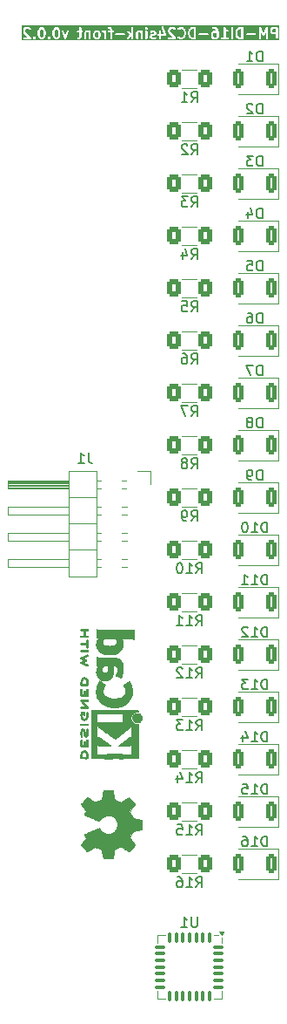
<source format=gbr>
%TF.GenerationSoftware,KiCad,Pcbnew,8.0.4-8.0.4-0~ubuntu22.04.1*%
%TF.CreationDate,2024-08-10T22:14:10+03:00*%
%TF.ProjectId,PM-DI16-DC24sink-front,504d2d44-4931-4362-9d44-43323473696e,rev?*%
%TF.SameCoordinates,Original*%
%TF.FileFunction,Legend,Bot*%
%TF.FilePolarity,Positive*%
%FSLAX46Y46*%
G04 Gerber Fmt 4.6, Leading zero omitted, Abs format (unit mm)*
G04 Created by KiCad (PCBNEW 8.0.4-8.0.4-0~ubuntu22.04.1) date 2024-08-10 22:14:10*
%MOMM*%
%LPD*%
G01*
G04 APERTURE LIST*
G04 Aperture macros list*
%AMRoundRect*
0 Rectangle with rounded corners*
0 $1 Rounding radius*
0 $2 $3 $4 $5 $6 $7 $8 $9 X,Y pos of 4 corners*
0 Add a 4 corners polygon primitive as box body*
4,1,4,$2,$3,$4,$5,$6,$7,$8,$9,$2,$3,0*
0 Add four circle primitives for the rounded corners*
1,1,$1+$1,$2,$3*
1,1,$1+$1,$4,$5*
1,1,$1+$1,$6,$7*
1,1,$1+$1,$8,$9*
0 Add four rect primitives between the rounded corners*
20,1,$1+$1,$2,$3,$4,$5,0*
20,1,$1+$1,$4,$5,$6,$7,0*
20,1,$1+$1,$6,$7,$8,$9,0*
20,1,$1+$1,$8,$9,$2,$3,0*%
G04 Aperture macros list end*
%ADD10C,0.200000*%
%ADD11C,0.150000*%
%ADD12C,0.120000*%
%ADD13C,0.010000*%
%ADD14RoundRect,0.250000X-0.400000X-0.625000X0.400000X-0.625000X0.400000X0.625000X-0.400000X0.625000X0*%
%ADD15RoundRect,0.190000X0.285000X0.710000X-0.285000X0.710000X-0.285000X-0.710000X0.285000X-0.710000X0*%
%ADD16O,1.700000X1.700000*%
%ADD17R,1.700000X1.700000*%
%ADD18R,4.250000X4.250000*%
%ADD19RoundRect,0.075000X0.075000X0.437500X-0.075000X0.437500X-0.075000X-0.437500X0.075000X-0.437500X0*%
%ADD20RoundRect,0.075000X0.437500X0.075000X-0.437500X0.075000X-0.437500X-0.075000X0.437500X-0.075000X0*%
G04 APERTURE END LIST*
D10*
G36*
X56819185Y-52337024D02*
G01*
X56843854Y-52361692D01*
X56879307Y-52432599D01*
X56921278Y-52600480D01*
X56921278Y-52813956D01*
X56879307Y-52981837D01*
X56843854Y-53052743D01*
X56819185Y-53077413D01*
X56759576Y-53107219D01*
X56711552Y-53107219D01*
X56651942Y-53077414D01*
X56627275Y-53052746D01*
X56591820Y-52981837D01*
X56549850Y-52813956D01*
X56549850Y-52600481D01*
X56591820Y-52432599D01*
X56627274Y-52361692D01*
X56651942Y-52337023D01*
X56711552Y-52307219D01*
X56759576Y-52307219D01*
X56819185Y-52337024D01*
G37*
G36*
X58247756Y-52337024D02*
G01*
X58272425Y-52361692D01*
X58307878Y-52432599D01*
X58349849Y-52600480D01*
X58349849Y-52813956D01*
X58307878Y-52981837D01*
X58272425Y-53052743D01*
X58247756Y-53077413D01*
X58188147Y-53107219D01*
X58140123Y-53107219D01*
X58080513Y-53077414D01*
X58055846Y-53052746D01*
X58020391Y-52981837D01*
X57978421Y-52813956D01*
X57978421Y-52600481D01*
X58020391Y-52432599D01*
X58055845Y-52361692D01*
X58080513Y-52337023D01*
X58140123Y-52307219D01*
X58188147Y-52307219D01*
X58247756Y-52337024D01*
G37*
G36*
X62200138Y-52670357D02*
G01*
X62224807Y-52695025D01*
X62254612Y-52754635D01*
X62254612Y-52993135D01*
X62224807Y-53052743D01*
X62200138Y-53077413D01*
X62140529Y-53107219D01*
X62044886Y-53107219D01*
X61985276Y-53077414D01*
X61960609Y-53052746D01*
X61930803Y-52993134D01*
X61930803Y-52754635D01*
X61960608Y-52695025D01*
X61985276Y-52670356D01*
X62044886Y-52640552D01*
X62140529Y-52640552D01*
X62200138Y-52670357D01*
G37*
G36*
X71540327Y-53107219D02*
G01*
X71418458Y-53107219D01*
X71313393Y-53072197D01*
X71246323Y-53005127D01*
X71210869Y-52934218D01*
X71168899Y-52766337D01*
X71168899Y-52648100D01*
X71210869Y-52480218D01*
X71246322Y-52409312D01*
X71313394Y-52342240D01*
X71418458Y-52307219D01*
X71540327Y-52307219D01*
X71540327Y-53107219D01*
G37*
G36*
X73723948Y-52717976D02*
G01*
X73748617Y-52742644D01*
X73778422Y-52802254D01*
X73778422Y-52993135D01*
X73748617Y-53052743D01*
X73723948Y-53077413D01*
X73664339Y-53107219D01*
X73521077Y-53107219D01*
X73461467Y-53077414D01*
X73436800Y-53052746D01*
X73406994Y-52993134D01*
X73406994Y-52802254D01*
X73436799Y-52742644D01*
X73461467Y-52717975D01*
X73521077Y-52688171D01*
X73664339Y-52688171D01*
X73723948Y-52717976D01*
G37*
G36*
X76159374Y-53107219D02*
G01*
X76037505Y-53107219D01*
X75932440Y-53072197D01*
X75865370Y-53005127D01*
X75829916Y-52934218D01*
X75787946Y-52766337D01*
X75787946Y-52648100D01*
X75829916Y-52480218D01*
X75865369Y-52409312D01*
X75932441Y-52342240D01*
X76037505Y-52307219D01*
X76159374Y-52307219D01*
X76159374Y-53107219D01*
G37*
G36*
X79540326Y-52631028D02*
G01*
X79282981Y-52631028D01*
X79223371Y-52601223D01*
X79198703Y-52576554D01*
X79168898Y-52516944D01*
X79168898Y-52421302D01*
X79198703Y-52361692D01*
X79223371Y-52337023D01*
X79282981Y-52307219D01*
X79540326Y-52307219D01*
X79540326Y-52631028D01*
G37*
G36*
X79851437Y-53418330D02*
G01*
X54810168Y-53418330D01*
X54810168Y-52397695D01*
X54921279Y-52397695D01*
X54921279Y-52492933D01*
X54922251Y-52502806D01*
X54922064Y-52505440D01*
X54922851Y-52508903D01*
X54923200Y-52512442D01*
X54924211Y-52514884D01*
X54926411Y-52524556D01*
X54974030Y-52667412D01*
X54982021Y-52685313D01*
X54984376Y-52688028D01*
X54985751Y-52691347D01*
X54998187Y-52706501D01*
X55398904Y-53107219D01*
X55021279Y-53107219D01*
X55001770Y-53109140D01*
X54965722Y-53124072D01*
X54938132Y-53151662D01*
X54923200Y-53187710D01*
X54923200Y-53226728D01*
X54938132Y-53262776D01*
X54965722Y-53290366D01*
X55001770Y-53305298D01*
X55021279Y-53307219D01*
X55640326Y-53307219D01*
X55659835Y-53305298D01*
X55695883Y-53290366D01*
X55723473Y-53262776D01*
X55738405Y-53226728D01*
X55738405Y-53187710D01*
X55723473Y-53151662D01*
X55723472Y-53151661D01*
X55713977Y-53140091D01*
X55875580Y-53140091D01*
X55875580Y-53179109D01*
X55881170Y-53192604D01*
X55890512Y-53215158D01*
X55890516Y-53215162D01*
X55902948Y-53230311D01*
X55950567Y-53277929D01*
X55965720Y-53290366D01*
X55972133Y-53293022D01*
X56001769Y-53305298D01*
X56040787Y-53305298D01*
X56076835Y-53290366D01*
X56091989Y-53277930D01*
X56139607Y-53230311D01*
X56152044Y-53215158D01*
X56158796Y-53198856D01*
X56166975Y-53179110D01*
X56166976Y-53140092D01*
X56152045Y-53104043D01*
X56139608Y-53088890D01*
X56091989Y-53041270D01*
X56076836Y-53028833D01*
X56057247Y-53020719D01*
X56050569Y-53017953D01*
X56040787Y-53013901D01*
X56001769Y-53013901D01*
X55991987Y-53017953D01*
X55965721Y-53028832D01*
X55965720Y-53028833D01*
X55950566Y-53041270D01*
X55902948Y-53088890D01*
X55890511Y-53104043D01*
X55881553Y-53125672D01*
X55875580Y-53140091D01*
X55713977Y-53140091D01*
X55711037Y-53136508D01*
X55162701Y-52588171D01*
X56349850Y-52588171D01*
X56349850Y-52826266D01*
X56350185Y-52829668D01*
X56349968Y-52831127D01*
X56351047Y-52838424D01*
X56351771Y-52845775D01*
X56352335Y-52847138D01*
X56352836Y-52850520D01*
X56400455Y-53040995D01*
X56400968Y-53042432D01*
X56401020Y-53043155D01*
X56404128Y-53051279D01*
X56407050Y-53059456D01*
X56407480Y-53060036D01*
X56408026Y-53061463D01*
X56455645Y-53156701D01*
X56460928Y-53165093D01*
X56461940Y-53167537D01*
X56464196Y-53170286D01*
X56466088Y-53173291D01*
X56468082Y-53175020D01*
X56474377Y-53182690D01*
X56521995Y-53230310D01*
X56529663Y-53236603D01*
X56531395Y-53238600D01*
X56534403Y-53240493D01*
X56537149Y-53242747D01*
X56539589Y-53243757D01*
X56547986Y-53249043D01*
X56643223Y-53296662D01*
X56661532Y-53303668D01*
X56665115Y-53303922D01*
X56668436Y-53305298D01*
X56687945Y-53307219D01*
X56783183Y-53307219D01*
X56802692Y-53305298D01*
X56806012Y-53303922D01*
X56809596Y-53303668D01*
X56827904Y-53296662D01*
X56923142Y-53249043D01*
X56931537Y-53243758D01*
X56933979Y-53242747D01*
X56936726Y-53240491D01*
X56939732Y-53238600D01*
X56941462Y-53236605D01*
X56949132Y-53230310D01*
X56996751Y-53182690D01*
X57003043Y-53175023D01*
X57005040Y-53173292D01*
X57006933Y-53170284D01*
X57009188Y-53167537D01*
X57010199Y-53165095D01*
X57015483Y-53156701D01*
X57023788Y-53140091D01*
X57304151Y-53140091D01*
X57304151Y-53179109D01*
X57309741Y-53192604D01*
X57319083Y-53215158D01*
X57319087Y-53215162D01*
X57331519Y-53230311D01*
X57379138Y-53277929D01*
X57394291Y-53290366D01*
X57400704Y-53293022D01*
X57430340Y-53305298D01*
X57469358Y-53305298D01*
X57505406Y-53290366D01*
X57520560Y-53277930D01*
X57568178Y-53230311D01*
X57580615Y-53215158D01*
X57587367Y-53198856D01*
X57595546Y-53179110D01*
X57595547Y-53140092D01*
X57580616Y-53104043D01*
X57568179Y-53088890D01*
X57520560Y-53041270D01*
X57505407Y-53028833D01*
X57485818Y-53020719D01*
X57479140Y-53017953D01*
X57469358Y-53013901D01*
X57430340Y-53013901D01*
X57420558Y-53017953D01*
X57394292Y-53028832D01*
X57394291Y-53028833D01*
X57379137Y-53041270D01*
X57331519Y-53088890D01*
X57319082Y-53104043D01*
X57310124Y-53125672D01*
X57304151Y-53140091D01*
X57023788Y-53140091D01*
X57063102Y-53061464D01*
X57063648Y-53060035D01*
X57064078Y-53059456D01*
X57066999Y-53051279D01*
X57070108Y-53043155D01*
X57070159Y-53042434D01*
X57070673Y-53040996D01*
X57118292Y-52850520D01*
X57118792Y-52847138D01*
X57119357Y-52845775D01*
X57120080Y-52838424D01*
X57121160Y-52831127D01*
X57120942Y-52829668D01*
X57121278Y-52826266D01*
X57121278Y-52588171D01*
X57778421Y-52588171D01*
X57778421Y-52826266D01*
X57778756Y-52829668D01*
X57778539Y-52831127D01*
X57779618Y-52838424D01*
X57780342Y-52845775D01*
X57780906Y-52847138D01*
X57781407Y-52850520D01*
X57829026Y-53040995D01*
X57829539Y-53042432D01*
X57829591Y-53043155D01*
X57832699Y-53051279D01*
X57835621Y-53059456D01*
X57836051Y-53060036D01*
X57836597Y-53061463D01*
X57884216Y-53156701D01*
X57889499Y-53165093D01*
X57890511Y-53167537D01*
X57892767Y-53170286D01*
X57894659Y-53173291D01*
X57896653Y-53175020D01*
X57902948Y-53182690D01*
X57950566Y-53230310D01*
X57958234Y-53236603D01*
X57959966Y-53238600D01*
X57962974Y-53240493D01*
X57965720Y-53242747D01*
X57968160Y-53243757D01*
X57976557Y-53249043D01*
X58071794Y-53296662D01*
X58090103Y-53303668D01*
X58093686Y-53303922D01*
X58097007Y-53305298D01*
X58116516Y-53307219D01*
X58211754Y-53307219D01*
X58231263Y-53305298D01*
X58234583Y-53303922D01*
X58238167Y-53303668D01*
X58256475Y-53296662D01*
X58351713Y-53249043D01*
X58360108Y-53243758D01*
X58362550Y-53242747D01*
X58365297Y-53240491D01*
X58368303Y-53238600D01*
X58370033Y-53236605D01*
X58377703Y-53230310D01*
X58425322Y-53182690D01*
X58431614Y-53175023D01*
X58433611Y-53173292D01*
X58435504Y-53170284D01*
X58437759Y-53167537D01*
X58438770Y-53165095D01*
X58444054Y-53156701D01*
X58491673Y-53061464D01*
X58492219Y-53060035D01*
X58492649Y-53059456D01*
X58495570Y-53051279D01*
X58498679Y-53043155D01*
X58498730Y-53042434D01*
X58499244Y-53040996D01*
X58546863Y-52850520D01*
X58547363Y-52847138D01*
X58547928Y-52845775D01*
X58548651Y-52838424D01*
X58549731Y-52831127D01*
X58549513Y-52829668D01*
X58549849Y-52826266D01*
X58549849Y-52588171D01*
X58549513Y-52584768D01*
X58549731Y-52583310D01*
X58548651Y-52576012D01*
X58547928Y-52568662D01*
X58547363Y-52567298D01*
X58546863Y-52563917D01*
X58544675Y-52555167D01*
X58684256Y-52555167D01*
X58689009Y-52574186D01*
X58927104Y-53240852D01*
X58935474Y-53258579D01*
X58938844Y-53262301D01*
X58940992Y-53266836D01*
X58951843Y-53276659D01*
X58961661Y-53287504D01*
X58966193Y-53289651D01*
X58969918Y-53293023D01*
X58983708Y-53297947D01*
X58996923Y-53304208D01*
X59001933Y-53304457D01*
X59006663Y-53306146D01*
X59021284Y-53305418D01*
X59035893Y-53306145D01*
X59040618Y-53304457D01*
X59045633Y-53304208D01*
X59058859Y-53297942D01*
X59072638Y-53293022D01*
X59076358Y-53289653D01*
X59080895Y-53287505D01*
X59090717Y-53276654D01*
X59101564Y-53266836D01*
X59103711Y-53262301D01*
X59107082Y-53258579D01*
X59115452Y-53240853D01*
X59353547Y-52574186D01*
X59358300Y-52555167D01*
X59356603Y-52521043D01*
X60161295Y-52521043D01*
X60161295Y-52560061D01*
X60176227Y-52596109D01*
X60203817Y-52623699D01*
X60239865Y-52638631D01*
X60259374Y-52640552D01*
X60397469Y-52640552D01*
X60397469Y-53040754D01*
X60375314Y-53085063D01*
X60331005Y-53107219D01*
X60259374Y-53107219D01*
X60239865Y-53109140D01*
X60203817Y-53124072D01*
X60176227Y-53151662D01*
X60161295Y-53187710D01*
X60161295Y-53226728D01*
X60176227Y-53262776D01*
X60203817Y-53290366D01*
X60239865Y-53305298D01*
X60259374Y-53307219D01*
X60354612Y-53307219D01*
X60374121Y-53305298D01*
X60377441Y-53303922D01*
X60381025Y-53303668D01*
X60399333Y-53296662D01*
X60494571Y-53249043D01*
X60497833Y-53246989D01*
X60499373Y-53246476D01*
X60501289Y-53244813D01*
X60511161Y-53238600D01*
X60519376Y-53229126D01*
X60528850Y-53220911D01*
X60535063Y-53211039D01*
X60536726Y-53209123D01*
X60537238Y-53207584D01*
X60539293Y-53204321D01*
X60586912Y-53109082D01*
X60593918Y-53090774D01*
X60594172Y-53087190D01*
X60595548Y-53083870D01*
X60597469Y-53064361D01*
X60597469Y-52683409D01*
X60873660Y-52683409D01*
X60873660Y-53207219D01*
X60875581Y-53226728D01*
X60890513Y-53262776D01*
X60918103Y-53290366D01*
X60954151Y-53305298D01*
X60993169Y-53305298D01*
X61029217Y-53290366D01*
X61056807Y-53262776D01*
X61071739Y-53226728D01*
X61073660Y-53207219D01*
X61073660Y-52707016D01*
X61095815Y-52662706D01*
X61140124Y-52640552D01*
X61235767Y-52640552D01*
X61295376Y-52670357D01*
X61302231Y-52677211D01*
X61302231Y-53207219D01*
X61304152Y-53226728D01*
X61319084Y-53262776D01*
X61346674Y-53290366D01*
X61382722Y-53305298D01*
X61421740Y-53305298D01*
X61457788Y-53290366D01*
X61485378Y-53262776D01*
X61500310Y-53226728D01*
X61502231Y-53207219D01*
X61502231Y-52731028D01*
X61730803Y-52731028D01*
X61730803Y-53016742D01*
X61732724Y-53036251D01*
X61734099Y-53039571D01*
X61734354Y-53043155D01*
X61741360Y-53061463D01*
X61788979Y-53156701D01*
X61794262Y-53165093D01*
X61795274Y-53167537D01*
X61797530Y-53170286D01*
X61799422Y-53173291D01*
X61801416Y-53175020D01*
X61807711Y-53182690D01*
X61855329Y-53230310D01*
X61862997Y-53236603D01*
X61864729Y-53238600D01*
X61867737Y-53240493D01*
X61870483Y-53242747D01*
X61872923Y-53243757D01*
X61881320Y-53249043D01*
X61976557Y-53296662D01*
X61994866Y-53303668D01*
X61998449Y-53303922D01*
X62001770Y-53305298D01*
X62021279Y-53307219D01*
X62164136Y-53307219D01*
X62183645Y-53305298D01*
X62186965Y-53303922D01*
X62190549Y-53303668D01*
X62208857Y-53296662D01*
X62304095Y-53249043D01*
X62312490Y-53243758D01*
X62314932Y-53242747D01*
X62317679Y-53240491D01*
X62320685Y-53238600D01*
X62322415Y-53236605D01*
X62330085Y-53230310D01*
X62377704Y-53182690D01*
X62383996Y-53175023D01*
X62385993Y-53173292D01*
X62387886Y-53170284D01*
X62390141Y-53167537D01*
X62391152Y-53165095D01*
X62396436Y-53156701D01*
X62444055Y-53061464D01*
X62451061Y-53043155D01*
X62451315Y-53039571D01*
X62452691Y-53036251D01*
X62454612Y-53016742D01*
X62454612Y-52731028D01*
X62452691Y-52711519D01*
X62451315Y-52708198D01*
X62451061Y-52704615D01*
X62444055Y-52686306D01*
X62396436Y-52591069D01*
X62391150Y-52582672D01*
X62390140Y-52580232D01*
X62387886Y-52577486D01*
X62385993Y-52574478D01*
X62383995Y-52572745D01*
X62377703Y-52565079D01*
X62333668Y-52521043D01*
X62542248Y-52521043D01*
X62542248Y-52560061D01*
X62557180Y-52596109D01*
X62584770Y-52623699D01*
X62620818Y-52638631D01*
X62640327Y-52640552D01*
X62711958Y-52640552D01*
X62771567Y-52670357D01*
X62796236Y-52695025D01*
X62826041Y-52754635D01*
X62826041Y-53207219D01*
X62827962Y-53226728D01*
X62842894Y-53262776D01*
X62870484Y-53290366D01*
X62906532Y-53305298D01*
X62945550Y-53305298D01*
X62981598Y-53290366D01*
X63009188Y-53262776D01*
X63024120Y-53226728D01*
X63026041Y-53207219D01*
X63026041Y-52540552D01*
X63024120Y-52521043D01*
X63009188Y-52484995D01*
X62981598Y-52457405D01*
X62945550Y-52442473D01*
X62906532Y-52442473D01*
X62870484Y-52457405D01*
X62844615Y-52483273D01*
X62780286Y-52451109D01*
X62761978Y-52444103D01*
X62758394Y-52443848D01*
X62755074Y-52442473D01*
X62735565Y-52440552D01*
X62640327Y-52440552D01*
X62620818Y-52442473D01*
X62584770Y-52457405D01*
X62557180Y-52484995D01*
X62542248Y-52521043D01*
X62333668Y-52521043D01*
X62330085Y-52517460D01*
X62322414Y-52511165D01*
X62320685Y-52509171D01*
X62317677Y-52507277D01*
X62314931Y-52505024D01*
X62312491Y-52504013D01*
X62304095Y-52498728D01*
X62208857Y-52451109D01*
X62190549Y-52444103D01*
X62186965Y-52443848D01*
X62183645Y-52442473D01*
X62164136Y-52440552D01*
X62021279Y-52440552D01*
X62001770Y-52442473D01*
X61998449Y-52443848D01*
X61994866Y-52444103D01*
X61976557Y-52451109D01*
X61881320Y-52498728D01*
X61872923Y-52504013D01*
X61870483Y-52505024D01*
X61867737Y-52507277D01*
X61864729Y-52509171D01*
X61862996Y-52511168D01*
X61855330Y-52517461D01*
X61807711Y-52565079D01*
X61801416Y-52572749D01*
X61799422Y-52574479D01*
X61797528Y-52577486D01*
X61795275Y-52580233D01*
X61794264Y-52582672D01*
X61788979Y-52591069D01*
X61741360Y-52686307D01*
X61734354Y-52704615D01*
X61734099Y-52708198D01*
X61732724Y-52711519D01*
X61730803Y-52731028D01*
X61502231Y-52731028D01*
X61502231Y-52540552D01*
X61500310Y-52521043D01*
X61485378Y-52484995D01*
X61457788Y-52457405D01*
X61421740Y-52442473D01*
X61382722Y-52442473D01*
X61346674Y-52457405D01*
X61336678Y-52467400D01*
X61304095Y-52451109D01*
X61285787Y-52444103D01*
X61282203Y-52443848D01*
X61278883Y-52442473D01*
X61259374Y-52440552D01*
X61116517Y-52440552D01*
X61097008Y-52442473D01*
X61093687Y-52443848D01*
X61090104Y-52444103D01*
X61071795Y-52451109D01*
X60976558Y-52498728D01*
X60973294Y-52500782D01*
X60971756Y-52501295D01*
X60969840Y-52502956D01*
X60959967Y-52509171D01*
X60951749Y-52518646D01*
X60942279Y-52526860D01*
X60936065Y-52536731D01*
X60934403Y-52538648D01*
X60933889Y-52540186D01*
X60931836Y-52543450D01*
X60884217Y-52638688D01*
X60877211Y-52656996D01*
X60876956Y-52660579D01*
X60875581Y-52663900D01*
X60873660Y-52683409D01*
X60597469Y-52683409D01*
X60597469Y-52640552D01*
X60640326Y-52640552D01*
X60659835Y-52638631D01*
X60695883Y-52623699D01*
X60723473Y-52596109D01*
X60738405Y-52560061D01*
X60738405Y-52521043D01*
X60723473Y-52484995D01*
X60695883Y-52457405D01*
X60659835Y-52442473D01*
X60640326Y-52440552D01*
X60597469Y-52440552D01*
X60597469Y-52207219D01*
X60595548Y-52187710D01*
X63161296Y-52187710D01*
X63161296Y-52226728D01*
X63176228Y-52262776D01*
X63203818Y-52290366D01*
X63239866Y-52305298D01*
X63259375Y-52307219D01*
X63331006Y-52307219D01*
X63375315Y-52329374D01*
X63397470Y-52373683D01*
X63397470Y-52440552D01*
X63259375Y-52440552D01*
X63239866Y-52442473D01*
X63203818Y-52457405D01*
X63176228Y-52484995D01*
X63161296Y-52521043D01*
X63161296Y-52560061D01*
X63176228Y-52596109D01*
X63203818Y-52623699D01*
X63239866Y-52638631D01*
X63259375Y-52640552D01*
X63397470Y-52640552D01*
X63397470Y-53207219D01*
X63399391Y-53226728D01*
X63414323Y-53262776D01*
X63441913Y-53290366D01*
X63477961Y-53305298D01*
X63516979Y-53305298D01*
X63553027Y-53290366D01*
X63580617Y-53262776D01*
X63595549Y-53226728D01*
X63597470Y-53207219D01*
X63597470Y-53201777D01*
X65064285Y-53201777D01*
X65069803Y-53240403D01*
X65089682Y-53273977D01*
X65120897Y-53297388D01*
X65158695Y-53307071D01*
X65197321Y-53301553D01*
X65230895Y-53281674D01*
X65244137Y-53267219D01*
X65445089Y-52999282D01*
X65445089Y-53207219D01*
X65447010Y-53226728D01*
X65461942Y-53262776D01*
X65489532Y-53290366D01*
X65525580Y-53305298D01*
X65564598Y-53305298D01*
X65600646Y-53290366D01*
X65628236Y-53262776D01*
X65643168Y-53226728D01*
X65645089Y-53207219D01*
X65645089Y-52683409D01*
X65921280Y-52683409D01*
X65921280Y-53207219D01*
X65923201Y-53226728D01*
X65938133Y-53262776D01*
X65965723Y-53290366D01*
X66001771Y-53305298D01*
X66040789Y-53305298D01*
X66076837Y-53290366D01*
X66104427Y-53262776D01*
X66119359Y-53226728D01*
X66121280Y-53207219D01*
X66121280Y-52707016D01*
X66143435Y-52662706D01*
X66187744Y-52640552D01*
X66283387Y-52640552D01*
X66342996Y-52670357D01*
X66349851Y-52677211D01*
X66349851Y-53207219D01*
X66351772Y-53226728D01*
X66366704Y-53262776D01*
X66394294Y-53290366D01*
X66430342Y-53305298D01*
X66469360Y-53305298D01*
X66505408Y-53290366D01*
X66532998Y-53262776D01*
X66547930Y-53226728D01*
X66549851Y-53207219D01*
X66549851Y-52540552D01*
X66826041Y-52540552D01*
X66826041Y-53207219D01*
X66827962Y-53226728D01*
X66842894Y-53262776D01*
X66870484Y-53290366D01*
X66906532Y-53305298D01*
X66945550Y-53305298D01*
X66981598Y-53290366D01*
X67009188Y-53262776D01*
X67024120Y-53226728D01*
X67026041Y-53207219D01*
X67026041Y-53016742D01*
X67254613Y-53016742D01*
X67254613Y-53064361D01*
X67256534Y-53083870D01*
X67257909Y-53087190D01*
X67258164Y-53090773D01*
X67265170Y-53109082D01*
X67312789Y-53204321D01*
X67314842Y-53207584D01*
X67315356Y-53209123D01*
X67317018Y-53211039D01*
X67323232Y-53220911D01*
X67332703Y-53229125D01*
X67340920Y-53238600D01*
X67350790Y-53244812D01*
X67352708Y-53246476D01*
X67354248Y-53246989D01*
X67357511Y-53249043D01*
X67452748Y-53296662D01*
X67471057Y-53303668D01*
X67474640Y-53303922D01*
X67477961Y-53305298D01*
X67497470Y-53307219D01*
X67687946Y-53307219D01*
X67707455Y-53305298D01*
X67710775Y-53303922D01*
X67714359Y-53303668D01*
X67732667Y-53296662D01*
X67827905Y-53249043D01*
X67844495Y-53238600D01*
X67870060Y-53209123D01*
X67882398Y-53172107D01*
X67879633Y-53133187D01*
X67862184Y-53098289D01*
X67832707Y-53072724D01*
X67795691Y-53060385D01*
X67756771Y-53063151D01*
X67738462Y-53070157D01*
X67664339Y-53107219D01*
X67521077Y-53107219D01*
X67476767Y-53085064D01*
X67454613Y-53040754D01*
X67454613Y-53040349D01*
X67476768Y-52996039D01*
X67521077Y-52973885D01*
X67640327Y-52973885D01*
X67659836Y-52971964D01*
X67663156Y-52970588D01*
X67666740Y-52970334D01*
X67685048Y-52963328D01*
X67780286Y-52915709D01*
X67783549Y-52913655D01*
X67785088Y-52913142D01*
X67787004Y-52911479D01*
X67796876Y-52905266D01*
X67805089Y-52895795D01*
X67814565Y-52887578D01*
X67820779Y-52877704D01*
X67822441Y-52875789D01*
X67822953Y-52874250D01*
X67825008Y-52870987D01*
X67833314Y-52854376D01*
X68018439Y-52854376D01*
X68018439Y-52893394D01*
X68033371Y-52929442D01*
X68060961Y-52957032D01*
X68097009Y-52971964D01*
X68116518Y-52973885D01*
X68159375Y-52973885D01*
X68159375Y-53207219D01*
X68161296Y-53226728D01*
X68176228Y-53262776D01*
X68203818Y-53290366D01*
X68239866Y-53305298D01*
X68278884Y-53305298D01*
X68314932Y-53290366D01*
X68342522Y-53262776D01*
X68357454Y-53226728D01*
X68359375Y-53207219D01*
X68359375Y-52973885D01*
X68735565Y-52973885D01*
X68745438Y-52972912D01*
X68748072Y-52973100D01*
X68749973Y-52972466D01*
X68755074Y-52971964D01*
X68769886Y-52965828D01*
X68785088Y-52960761D01*
X68787801Y-52958407D01*
X68791122Y-52957032D01*
X68802460Y-52945693D01*
X68814564Y-52935196D01*
X68816170Y-52931983D01*
X68818712Y-52929442D01*
X68824848Y-52914627D01*
X68832014Y-52900297D01*
X68832268Y-52896714D01*
X68833644Y-52893394D01*
X68833644Y-52877361D01*
X68834780Y-52861377D01*
X68833644Y-52856381D01*
X68833644Y-52854376D01*
X68832632Y-52851934D01*
X68830433Y-52842262D01*
X68682244Y-52397695D01*
X69016518Y-52397695D01*
X69016518Y-52492933D01*
X69017490Y-52502806D01*
X69017303Y-52505440D01*
X69018090Y-52508903D01*
X69018439Y-52512442D01*
X69019450Y-52514884D01*
X69021650Y-52524556D01*
X69069269Y-52667412D01*
X69077260Y-52685313D01*
X69079615Y-52688028D01*
X69080990Y-52691347D01*
X69093426Y-52706501D01*
X69494143Y-53107219D01*
X69116518Y-53107219D01*
X69097009Y-53109140D01*
X69060961Y-53124072D01*
X69033371Y-53151662D01*
X69018439Y-53187710D01*
X69018439Y-53226728D01*
X69033371Y-53262776D01*
X69060961Y-53290366D01*
X69097009Y-53305298D01*
X69116518Y-53307219D01*
X69735565Y-53307219D01*
X69755074Y-53305298D01*
X69791122Y-53290366D01*
X69818712Y-53262776D01*
X69833644Y-53226728D01*
X69833644Y-53187710D01*
X69818712Y-53151662D01*
X69818711Y-53151661D01*
X69806276Y-53136508D01*
X69251539Y-52581770D01*
X69216518Y-52476706D01*
X69216518Y-52421302D01*
X69246323Y-52361692D01*
X69270991Y-52337023D01*
X69330601Y-52307219D01*
X69521482Y-52307219D01*
X69581091Y-52337024D01*
X69617235Y-52373167D01*
X69632388Y-52385604D01*
X69668437Y-52400535D01*
X69707455Y-52400535D01*
X69743503Y-52385604D01*
X69771093Y-52358014D01*
X69786024Y-52321966D01*
X69786024Y-52282948D01*
X69970820Y-52282948D01*
X69970820Y-52321966D01*
X69985752Y-52358014D01*
X70013342Y-52385604D01*
X70049390Y-52400536D01*
X70088408Y-52400536D01*
X70124456Y-52385604D01*
X70139610Y-52373168D01*
X70170536Y-52342240D01*
X70275601Y-52307219D01*
X70338386Y-52307219D01*
X70443450Y-52342240D01*
X70510523Y-52409313D01*
X70545975Y-52480218D01*
X70587946Y-52648099D01*
X70587946Y-52766337D01*
X70545975Y-52934218D01*
X70510522Y-53005124D01*
X70443451Y-53072197D01*
X70338386Y-53107219D01*
X70275601Y-53107219D01*
X70170536Y-53072197D01*
X70139610Y-53041270D01*
X70124457Y-53028833D01*
X70088409Y-53013902D01*
X70049391Y-53013901D01*
X70013342Y-53028832D01*
X69985752Y-53056422D01*
X69970821Y-53092470D01*
X69970820Y-53131488D01*
X69985751Y-53167537D01*
X69998188Y-53182690D01*
X70045806Y-53230310D01*
X70060960Y-53242747D01*
X70064279Y-53244122D01*
X70066995Y-53246477D01*
X70084895Y-53254468D01*
X70227752Y-53302087D01*
X70237424Y-53304286D01*
X70239866Y-53305298D01*
X70243403Y-53305646D01*
X70246867Y-53306434D01*
X70249501Y-53306246D01*
X70259375Y-53307219D01*
X70354613Y-53307219D01*
X70364486Y-53306246D01*
X70367120Y-53306434D01*
X70370583Y-53305646D01*
X70374122Y-53305298D01*
X70376564Y-53304286D01*
X70386236Y-53302087D01*
X70529092Y-53254468D01*
X70546993Y-53246477D01*
X70549708Y-53244122D01*
X70553028Y-53242747D01*
X70568181Y-53230310D01*
X70663419Y-53135071D01*
X70669711Y-53127404D01*
X70671708Y-53125673D01*
X70673601Y-53122665D01*
X70675856Y-53119918D01*
X70676867Y-53117476D01*
X70682151Y-53109082D01*
X70729770Y-53013845D01*
X70730316Y-53012416D01*
X70730746Y-53011837D01*
X70733667Y-53003660D01*
X70736776Y-52995536D01*
X70736827Y-52994815D01*
X70737341Y-52993377D01*
X70784960Y-52802901D01*
X70785460Y-52799519D01*
X70786025Y-52798156D01*
X70786748Y-52790805D01*
X70787828Y-52783508D01*
X70787610Y-52782049D01*
X70787946Y-52778647D01*
X70787946Y-52635790D01*
X70968899Y-52635790D01*
X70968899Y-52778647D01*
X70969234Y-52782049D01*
X70969017Y-52783508D01*
X70970096Y-52790805D01*
X70970820Y-52798156D01*
X70971384Y-52799519D01*
X70971885Y-52802901D01*
X71019504Y-52993376D01*
X71020017Y-52994813D01*
X71020069Y-52995536D01*
X71023177Y-53003660D01*
X71026099Y-53011837D01*
X71026529Y-53012417D01*
X71027075Y-53013844D01*
X71074694Y-53109082D01*
X71079976Y-53117474D01*
X71080989Y-53119918D01*
X71083245Y-53122667D01*
X71085137Y-53125672D01*
X71087131Y-53127401D01*
X71093426Y-53135071D01*
X71188664Y-53230311D01*
X71203817Y-53242747D01*
X71207136Y-53244122D01*
X71209852Y-53246477D01*
X71227752Y-53254468D01*
X71370609Y-53302087D01*
X71380281Y-53304286D01*
X71382723Y-53305298D01*
X71386260Y-53305646D01*
X71389724Y-53306434D01*
X71392358Y-53306246D01*
X71402232Y-53307219D01*
X71640327Y-53307219D01*
X71659836Y-53305298D01*
X71695884Y-53290366D01*
X71723474Y-53262776D01*
X71738406Y-53226728D01*
X71740327Y-53207219D01*
X71740327Y-52806757D01*
X72018439Y-52806757D01*
X72018439Y-52845775D01*
X72033371Y-52881823D01*
X72060961Y-52909413D01*
X72097009Y-52924345D01*
X72116518Y-52926266D01*
X72878422Y-52926266D01*
X72897931Y-52924345D01*
X72933979Y-52909413D01*
X72961569Y-52881823D01*
X72976501Y-52845775D01*
X72976501Y-52806757D01*
X72964857Y-52778647D01*
X73206994Y-52778647D01*
X73206994Y-53016742D01*
X73208915Y-53036251D01*
X73210290Y-53039571D01*
X73210545Y-53043155D01*
X73217551Y-53061463D01*
X73265170Y-53156701D01*
X73270453Y-53165093D01*
X73271465Y-53167537D01*
X73273721Y-53170286D01*
X73275613Y-53173291D01*
X73277607Y-53175020D01*
X73283902Y-53182690D01*
X73331520Y-53230310D01*
X73339188Y-53236603D01*
X73340920Y-53238600D01*
X73343928Y-53240493D01*
X73346674Y-53242747D01*
X73349114Y-53243757D01*
X73357511Y-53249043D01*
X73452748Y-53296662D01*
X73471057Y-53303668D01*
X73474640Y-53303922D01*
X73477961Y-53305298D01*
X73497470Y-53307219D01*
X73687946Y-53307219D01*
X73707455Y-53305298D01*
X73710775Y-53303922D01*
X73714359Y-53303668D01*
X73732667Y-53296662D01*
X73827905Y-53249043D01*
X73836300Y-53243758D01*
X73838742Y-53242747D01*
X73841489Y-53240491D01*
X73844495Y-53238600D01*
X73846225Y-53236605D01*
X73853895Y-53230310D01*
X73896494Y-53187710D01*
X74161296Y-53187710D01*
X74161296Y-53226728D01*
X74176228Y-53262776D01*
X74203818Y-53290366D01*
X74239866Y-53305298D01*
X74259375Y-53307219D01*
X74830803Y-53307219D01*
X74850312Y-53305298D01*
X74886360Y-53290366D01*
X74913950Y-53262776D01*
X74928882Y-53226728D01*
X74928882Y-53187710D01*
X74913950Y-53151662D01*
X74886360Y-53124072D01*
X74850312Y-53109140D01*
X74830803Y-53107219D01*
X74645089Y-53107219D01*
X74645089Y-52496260D01*
X74664854Y-52516025D01*
X74672520Y-52522316D01*
X74674253Y-52524314D01*
X74677264Y-52526209D01*
X74680008Y-52528461D01*
X74682445Y-52529470D01*
X74690844Y-52534757D01*
X74786081Y-52582376D01*
X74804390Y-52589382D01*
X74843310Y-52592148D01*
X74880326Y-52579809D01*
X74909803Y-52554244D01*
X74927252Y-52519346D01*
X74930017Y-52480426D01*
X74917679Y-52443410D01*
X74892114Y-52413933D01*
X74875524Y-52403490D01*
X74794802Y-52363129D01*
X74718038Y-52286365D01*
X74665274Y-52207219D01*
X75159374Y-52207219D01*
X75159374Y-53207219D01*
X75161295Y-53226728D01*
X75176227Y-53262776D01*
X75203817Y-53290366D01*
X75239865Y-53305298D01*
X75278883Y-53305298D01*
X75314931Y-53290366D01*
X75342521Y-53262776D01*
X75357453Y-53226728D01*
X75359374Y-53207219D01*
X75359374Y-52635790D01*
X75587946Y-52635790D01*
X75587946Y-52778647D01*
X75588281Y-52782049D01*
X75588064Y-52783508D01*
X75589143Y-52790805D01*
X75589867Y-52798156D01*
X75590431Y-52799519D01*
X75590932Y-52802901D01*
X75638551Y-52993376D01*
X75639064Y-52994813D01*
X75639116Y-52995536D01*
X75642224Y-53003660D01*
X75645146Y-53011837D01*
X75645576Y-53012417D01*
X75646122Y-53013844D01*
X75693741Y-53109082D01*
X75699023Y-53117474D01*
X75700036Y-53119918D01*
X75702292Y-53122667D01*
X75704184Y-53125672D01*
X75706178Y-53127401D01*
X75712473Y-53135071D01*
X75807711Y-53230311D01*
X75822864Y-53242747D01*
X75826183Y-53244122D01*
X75828899Y-53246477D01*
X75846799Y-53254468D01*
X75989656Y-53302087D01*
X75999328Y-53304286D01*
X76001770Y-53305298D01*
X76005307Y-53305646D01*
X76008771Y-53306434D01*
X76011405Y-53306246D01*
X76021279Y-53307219D01*
X76259374Y-53307219D01*
X76278883Y-53305298D01*
X76314931Y-53290366D01*
X76342521Y-53262776D01*
X76357453Y-53226728D01*
X76359374Y-53207219D01*
X76359374Y-52806757D01*
X76637486Y-52806757D01*
X76637486Y-52845775D01*
X76652418Y-52881823D01*
X76680008Y-52909413D01*
X76716056Y-52924345D01*
X76735565Y-52926266D01*
X77497469Y-52926266D01*
X77516978Y-52924345D01*
X77553026Y-52909413D01*
X77580616Y-52881823D01*
X77595548Y-52845775D01*
X77595548Y-52806757D01*
X77580616Y-52770709D01*
X77553026Y-52743119D01*
X77516978Y-52728187D01*
X77497469Y-52726266D01*
X76735565Y-52726266D01*
X76716056Y-52728187D01*
X76680008Y-52743119D01*
X76652418Y-52770709D01*
X76637486Y-52806757D01*
X76359374Y-52806757D01*
X76359374Y-52207219D01*
X77873660Y-52207219D01*
X77873660Y-53207219D01*
X77875581Y-53226728D01*
X77890513Y-53262776D01*
X77918103Y-53290366D01*
X77954151Y-53305298D01*
X77993169Y-53305298D01*
X78029217Y-53290366D01*
X78056807Y-53262776D01*
X78071739Y-53226728D01*
X78073660Y-53207219D01*
X78073660Y-52657975D01*
X78216375Y-52963793D01*
X78220607Y-52970938D01*
X78221487Y-52973356D01*
X78223052Y-52975065D01*
X78226366Y-52980659D01*
X78237576Y-52990925D01*
X78247838Y-53002131D01*
X78251863Y-53004009D01*
X78255141Y-53007011D01*
X78269423Y-53012204D01*
X78283196Y-53018632D01*
X78287635Y-53018827D01*
X78291810Y-53020345D01*
X78306993Y-53019677D01*
X78322176Y-53020345D01*
X78326349Y-53018827D01*
X78330791Y-53018632D01*
X78344575Y-53012199D01*
X78358845Y-53007010D01*
X78362118Y-53004012D01*
X78366148Y-53002132D01*
X78376417Y-52990917D01*
X78387620Y-52980659D01*
X78390931Y-52975068D01*
X78392500Y-52973356D01*
X78393380Y-52970934D01*
X78397611Y-52963793D01*
X78540326Y-52657974D01*
X78540326Y-53207219D01*
X78542247Y-53226728D01*
X78557179Y-53262776D01*
X78584769Y-53290366D01*
X78620817Y-53305298D01*
X78659835Y-53305298D01*
X78695883Y-53290366D01*
X78723473Y-53262776D01*
X78738405Y-53226728D01*
X78740326Y-53207219D01*
X78740326Y-52397695D01*
X78968898Y-52397695D01*
X78968898Y-52540552D01*
X78970819Y-52560061D01*
X78972194Y-52563381D01*
X78972449Y-52566965D01*
X78979455Y-52585273D01*
X79027074Y-52680511D01*
X79032359Y-52688907D01*
X79033370Y-52691347D01*
X79035623Y-52694093D01*
X79037517Y-52697101D01*
X79039511Y-52698830D01*
X79045806Y-52706501D01*
X79093425Y-52754119D01*
X79101091Y-52760411D01*
X79102824Y-52762409D01*
X79105832Y-52764302D01*
X79108578Y-52766556D01*
X79111018Y-52767566D01*
X79119415Y-52772852D01*
X79214652Y-52820471D01*
X79232961Y-52827477D01*
X79236544Y-52827731D01*
X79239865Y-52829107D01*
X79259374Y-52831028D01*
X79540326Y-52831028D01*
X79540326Y-53207219D01*
X79542247Y-53226728D01*
X79557179Y-53262776D01*
X79584769Y-53290366D01*
X79620817Y-53305298D01*
X79659835Y-53305298D01*
X79695883Y-53290366D01*
X79723473Y-53262776D01*
X79738405Y-53226728D01*
X79740326Y-53207219D01*
X79740326Y-52207219D01*
X79738405Y-52187710D01*
X79723473Y-52151662D01*
X79695883Y-52124072D01*
X79659835Y-52109140D01*
X79640326Y-52107219D01*
X79259374Y-52107219D01*
X79239865Y-52109140D01*
X79236544Y-52110515D01*
X79232961Y-52110770D01*
X79214652Y-52117776D01*
X79119415Y-52165395D01*
X79111018Y-52170680D01*
X79108578Y-52171691D01*
X79105832Y-52173944D01*
X79102824Y-52175838D01*
X79101091Y-52177835D01*
X79093425Y-52184128D01*
X79045806Y-52231746D01*
X79039511Y-52239416D01*
X79037517Y-52241146D01*
X79035623Y-52244153D01*
X79033370Y-52246900D01*
X79032359Y-52249339D01*
X79027074Y-52257736D01*
X78979455Y-52352974D01*
X78972449Y-52371282D01*
X78972194Y-52374865D01*
X78970819Y-52378186D01*
X78968898Y-52397695D01*
X78740326Y-52397695D01*
X78740326Y-52207219D01*
X78739063Y-52194395D01*
X78739167Y-52192036D01*
X78738706Y-52190768D01*
X78738405Y-52187710D01*
X78731764Y-52171679D01*
X78725833Y-52155367D01*
X78724326Y-52153721D01*
X78723473Y-52151662D01*
X78711211Y-52139400D01*
X78699481Y-52126591D01*
X78697457Y-52125646D01*
X78695883Y-52124072D01*
X78679867Y-52117437D01*
X78664124Y-52110091D01*
X78661894Y-52109993D01*
X78659835Y-52109140D01*
X78642483Y-52109140D01*
X78625143Y-52108378D01*
X78623047Y-52109140D01*
X78620817Y-52109140D01*
X78604786Y-52115780D01*
X78588474Y-52121712D01*
X78586828Y-52123218D01*
X78584769Y-52124072D01*
X78572501Y-52136339D01*
X78559699Y-52148064D01*
X78558132Y-52150708D01*
X78557179Y-52151662D01*
X78556275Y-52153843D01*
X78549708Y-52164930D01*
X78306992Y-52685033D01*
X78064278Y-52164930D01*
X78057710Y-52153843D01*
X78056807Y-52151662D01*
X78055853Y-52150708D01*
X78054287Y-52148064D01*
X78041490Y-52136345D01*
X78029217Y-52124072D01*
X78027155Y-52123218D01*
X78025512Y-52121713D01*
X78009210Y-52115784D01*
X77993169Y-52109140D01*
X77990938Y-52109140D01*
X77988843Y-52108378D01*
X77971503Y-52109140D01*
X77954151Y-52109140D01*
X77952091Y-52109993D01*
X77949863Y-52110091D01*
X77934132Y-52117432D01*
X77918103Y-52124072D01*
X77916526Y-52125648D01*
X77914505Y-52126592D01*
X77902786Y-52139388D01*
X77890513Y-52151662D01*
X77889659Y-52153723D01*
X77888154Y-52155367D01*
X77882225Y-52171668D01*
X77875581Y-52187710D01*
X77875279Y-52190768D01*
X77874819Y-52192036D01*
X77874922Y-52194395D01*
X77873660Y-52207219D01*
X76359374Y-52207219D01*
X76357453Y-52187710D01*
X76342521Y-52151662D01*
X76314931Y-52124072D01*
X76278883Y-52109140D01*
X76259374Y-52107219D01*
X76021279Y-52107219D01*
X76011405Y-52108191D01*
X76008771Y-52108004D01*
X76005307Y-52108791D01*
X76001770Y-52109140D01*
X75999328Y-52110151D01*
X75989656Y-52112351D01*
X75846799Y-52159970D01*
X75828899Y-52167961D01*
X75826183Y-52170316D01*
X75822865Y-52171691D01*
X75807711Y-52184127D01*
X75712473Y-52279365D01*
X75706178Y-52287035D01*
X75704184Y-52288765D01*
X75702290Y-52291772D01*
X75700037Y-52294519D01*
X75699026Y-52296958D01*
X75693741Y-52305355D01*
X75646122Y-52400593D01*
X75645576Y-52402019D01*
X75645146Y-52402600D01*
X75642224Y-52410776D01*
X75639116Y-52418901D01*
X75639064Y-52419623D01*
X75638551Y-52421061D01*
X75590932Y-52611536D01*
X75590431Y-52614917D01*
X75589867Y-52616281D01*
X75589143Y-52623631D01*
X75588064Y-52630929D01*
X75588281Y-52632387D01*
X75587946Y-52635790D01*
X75359374Y-52635790D01*
X75359374Y-52207219D01*
X75357453Y-52187710D01*
X75342521Y-52151662D01*
X75314931Y-52124072D01*
X75278883Y-52109140D01*
X75239865Y-52109140D01*
X75203817Y-52124072D01*
X75176227Y-52151662D01*
X75161295Y-52187710D01*
X75159374Y-52207219D01*
X74665274Y-52207219D01*
X74628294Y-52151749D01*
X74628249Y-52151694D01*
X74628236Y-52151662D01*
X74628162Y-52151588D01*
X74615874Y-52136582D01*
X74607645Y-52131071D01*
X74600646Y-52124072D01*
X74591594Y-52120322D01*
X74583454Y-52114871D01*
X74573746Y-52112929D01*
X74564598Y-52109140D01*
X74554799Y-52109140D01*
X74545194Y-52107219D01*
X74535483Y-52109140D01*
X74525580Y-52109140D01*
X74516527Y-52112889D01*
X74506917Y-52114791D01*
X74498678Y-52120283D01*
X74489532Y-52124072D01*
X74482605Y-52130998D01*
X74474452Y-52136434D01*
X74468941Y-52144662D01*
X74461942Y-52151662D01*
X74458192Y-52160713D01*
X74452741Y-52168854D01*
X74450799Y-52178561D01*
X74447010Y-52187710D01*
X74445109Y-52207012D01*
X74445089Y-52207114D01*
X74445095Y-52207148D01*
X74445089Y-52207219D01*
X74445089Y-53107219D01*
X74259375Y-53107219D01*
X74239866Y-53109140D01*
X74203818Y-53124072D01*
X74176228Y-53151662D01*
X74161296Y-53187710D01*
X73896494Y-53187710D01*
X73901514Y-53182690D01*
X73907806Y-53175023D01*
X73909803Y-53173292D01*
X73911696Y-53170284D01*
X73913951Y-53167537D01*
X73914962Y-53165095D01*
X73920246Y-53156701D01*
X73967865Y-53061464D01*
X73974871Y-53043155D01*
X73975125Y-53039571D01*
X73976501Y-53036251D01*
X73978422Y-53016742D01*
X73978422Y-52635790D01*
X73978086Y-52632387D01*
X73978304Y-52630929D01*
X73977224Y-52623631D01*
X73976501Y-52616281D01*
X73975936Y-52614917D01*
X73975436Y-52611536D01*
X73927817Y-52421060D01*
X73923710Y-52409565D01*
X73923231Y-52407142D01*
X73922060Y-52404945D01*
X73921222Y-52402600D01*
X73919750Y-52400613D01*
X73914008Y-52389844D01*
X73818770Y-52246987D01*
X73818726Y-52246933D01*
X73818712Y-52246899D01*
X73812567Y-52239413D01*
X73806350Y-52231820D01*
X73806318Y-52231798D01*
X73806275Y-52231746D01*
X73758657Y-52184127D01*
X73750986Y-52177832D01*
X73749257Y-52175838D01*
X73746249Y-52173944D01*
X73743503Y-52171691D01*
X73741063Y-52170680D01*
X73732667Y-52165395D01*
X73637429Y-52117776D01*
X73619121Y-52110770D01*
X73615537Y-52110515D01*
X73612217Y-52109140D01*
X73592708Y-52107219D01*
X73402232Y-52107219D01*
X73382723Y-52109140D01*
X73346675Y-52124072D01*
X73319085Y-52151662D01*
X73304153Y-52187710D01*
X73304153Y-52226728D01*
X73319085Y-52262776D01*
X73346675Y-52290366D01*
X73382723Y-52305298D01*
X73402232Y-52307219D01*
X73569101Y-52307219D01*
X73628710Y-52337024D01*
X73657852Y-52366165D01*
X73737990Y-52486372D01*
X73742280Y-52503534D01*
X73732667Y-52498728D01*
X73714359Y-52491722D01*
X73710775Y-52491467D01*
X73707455Y-52490092D01*
X73687946Y-52488171D01*
X73497470Y-52488171D01*
X73477961Y-52490092D01*
X73474640Y-52491467D01*
X73471057Y-52491722D01*
X73452748Y-52498728D01*
X73357511Y-52546347D01*
X73349114Y-52551632D01*
X73346674Y-52552643D01*
X73343928Y-52554896D01*
X73340920Y-52556790D01*
X73339187Y-52558787D01*
X73331521Y-52565080D01*
X73283902Y-52612698D01*
X73277607Y-52620368D01*
X73275613Y-52622098D01*
X73273719Y-52625105D01*
X73271466Y-52627852D01*
X73270455Y-52630291D01*
X73265170Y-52638688D01*
X73217551Y-52733926D01*
X73210545Y-52752234D01*
X73210290Y-52755817D01*
X73208915Y-52759138D01*
X73206994Y-52778647D01*
X72964857Y-52778647D01*
X72961569Y-52770709D01*
X72933979Y-52743119D01*
X72897931Y-52728187D01*
X72878422Y-52726266D01*
X72116518Y-52726266D01*
X72097009Y-52728187D01*
X72060961Y-52743119D01*
X72033371Y-52770709D01*
X72018439Y-52806757D01*
X71740327Y-52806757D01*
X71740327Y-52207219D01*
X71738406Y-52187710D01*
X71723474Y-52151662D01*
X71695884Y-52124072D01*
X71659836Y-52109140D01*
X71640327Y-52107219D01*
X71402232Y-52107219D01*
X71392358Y-52108191D01*
X71389724Y-52108004D01*
X71386260Y-52108791D01*
X71382723Y-52109140D01*
X71380281Y-52110151D01*
X71370609Y-52112351D01*
X71227752Y-52159970D01*
X71209852Y-52167961D01*
X71207136Y-52170316D01*
X71203818Y-52171691D01*
X71188664Y-52184127D01*
X71093426Y-52279365D01*
X71087131Y-52287035D01*
X71085137Y-52288765D01*
X71083243Y-52291772D01*
X71080990Y-52294519D01*
X71079979Y-52296958D01*
X71074694Y-52305355D01*
X71027075Y-52400593D01*
X71026529Y-52402019D01*
X71026099Y-52402600D01*
X71023177Y-52410776D01*
X71020069Y-52418901D01*
X71020017Y-52419623D01*
X71019504Y-52421061D01*
X70971885Y-52611536D01*
X70971384Y-52614917D01*
X70970820Y-52616281D01*
X70970096Y-52623631D01*
X70969017Y-52630929D01*
X70969234Y-52632387D01*
X70968899Y-52635790D01*
X70787946Y-52635790D01*
X70787610Y-52632387D01*
X70787828Y-52630929D01*
X70786748Y-52623631D01*
X70786025Y-52616281D01*
X70785460Y-52614917D01*
X70784960Y-52611536D01*
X70737341Y-52421060D01*
X70736827Y-52419621D01*
X70736776Y-52418901D01*
X70733667Y-52410776D01*
X70730746Y-52402600D01*
X70730316Y-52402020D01*
X70729770Y-52400592D01*
X70682151Y-52305355D01*
X70676864Y-52296956D01*
X70675855Y-52294519D01*
X70673603Y-52291775D01*
X70671708Y-52288764D01*
X70669710Y-52287031D01*
X70663419Y-52279365D01*
X70568181Y-52184127D01*
X70553027Y-52171691D01*
X70549708Y-52170316D01*
X70546993Y-52167961D01*
X70529092Y-52159970D01*
X70386236Y-52112351D01*
X70376564Y-52110151D01*
X70374122Y-52109140D01*
X70370583Y-52108791D01*
X70367120Y-52108004D01*
X70364486Y-52108191D01*
X70354613Y-52107219D01*
X70259375Y-52107219D01*
X70249501Y-52108191D01*
X70246867Y-52108004D01*
X70243403Y-52108791D01*
X70239866Y-52109140D01*
X70237424Y-52110151D01*
X70227752Y-52112351D01*
X70084895Y-52159970D01*
X70066995Y-52167961D01*
X70064279Y-52170316D01*
X70060960Y-52171691D01*
X70045807Y-52184128D01*
X69998188Y-52231746D01*
X69985752Y-52246900D01*
X69970820Y-52282948D01*
X69786024Y-52282948D01*
X69771093Y-52246899D01*
X69758656Y-52231746D01*
X69711038Y-52184127D01*
X69703367Y-52177832D01*
X69701638Y-52175838D01*
X69698630Y-52173944D01*
X69695884Y-52171691D01*
X69693444Y-52170680D01*
X69685048Y-52165395D01*
X69589810Y-52117776D01*
X69571502Y-52110770D01*
X69567918Y-52110515D01*
X69564598Y-52109140D01*
X69545089Y-52107219D01*
X69306994Y-52107219D01*
X69287485Y-52109140D01*
X69284164Y-52110515D01*
X69280581Y-52110770D01*
X69262272Y-52117776D01*
X69167035Y-52165395D01*
X69158638Y-52170680D01*
X69156198Y-52171691D01*
X69153452Y-52173944D01*
X69150444Y-52175838D01*
X69148711Y-52177835D01*
X69141045Y-52184128D01*
X69093426Y-52231746D01*
X69087131Y-52239416D01*
X69085137Y-52241146D01*
X69083243Y-52244153D01*
X69080990Y-52246900D01*
X69079979Y-52249339D01*
X69074694Y-52257736D01*
X69027075Y-52352974D01*
X69020069Y-52371282D01*
X69019814Y-52374865D01*
X69018439Y-52378186D01*
X69016518Y-52397695D01*
X68682244Y-52397695D01*
X68592338Y-52127977D01*
X68584347Y-52110077D01*
X68558782Y-52080601D01*
X68523883Y-52063151D01*
X68484963Y-52060385D01*
X68447947Y-52072723D01*
X68418471Y-52098288D01*
X68401021Y-52133187D01*
X68398255Y-52172107D01*
X68402602Y-52191223D01*
X68596823Y-52773885D01*
X68359375Y-52773885D01*
X68359375Y-52540552D01*
X68357454Y-52521043D01*
X68342522Y-52484995D01*
X68314932Y-52457405D01*
X68278884Y-52442473D01*
X68239866Y-52442473D01*
X68203818Y-52457405D01*
X68176228Y-52484995D01*
X68161296Y-52521043D01*
X68159375Y-52540552D01*
X68159375Y-52773885D01*
X68116518Y-52773885D01*
X68097009Y-52775806D01*
X68060961Y-52790738D01*
X68033371Y-52818328D01*
X68018439Y-52854376D01*
X67833314Y-52854376D01*
X67872627Y-52775750D01*
X67879633Y-52757441D01*
X67879887Y-52753857D01*
X67881263Y-52750537D01*
X67883184Y-52731028D01*
X67883184Y-52683409D01*
X67881263Y-52663900D01*
X67879887Y-52660579D01*
X67879633Y-52656996D01*
X67872627Y-52638687D01*
X67825008Y-52543450D01*
X67822953Y-52540186D01*
X67822441Y-52538648D01*
X67820779Y-52536732D01*
X67814565Y-52526859D01*
X67805089Y-52518641D01*
X67796876Y-52509171D01*
X67787004Y-52502957D01*
X67785088Y-52501295D01*
X67783549Y-52500781D01*
X67780286Y-52498728D01*
X67685048Y-52451109D01*
X67666740Y-52444103D01*
X67663156Y-52443848D01*
X67659836Y-52442473D01*
X67640327Y-52440552D01*
X67497470Y-52440552D01*
X67477961Y-52442473D01*
X67474640Y-52443848D01*
X67471057Y-52444103D01*
X67452748Y-52451109D01*
X67357511Y-52498728D01*
X67340920Y-52509171D01*
X67315356Y-52538648D01*
X67303017Y-52575664D01*
X67305783Y-52614584D01*
X67323232Y-52649483D01*
X67352709Y-52675047D01*
X67389725Y-52687386D01*
X67428645Y-52684620D01*
X67446953Y-52677614D01*
X67521077Y-52640552D01*
X67616720Y-52640552D01*
X67661029Y-52662707D01*
X67683184Y-52707016D01*
X67683184Y-52707421D01*
X67661029Y-52751729D01*
X67616720Y-52773885D01*
X67497470Y-52773885D01*
X67477961Y-52775806D01*
X67474640Y-52777181D01*
X67471057Y-52777436D01*
X67452748Y-52784442D01*
X67357511Y-52832061D01*
X67354247Y-52834115D01*
X67352709Y-52834628D01*
X67350793Y-52836289D01*
X67340920Y-52842504D01*
X67332702Y-52851979D01*
X67323232Y-52860193D01*
X67317018Y-52870064D01*
X67315356Y-52871981D01*
X67314842Y-52873519D01*
X67312789Y-52876783D01*
X67265170Y-52972021D01*
X67258164Y-52990329D01*
X67257909Y-52993912D01*
X67256534Y-52997233D01*
X67254613Y-53016742D01*
X67026041Y-53016742D01*
X67026041Y-52540552D01*
X67024120Y-52521043D01*
X67009188Y-52484995D01*
X66981598Y-52457405D01*
X66945550Y-52442473D01*
X66906532Y-52442473D01*
X66870484Y-52457405D01*
X66842894Y-52484995D01*
X66827962Y-52521043D01*
X66826041Y-52540552D01*
X66549851Y-52540552D01*
X66547930Y-52521043D01*
X66532998Y-52484995D01*
X66505408Y-52457405D01*
X66469360Y-52442473D01*
X66430342Y-52442473D01*
X66394294Y-52457405D01*
X66384298Y-52467400D01*
X66351715Y-52451109D01*
X66333407Y-52444103D01*
X66329823Y-52443848D01*
X66326503Y-52442473D01*
X66306994Y-52440552D01*
X66164137Y-52440552D01*
X66144628Y-52442473D01*
X66141307Y-52443848D01*
X66137724Y-52444103D01*
X66119415Y-52451109D01*
X66024178Y-52498728D01*
X66020914Y-52500782D01*
X66019376Y-52501295D01*
X66017460Y-52502956D01*
X66007587Y-52509171D01*
X65999369Y-52518646D01*
X65989899Y-52526860D01*
X65983685Y-52536731D01*
X65982023Y-52538648D01*
X65981509Y-52540186D01*
X65979456Y-52543450D01*
X65931837Y-52638688D01*
X65924831Y-52656996D01*
X65924576Y-52660579D01*
X65923201Y-52663900D01*
X65921280Y-52683409D01*
X65645089Y-52683409D01*
X65645089Y-52235329D01*
X66780343Y-52235329D01*
X66780343Y-52274347D01*
X66795275Y-52310395D01*
X66807711Y-52325549D01*
X66855330Y-52373167D01*
X66870483Y-52385604D01*
X66877333Y-52388441D01*
X66906532Y-52400536D01*
X66945550Y-52400536D01*
X66981598Y-52385604D01*
X66996752Y-52373168D01*
X67044370Y-52325549D01*
X67056807Y-52310396D01*
X67071738Y-52274347D01*
X67071738Y-52235329D01*
X67068878Y-52228425D01*
X67056807Y-52199280D01*
X67044370Y-52184127D01*
X66996752Y-52136508D01*
X66981598Y-52124072D01*
X66945550Y-52109140D01*
X66906532Y-52109140D01*
X66881041Y-52119698D01*
X66870483Y-52124072D01*
X66855330Y-52136509D01*
X66807711Y-52184127D01*
X66795276Y-52199280D01*
X66795275Y-52199281D01*
X66780343Y-52235329D01*
X65645089Y-52235329D01*
X65645089Y-52207219D01*
X65643168Y-52187710D01*
X65628236Y-52151662D01*
X65600646Y-52124072D01*
X65564598Y-52109140D01*
X65525580Y-52109140D01*
X65489532Y-52124072D01*
X65461942Y-52151662D01*
X65447010Y-52187710D01*
X65445089Y-52207219D01*
X65445089Y-52680082D01*
X65234848Y-52469841D01*
X65219694Y-52457405D01*
X65183646Y-52442473D01*
X65144628Y-52442473D01*
X65108580Y-52457405D01*
X65080990Y-52484995D01*
X65066058Y-52521043D01*
X65066058Y-52560061D01*
X65080990Y-52596109D01*
X65093426Y-52611263D01*
X65317813Y-52835649D01*
X65084137Y-53147219D01*
X65073968Y-53163979D01*
X65064285Y-53201777D01*
X63597470Y-53201777D01*
X63597470Y-52806757D01*
X63875582Y-52806757D01*
X63875582Y-52845775D01*
X63890514Y-52881823D01*
X63918104Y-52909413D01*
X63954152Y-52924345D01*
X63973661Y-52926266D01*
X64735565Y-52926266D01*
X64755074Y-52924345D01*
X64791122Y-52909413D01*
X64818712Y-52881823D01*
X64833644Y-52845775D01*
X64833644Y-52806757D01*
X64818712Y-52770709D01*
X64791122Y-52743119D01*
X64755074Y-52728187D01*
X64735565Y-52726266D01*
X63973661Y-52726266D01*
X63954152Y-52728187D01*
X63918104Y-52743119D01*
X63890514Y-52770709D01*
X63875582Y-52806757D01*
X63597470Y-52806757D01*
X63597470Y-52640552D01*
X63640327Y-52640552D01*
X63659836Y-52638631D01*
X63695884Y-52623699D01*
X63723474Y-52596109D01*
X63738406Y-52560061D01*
X63738406Y-52521043D01*
X63723474Y-52484995D01*
X63695884Y-52457405D01*
X63659836Y-52442473D01*
X63640327Y-52440552D01*
X63597470Y-52440552D01*
X63597470Y-52350076D01*
X63595549Y-52330567D01*
X63594173Y-52327246D01*
X63593919Y-52323663D01*
X63586913Y-52305354D01*
X63539294Y-52210117D01*
X63537239Y-52206853D01*
X63536727Y-52205315D01*
X63535065Y-52203399D01*
X63528851Y-52193526D01*
X63519375Y-52185308D01*
X63511162Y-52175838D01*
X63501290Y-52169624D01*
X63499374Y-52167962D01*
X63497835Y-52167448D01*
X63494572Y-52165395D01*
X63399334Y-52117776D01*
X63381026Y-52110770D01*
X63377442Y-52110515D01*
X63374122Y-52109140D01*
X63354613Y-52107219D01*
X63259375Y-52107219D01*
X63239866Y-52109140D01*
X63203818Y-52124072D01*
X63176228Y-52151662D01*
X63161296Y-52187710D01*
X60595548Y-52187710D01*
X60580616Y-52151662D01*
X60553026Y-52124072D01*
X60516978Y-52109140D01*
X60477960Y-52109140D01*
X60441912Y-52124072D01*
X60414322Y-52151662D01*
X60399390Y-52187710D01*
X60397469Y-52207219D01*
X60397469Y-52440552D01*
X60259374Y-52440552D01*
X60239865Y-52442473D01*
X60203817Y-52457405D01*
X60176227Y-52484995D01*
X60161295Y-52521043D01*
X59356603Y-52521043D01*
X59356362Y-52516197D01*
X59339659Y-52480935D01*
X59310733Y-52454749D01*
X59273988Y-52441626D01*
X59235018Y-52443563D01*
X59199756Y-52460267D01*
X59173569Y-52489192D01*
X59165199Y-52506919D01*
X59021278Y-52909897D01*
X58877357Y-52506918D01*
X58868987Y-52489192D01*
X58842800Y-52460266D01*
X58807538Y-52443563D01*
X58768568Y-52441625D01*
X58731823Y-52454748D01*
X58702897Y-52480935D01*
X58686194Y-52516197D01*
X58684256Y-52555167D01*
X58544675Y-52555167D01*
X58499244Y-52373441D01*
X58498730Y-52372002D01*
X58498679Y-52371282D01*
X58495570Y-52363157D01*
X58492649Y-52354981D01*
X58492219Y-52354401D01*
X58491673Y-52352973D01*
X58444054Y-52257736D01*
X58438768Y-52249339D01*
X58437758Y-52246899D01*
X58435504Y-52244153D01*
X58433611Y-52241145D01*
X58431613Y-52239412D01*
X58425321Y-52231746D01*
X58377703Y-52184127D01*
X58370032Y-52177832D01*
X58368303Y-52175838D01*
X58365295Y-52173944D01*
X58362549Y-52171691D01*
X58360109Y-52170680D01*
X58351713Y-52165395D01*
X58256475Y-52117776D01*
X58238167Y-52110770D01*
X58234583Y-52110515D01*
X58231263Y-52109140D01*
X58211754Y-52107219D01*
X58116516Y-52107219D01*
X58097007Y-52109140D01*
X58093686Y-52110515D01*
X58090103Y-52110770D01*
X58071794Y-52117776D01*
X57976557Y-52165395D01*
X57968160Y-52170680D01*
X57965720Y-52171691D01*
X57962974Y-52173944D01*
X57959966Y-52175838D01*
X57958233Y-52177835D01*
X57950567Y-52184128D01*
X57902948Y-52231746D01*
X57896653Y-52239416D01*
X57894659Y-52241146D01*
X57892765Y-52244153D01*
X57890512Y-52246900D01*
X57889501Y-52249339D01*
X57884216Y-52257736D01*
X57836597Y-52352974D01*
X57836051Y-52354400D01*
X57835621Y-52354981D01*
X57832699Y-52363157D01*
X57829591Y-52371282D01*
X57829539Y-52372004D01*
X57829026Y-52373442D01*
X57781407Y-52563917D01*
X57780906Y-52567298D01*
X57780342Y-52568662D01*
X57779618Y-52576012D01*
X57778539Y-52583310D01*
X57778756Y-52584768D01*
X57778421Y-52588171D01*
X57121278Y-52588171D01*
X57120942Y-52584768D01*
X57121160Y-52583310D01*
X57120080Y-52576012D01*
X57119357Y-52568662D01*
X57118792Y-52567298D01*
X57118292Y-52563917D01*
X57070673Y-52373441D01*
X57070159Y-52372002D01*
X57070108Y-52371282D01*
X57066999Y-52363157D01*
X57064078Y-52354981D01*
X57063648Y-52354401D01*
X57063102Y-52352973D01*
X57015483Y-52257736D01*
X57010197Y-52249339D01*
X57009187Y-52246899D01*
X57006933Y-52244153D01*
X57005040Y-52241145D01*
X57003042Y-52239412D01*
X56996750Y-52231746D01*
X56949132Y-52184127D01*
X56941461Y-52177832D01*
X56939732Y-52175838D01*
X56936724Y-52173944D01*
X56933978Y-52171691D01*
X56931538Y-52170680D01*
X56923142Y-52165395D01*
X56827904Y-52117776D01*
X56809596Y-52110770D01*
X56806012Y-52110515D01*
X56802692Y-52109140D01*
X56783183Y-52107219D01*
X56687945Y-52107219D01*
X56668436Y-52109140D01*
X56665115Y-52110515D01*
X56661532Y-52110770D01*
X56643223Y-52117776D01*
X56547986Y-52165395D01*
X56539589Y-52170680D01*
X56537149Y-52171691D01*
X56534403Y-52173944D01*
X56531395Y-52175838D01*
X56529662Y-52177835D01*
X56521996Y-52184128D01*
X56474377Y-52231746D01*
X56468082Y-52239416D01*
X56466088Y-52241146D01*
X56464194Y-52244153D01*
X56461941Y-52246900D01*
X56460930Y-52249339D01*
X56455645Y-52257736D01*
X56408026Y-52352974D01*
X56407480Y-52354400D01*
X56407050Y-52354981D01*
X56404128Y-52363157D01*
X56401020Y-52371282D01*
X56400968Y-52372004D01*
X56400455Y-52373442D01*
X56352836Y-52563917D01*
X56352335Y-52567298D01*
X56351771Y-52568662D01*
X56351047Y-52576012D01*
X56349968Y-52583310D01*
X56350185Y-52584768D01*
X56349850Y-52588171D01*
X55162701Y-52588171D01*
X55156300Y-52581770D01*
X55121279Y-52476706D01*
X55121279Y-52421302D01*
X55151084Y-52361692D01*
X55175752Y-52337023D01*
X55235362Y-52307219D01*
X55426243Y-52307219D01*
X55485852Y-52337024D01*
X55521996Y-52373167D01*
X55537149Y-52385604D01*
X55573198Y-52400535D01*
X55612216Y-52400535D01*
X55648264Y-52385604D01*
X55675854Y-52358014D01*
X55690785Y-52321966D01*
X55690785Y-52282948D01*
X55675854Y-52246899D01*
X55663417Y-52231746D01*
X55615799Y-52184127D01*
X55608128Y-52177832D01*
X55606399Y-52175838D01*
X55603391Y-52173944D01*
X55600645Y-52171691D01*
X55598205Y-52170680D01*
X55589809Y-52165395D01*
X55494571Y-52117776D01*
X55476263Y-52110770D01*
X55472679Y-52110515D01*
X55469359Y-52109140D01*
X55449850Y-52107219D01*
X55211755Y-52107219D01*
X55192246Y-52109140D01*
X55188925Y-52110515D01*
X55185342Y-52110770D01*
X55167033Y-52117776D01*
X55071796Y-52165395D01*
X55063399Y-52170680D01*
X55060959Y-52171691D01*
X55058213Y-52173944D01*
X55055205Y-52175838D01*
X55053472Y-52177835D01*
X55045806Y-52184128D01*
X54998187Y-52231746D01*
X54991892Y-52239416D01*
X54989898Y-52241146D01*
X54988004Y-52244153D01*
X54985751Y-52246900D01*
X54984740Y-52249339D01*
X54979455Y-52257736D01*
X54931836Y-52352974D01*
X54924830Y-52371282D01*
X54924575Y-52374865D01*
X54923200Y-52378186D01*
X54921279Y-52397695D01*
X54810168Y-52397695D01*
X54810168Y-51949274D01*
X79851437Y-51949274D01*
X79851437Y-53418330D01*
G37*
D11*
X71762857Y-135624819D02*
X72096190Y-135148628D01*
X72334285Y-135624819D02*
X72334285Y-134624819D01*
X72334285Y-134624819D02*
X71953333Y-134624819D01*
X71953333Y-134624819D02*
X71858095Y-134672438D01*
X71858095Y-134672438D02*
X71810476Y-134720057D01*
X71810476Y-134720057D02*
X71762857Y-134815295D01*
X71762857Y-134815295D02*
X71762857Y-134958152D01*
X71762857Y-134958152D02*
X71810476Y-135053390D01*
X71810476Y-135053390D02*
X71858095Y-135101009D01*
X71858095Y-135101009D02*
X71953333Y-135148628D01*
X71953333Y-135148628D02*
X72334285Y-135148628D01*
X70810476Y-135624819D02*
X71381904Y-135624819D01*
X71096190Y-135624819D02*
X71096190Y-134624819D01*
X71096190Y-134624819D02*
X71191428Y-134767676D01*
X71191428Y-134767676D02*
X71286666Y-134862914D01*
X71286666Y-134862914D02*
X71381904Y-134910533D01*
X69953333Y-134624819D02*
X70143809Y-134624819D01*
X70143809Y-134624819D02*
X70239047Y-134672438D01*
X70239047Y-134672438D02*
X70286666Y-134720057D01*
X70286666Y-134720057D02*
X70381904Y-134862914D01*
X70381904Y-134862914D02*
X70429523Y-135053390D01*
X70429523Y-135053390D02*
X70429523Y-135434342D01*
X70429523Y-135434342D02*
X70381904Y-135529580D01*
X70381904Y-135529580D02*
X70334285Y-135577200D01*
X70334285Y-135577200D02*
X70239047Y-135624819D01*
X70239047Y-135624819D02*
X70048571Y-135624819D01*
X70048571Y-135624819D02*
X69953333Y-135577200D01*
X69953333Y-135577200D02*
X69905714Y-135529580D01*
X69905714Y-135529580D02*
X69858095Y-135434342D01*
X69858095Y-135434342D02*
X69858095Y-135196247D01*
X69858095Y-135196247D02*
X69905714Y-135101009D01*
X69905714Y-135101009D02*
X69953333Y-135053390D01*
X69953333Y-135053390D02*
X70048571Y-135005771D01*
X70048571Y-135005771D02*
X70239047Y-135005771D01*
X70239047Y-135005771D02*
X70334285Y-135053390D01*
X70334285Y-135053390D02*
X70381904Y-135101009D01*
X70381904Y-135101009D02*
X70429523Y-135196247D01*
X71762857Y-130544819D02*
X72096190Y-130068628D01*
X72334285Y-130544819D02*
X72334285Y-129544819D01*
X72334285Y-129544819D02*
X71953333Y-129544819D01*
X71953333Y-129544819D02*
X71858095Y-129592438D01*
X71858095Y-129592438D02*
X71810476Y-129640057D01*
X71810476Y-129640057D02*
X71762857Y-129735295D01*
X71762857Y-129735295D02*
X71762857Y-129878152D01*
X71762857Y-129878152D02*
X71810476Y-129973390D01*
X71810476Y-129973390D02*
X71858095Y-130021009D01*
X71858095Y-130021009D02*
X71953333Y-130068628D01*
X71953333Y-130068628D02*
X72334285Y-130068628D01*
X70810476Y-130544819D02*
X71381904Y-130544819D01*
X71096190Y-130544819D02*
X71096190Y-129544819D01*
X71096190Y-129544819D02*
X71191428Y-129687676D01*
X71191428Y-129687676D02*
X71286666Y-129782914D01*
X71286666Y-129782914D02*
X71381904Y-129830533D01*
X69905714Y-129544819D02*
X70381904Y-129544819D01*
X70381904Y-129544819D02*
X70429523Y-130021009D01*
X70429523Y-130021009D02*
X70381904Y-129973390D01*
X70381904Y-129973390D02*
X70286666Y-129925771D01*
X70286666Y-129925771D02*
X70048571Y-129925771D01*
X70048571Y-129925771D02*
X69953333Y-129973390D01*
X69953333Y-129973390D02*
X69905714Y-130021009D01*
X69905714Y-130021009D02*
X69858095Y-130116247D01*
X69858095Y-130116247D02*
X69858095Y-130354342D01*
X69858095Y-130354342D02*
X69905714Y-130449580D01*
X69905714Y-130449580D02*
X69953333Y-130497200D01*
X69953333Y-130497200D02*
X70048571Y-130544819D01*
X70048571Y-130544819D02*
X70286666Y-130544819D01*
X70286666Y-130544819D02*
X70381904Y-130497200D01*
X70381904Y-130497200D02*
X70429523Y-130449580D01*
X71762857Y-125464819D02*
X72096190Y-124988628D01*
X72334285Y-125464819D02*
X72334285Y-124464819D01*
X72334285Y-124464819D02*
X71953333Y-124464819D01*
X71953333Y-124464819D02*
X71858095Y-124512438D01*
X71858095Y-124512438D02*
X71810476Y-124560057D01*
X71810476Y-124560057D02*
X71762857Y-124655295D01*
X71762857Y-124655295D02*
X71762857Y-124798152D01*
X71762857Y-124798152D02*
X71810476Y-124893390D01*
X71810476Y-124893390D02*
X71858095Y-124941009D01*
X71858095Y-124941009D02*
X71953333Y-124988628D01*
X71953333Y-124988628D02*
X72334285Y-124988628D01*
X70810476Y-125464819D02*
X71381904Y-125464819D01*
X71096190Y-125464819D02*
X71096190Y-124464819D01*
X71096190Y-124464819D02*
X71191428Y-124607676D01*
X71191428Y-124607676D02*
X71286666Y-124702914D01*
X71286666Y-124702914D02*
X71381904Y-124750533D01*
X69953333Y-124798152D02*
X69953333Y-125464819D01*
X70191428Y-124417200D02*
X70429523Y-125131485D01*
X70429523Y-125131485D02*
X69810476Y-125131485D01*
X71762857Y-120384819D02*
X72096190Y-119908628D01*
X72334285Y-120384819D02*
X72334285Y-119384819D01*
X72334285Y-119384819D02*
X71953333Y-119384819D01*
X71953333Y-119384819D02*
X71858095Y-119432438D01*
X71858095Y-119432438D02*
X71810476Y-119480057D01*
X71810476Y-119480057D02*
X71762857Y-119575295D01*
X71762857Y-119575295D02*
X71762857Y-119718152D01*
X71762857Y-119718152D02*
X71810476Y-119813390D01*
X71810476Y-119813390D02*
X71858095Y-119861009D01*
X71858095Y-119861009D02*
X71953333Y-119908628D01*
X71953333Y-119908628D02*
X72334285Y-119908628D01*
X70810476Y-120384819D02*
X71381904Y-120384819D01*
X71096190Y-120384819D02*
X71096190Y-119384819D01*
X71096190Y-119384819D02*
X71191428Y-119527676D01*
X71191428Y-119527676D02*
X71286666Y-119622914D01*
X71286666Y-119622914D02*
X71381904Y-119670533D01*
X70477142Y-119384819D02*
X69858095Y-119384819D01*
X69858095Y-119384819D02*
X70191428Y-119765771D01*
X70191428Y-119765771D02*
X70048571Y-119765771D01*
X70048571Y-119765771D02*
X69953333Y-119813390D01*
X69953333Y-119813390D02*
X69905714Y-119861009D01*
X69905714Y-119861009D02*
X69858095Y-119956247D01*
X69858095Y-119956247D02*
X69858095Y-120194342D01*
X69858095Y-120194342D02*
X69905714Y-120289580D01*
X69905714Y-120289580D02*
X69953333Y-120337200D01*
X69953333Y-120337200D02*
X70048571Y-120384819D01*
X70048571Y-120384819D02*
X70334285Y-120384819D01*
X70334285Y-120384819D02*
X70429523Y-120337200D01*
X70429523Y-120337200D02*
X70477142Y-120289580D01*
X71762857Y-115304819D02*
X72096190Y-114828628D01*
X72334285Y-115304819D02*
X72334285Y-114304819D01*
X72334285Y-114304819D02*
X71953333Y-114304819D01*
X71953333Y-114304819D02*
X71858095Y-114352438D01*
X71858095Y-114352438D02*
X71810476Y-114400057D01*
X71810476Y-114400057D02*
X71762857Y-114495295D01*
X71762857Y-114495295D02*
X71762857Y-114638152D01*
X71762857Y-114638152D02*
X71810476Y-114733390D01*
X71810476Y-114733390D02*
X71858095Y-114781009D01*
X71858095Y-114781009D02*
X71953333Y-114828628D01*
X71953333Y-114828628D02*
X72334285Y-114828628D01*
X70810476Y-115304819D02*
X71381904Y-115304819D01*
X71096190Y-115304819D02*
X71096190Y-114304819D01*
X71096190Y-114304819D02*
X71191428Y-114447676D01*
X71191428Y-114447676D02*
X71286666Y-114542914D01*
X71286666Y-114542914D02*
X71381904Y-114590533D01*
X70429523Y-114400057D02*
X70381904Y-114352438D01*
X70381904Y-114352438D02*
X70286666Y-114304819D01*
X70286666Y-114304819D02*
X70048571Y-114304819D01*
X70048571Y-114304819D02*
X69953333Y-114352438D01*
X69953333Y-114352438D02*
X69905714Y-114400057D01*
X69905714Y-114400057D02*
X69858095Y-114495295D01*
X69858095Y-114495295D02*
X69858095Y-114590533D01*
X69858095Y-114590533D02*
X69905714Y-114733390D01*
X69905714Y-114733390D02*
X70477142Y-115304819D01*
X70477142Y-115304819D02*
X69858095Y-115304819D01*
X71762857Y-110224819D02*
X72096190Y-109748628D01*
X72334285Y-110224819D02*
X72334285Y-109224819D01*
X72334285Y-109224819D02*
X71953333Y-109224819D01*
X71953333Y-109224819D02*
X71858095Y-109272438D01*
X71858095Y-109272438D02*
X71810476Y-109320057D01*
X71810476Y-109320057D02*
X71762857Y-109415295D01*
X71762857Y-109415295D02*
X71762857Y-109558152D01*
X71762857Y-109558152D02*
X71810476Y-109653390D01*
X71810476Y-109653390D02*
X71858095Y-109701009D01*
X71858095Y-109701009D02*
X71953333Y-109748628D01*
X71953333Y-109748628D02*
X72334285Y-109748628D01*
X70810476Y-110224819D02*
X71381904Y-110224819D01*
X71096190Y-110224819D02*
X71096190Y-109224819D01*
X71096190Y-109224819D02*
X71191428Y-109367676D01*
X71191428Y-109367676D02*
X71286666Y-109462914D01*
X71286666Y-109462914D02*
X71381904Y-109510533D01*
X69858095Y-110224819D02*
X70429523Y-110224819D01*
X70143809Y-110224819D02*
X70143809Y-109224819D01*
X70143809Y-109224819D02*
X70239047Y-109367676D01*
X70239047Y-109367676D02*
X70334285Y-109462914D01*
X70334285Y-109462914D02*
X70429523Y-109510533D01*
X71762857Y-105144819D02*
X72096190Y-104668628D01*
X72334285Y-105144819D02*
X72334285Y-104144819D01*
X72334285Y-104144819D02*
X71953333Y-104144819D01*
X71953333Y-104144819D02*
X71858095Y-104192438D01*
X71858095Y-104192438D02*
X71810476Y-104240057D01*
X71810476Y-104240057D02*
X71762857Y-104335295D01*
X71762857Y-104335295D02*
X71762857Y-104478152D01*
X71762857Y-104478152D02*
X71810476Y-104573390D01*
X71810476Y-104573390D02*
X71858095Y-104621009D01*
X71858095Y-104621009D02*
X71953333Y-104668628D01*
X71953333Y-104668628D02*
X72334285Y-104668628D01*
X70810476Y-105144819D02*
X71381904Y-105144819D01*
X71096190Y-105144819D02*
X71096190Y-104144819D01*
X71096190Y-104144819D02*
X71191428Y-104287676D01*
X71191428Y-104287676D02*
X71286666Y-104382914D01*
X71286666Y-104382914D02*
X71381904Y-104430533D01*
X70191428Y-104144819D02*
X70096190Y-104144819D01*
X70096190Y-104144819D02*
X70000952Y-104192438D01*
X70000952Y-104192438D02*
X69953333Y-104240057D01*
X69953333Y-104240057D02*
X69905714Y-104335295D01*
X69905714Y-104335295D02*
X69858095Y-104525771D01*
X69858095Y-104525771D02*
X69858095Y-104763866D01*
X69858095Y-104763866D02*
X69905714Y-104954342D01*
X69905714Y-104954342D02*
X69953333Y-105049580D01*
X69953333Y-105049580D02*
X70000952Y-105097200D01*
X70000952Y-105097200D02*
X70096190Y-105144819D01*
X70096190Y-105144819D02*
X70191428Y-105144819D01*
X70191428Y-105144819D02*
X70286666Y-105097200D01*
X70286666Y-105097200D02*
X70334285Y-105049580D01*
X70334285Y-105049580D02*
X70381904Y-104954342D01*
X70381904Y-104954342D02*
X70429523Y-104763866D01*
X70429523Y-104763866D02*
X70429523Y-104525771D01*
X70429523Y-104525771D02*
X70381904Y-104335295D01*
X70381904Y-104335295D02*
X70334285Y-104240057D01*
X70334285Y-104240057D02*
X70286666Y-104192438D01*
X70286666Y-104192438D02*
X70191428Y-104144819D01*
X71286666Y-100064819D02*
X71619999Y-99588628D01*
X71858094Y-100064819D02*
X71858094Y-99064819D01*
X71858094Y-99064819D02*
X71477142Y-99064819D01*
X71477142Y-99064819D02*
X71381904Y-99112438D01*
X71381904Y-99112438D02*
X71334285Y-99160057D01*
X71334285Y-99160057D02*
X71286666Y-99255295D01*
X71286666Y-99255295D02*
X71286666Y-99398152D01*
X71286666Y-99398152D02*
X71334285Y-99493390D01*
X71334285Y-99493390D02*
X71381904Y-99541009D01*
X71381904Y-99541009D02*
X71477142Y-99588628D01*
X71477142Y-99588628D02*
X71858094Y-99588628D01*
X70810475Y-100064819D02*
X70619999Y-100064819D01*
X70619999Y-100064819D02*
X70524761Y-100017200D01*
X70524761Y-100017200D02*
X70477142Y-99969580D01*
X70477142Y-99969580D02*
X70381904Y-99826723D01*
X70381904Y-99826723D02*
X70334285Y-99636247D01*
X70334285Y-99636247D02*
X70334285Y-99255295D01*
X70334285Y-99255295D02*
X70381904Y-99160057D01*
X70381904Y-99160057D02*
X70429523Y-99112438D01*
X70429523Y-99112438D02*
X70524761Y-99064819D01*
X70524761Y-99064819D02*
X70715237Y-99064819D01*
X70715237Y-99064819D02*
X70810475Y-99112438D01*
X70810475Y-99112438D02*
X70858094Y-99160057D01*
X70858094Y-99160057D02*
X70905713Y-99255295D01*
X70905713Y-99255295D02*
X70905713Y-99493390D01*
X70905713Y-99493390D02*
X70858094Y-99588628D01*
X70858094Y-99588628D02*
X70810475Y-99636247D01*
X70810475Y-99636247D02*
X70715237Y-99683866D01*
X70715237Y-99683866D02*
X70524761Y-99683866D01*
X70524761Y-99683866D02*
X70429523Y-99636247D01*
X70429523Y-99636247D02*
X70381904Y-99588628D01*
X70381904Y-99588628D02*
X70334285Y-99493390D01*
X71286666Y-94984819D02*
X71619999Y-94508628D01*
X71858094Y-94984819D02*
X71858094Y-93984819D01*
X71858094Y-93984819D02*
X71477142Y-93984819D01*
X71477142Y-93984819D02*
X71381904Y-94032438D01*
X71381904Y-94032438D02*
X71334285Y-94080057D01*
X71334285Y-94080057D02*
X71286666Y-94175295D01*
X71286666Y-94175295D02*
X71286666Y-94318152D01*
X71286666Y-94318152D02*
X71334285Y-94413390D01*
X71334285Y-94413390D02*
X71381904Y-94461009D01*
X71381904Y-94461009D02*
X71477142Y-94508628D01*
X71477142Y-94508628D02*
X71858094Y-94508628D01*
X70715237Y-94413390D02*
X70810475Y-94365771D01*
X70810475Y-94365771D02*
X70858094Y-94318152D01*
X70858094Y-94318152D02*
X70905713Y-94222914D01*
X70905713Y-94222914D02*
X70905713Y-94175295D01*
X70905713Y-94175295D02*
X70858094Y-94080057D01*
X70858094Y-94080057D02*
X70810475Y-94032438D01*
X70810475Y-94032438D02*
X70715237Y-93984819D01*
X70715237Y-93984819D02*
X70524761Y-93984819D01*
X70524761Y-93984819D02*
X70429523Y-94032438D01*
X70429523Y-94032438D02*
X70381904Y-94080057D01*
X70381904Y-94080057D02*
X70334285Y-94175295D01*
X70334285Y-94175295D02*
X70334285Y-94222914D01*
X70334285Y-94222914D02*
X70381904Y-94318152D01*
X70381904Y-94318152D02*
X70429523Y-94365771D01*
X70429523Y-94365771D02*
X70524761Y-94413390D01*
X70524761Y-94413390D02*
X70715237Y-94413390D01*
X70715237Y-94413390D02*
X70810475Y-94461009D01*
X70810475Y-94461009D02*
X70858094Y-94508628D01*
X70858094Y-94508628D02*
X70905713Y-94603866D01*
X70905713Y-94603866D02*
X70905713Y-94794342D01*
X70905713Y-94794342D02*
X70858094Y-94889580D01*
X70858094Y-94889580D02*
X70810475Y-94937200D01*
X70810475Y-94937200D02*
X70715237Y-94984819D01*
X70715237Y-94984819D02*
X70524761Y-94984819D01*
X70524761Y-94984819D02*
X70429523Y-94937200D01*
X70429523Y-94937200D02*
X70381904Y-94889580D01*
X70381904Y-94889580D02*
X70334285Y-94794342D01*
X70334285Y-94794342D02*
X70334285Y-94603866D01*
X70334285Y-94603866D02*
X70381904Y-94508628D01*
X70381904Y-94508628D02*
X70429523Y-94461009D01*
X70429523Y-94461009D02*
X70524761Y-94413390D01*
X71286666Y-89904819D02*
X71619999Y-89428628D01*
X71858094Y-89904819D02*
X71858094Y-88904819D01*
X71858094Y-88904819D02*
X71477142Y-88904819D01*
X71477142Y-88904819D02*
X71381904Y-88952438D01*
X71381904Y-88952438D02*
X71334285Y-89000057D01*
X71334285Y-89000057D02*
X71286666Y-89095295D01*
X71286666Y-89095295D02*
X71286666Y-89238152D01*
X71286666Y-89238152D02*
X71334285Y-89333390D01*
X71334285Y-89333390D02*
X71381904Y-89381009D01*
X71381904Y-89381009D02*
X71477142Y-89428628D01*
X71477142Y-89428628D02*
X71858094Y-89428628D01*
X70953332Y-88904819D02*
X70286666Y-88904819D01*
X70286666Y-88904819D02*
X70715237Y-89904819D01*
X71286666Y-84824819D02*
X71619999Y-84348628D01*
X71858094Y-84824819D02*
X71858094Y-83824819D01*
X71858094Y-83824819D02*
X71477142Y-83824819D01*
X71477142Y-83824819D02*
X71381904Y-83872438D01*
X71381904Y-83872438D02*
X71334285Y-83920057D01*
X71334285Y-83920057D02*
X71286666Y-84015295D01*
X71286666Y-84015295D02*
X71286666Y-84158152D01*
X71286666Y-84158152D02*
X71334285Y-84253390D01*
X71334285Y-84253390D02*
X71381904Y-84301009D01*
X71381904Y-84301009D02*
X71477142Y-84348628D01*
X71477142Y-84348628D02*
X71858094Y-84348628D01*
X70429523Y-83824819D02*
X70619999Y-83824819D01*
X70619999Y-83824819D02*
X70715237Y-83872438D01*
X70715237Y-83872438D02*
X70762856Y-83920057D01*
X70762856Y-83920057D02*
X70858094Y-84062914D01*
X70858094Y-84062914D02*
X70905713Y-84253390D01*
X70905713Y-84253390D02*
X70905713Y-84634342D01*
X70905713Y-84634342D02*
X70858094Y-84729580D01*
X70858094Y-84729580D02*
X70810475Y-84777200D01*
X70810475Y-84777200D02*
X70715237Y-84824819D01*
X70715237Y-84824819D02*
X70524761Y-84824819D01*
X70524761Y-84824819D02*
X70429523Y-84777200D01*
X70429523Y-84777200D02*
X70381904Y-84729580D01*
X70381904Y-84729580D02*
X70334285Y-84634342D01*
X70334285Y-84634342D02*
X70334285Y-84396247D01*
X70334285Y-84396247D02*
X70381904Y-84301009D01*
X70381904Y-84301009D02*
X70429523Y-84253390D01*
X70429523Y-84253390D02*
X70524761Y-84205771D01*
X70524761Y-84205771D02*
X70715237Y-84205771D01*
X70715237Y-84205771D02*
X70810475Y-84253390D01*
X70810475Y-84253390D02*
X70858094Y-84301009D01*
X70858094Y-84301009D02*
X70905713Y-84396247D01*
X71286666Y-79744819D02*
X71619999Y-79268628D01*
X71858094Y-79744819D02*
X71858094Y-78744819D01*
X71858094Y-78744819D02*
X71477142Y-78744819D01*
X71477142Y-78744819D02*
X71381904Y-78792438D01*
X71381904Y-78792438D02*
X71334285Y-78840057D01*
X71334285Y-78840057D02*
X71286666Y-78935295D01*
X71286666Y-78935295D02*
X71286666Y-79078152D01*
X71286666Y-79078152D02*
X71334285Y-79173390D01*
X71334285Y-79173390D02*
X71381904Y-79221009D01*
X71381904Y-79221009D02*
X71477142Y-79268628D01*
X71477142Y-79268628D02*
X71858094Y-79268628D01*
X70381904Y-78744819D02*
X70858094Y-78744819D01*
X70858094Y-78744819D02*
X70905713Y-79221009D01*
X70905713Y-79221009D02*
X70858094Y-79173390D01*
X70858094Y-79173390D02*
X70762856Y-79125771D01*
X70762856Y-79125771D02*
X70524761Y-79125771D01*
X70524761Y-79125771D02*
X70429523Y-79173390D01*
X70429523Y-79173390D02*
X70381904Y-79221009D01*
X70381904Y-79221009D02*
X70334285Y-79316247D01*
X70334285Y-79316247D02*
X70334285Y-79554342D01*
X70334285Y-79554342D02*
X70381904Y-79649580D01*
X70381904Y-79649580D02*
X70429523Y-79697200D01*
X70429523Y-79697200D02*
X70524761Y-79744819D01*
X70524761Y-79744819D02*
X70762856Y-79744819D01*
X70762856Y-79744819D02*
X70858094Y-79697200D01*
X70858094Y-79697200D02*
X70905713Y-79649580D01*
X71286666Y-74664819D02*
X71619999Y-74188628D01*
X71858094Y-74664819D02*
X71858094Y-73664819D01*
X71858094Y-73664819D02*
X71477142Y-73664819D01*
X71477142Y-73664819D02*
X71381904Y-73712438D01*
X71381904Y-73712438D02*
X71334285Y-73760057D01*
X71334285Y-73760057D02*
X71286666Y-73855295D01*
X71286666Y-73855295D02*
X71286666Y-73998152D01*
X71286666Y-73998152D02*
X71334285Y-74093390D01*
X71334285Y-74093390D02*
X71381904Y-74141009D01*
X71381904Y-74141009D02*
X71477142Y-74188628D01*
X71477142Y-74188628D02*
X71858094Y-74188628D01*
X70429523Y-73998152D02*
X70429523Y-74664819D01*
X70667618Y-73617200D02*
X70905713Y-74331485D01*
X70905713Y-74331485D02*
X70286666Y-74331485D01*
X71286666Y-69584819D02*
X71619999Y-69108628D01*
X71858094Y-69584819D02*
X71858094Y-68584819D01*
X71858094Y-68584819D02*
X71477142Y-68584819D01*
X71477142Y-68584819D02*
X71381904Y-68632438D01*
X71381904Y-68632438D02*
X71334285Y-68680057D01*
X71334285Y-68680057D02*
X71286666Y-68775295D01*
X71286666Y-68775295D02*
X71286666Y-68918152D01*
X71286666Y-68918152D02*
X71334285Y-69013390D01*
X71334285Y-69013390D02*
X71381904Y-69061009D01*
X71381904Y-69061009D02*
X71477142Y-69108628D01*
X71477142Y-69108628D02*
X71858094Y-69108628D01*
X70953332Y-68584819D02*
X70334285Y-68584819D01*
X70334285Y-68584819D02*
X70667618Y-68965771D01*
X70667618Y-68965771D02*
X70524761Y-68965771D01*
X70524761Y-68965771D02*
X70429523Y-69013390D01*
X70429523Y-69013390D02*
X70381904Y-69061009D01*
X70381904Y-69061009D02*
X70334285Y-69156247D01*
X70334285Y-69156247D02*
X70334285Y-69394342D01*
X70334285Y-69394342D02*
X70381904Y-69489580D01*
X70381904Y-69489580D02*
X70429523Y-69537200D01*
X70429523Y-69537200D02*
X70524761Y-69584819D01*
X70524761Y-69584819D02*
X70810475Y-69584819D01*
X70810475Y-69584819D02*
X70905713Y-69537200D01*
X70905713Y-69537200D02*
X70953332Y-69489580D01*
X71286666Y-64504819D02*
X71619999Y-64028628D01*
X71858094Y-64504819D02*
X71858094Y-63504819D01*
X71858094Y-63504819D02*
X71477142Y-63504819D01*
X71477142Y-63504819D02*
X71381904Y-63552438D01*
X71381904Y-63552438D02*
X71334285Y-63600057D01*
X71334285Y-63600057D02*
X71286666Y-63695295D01*
X71286666Y-63695295D02*
X71286666Y-63838152D01*
X71286666Y-63838152D02*
X71334285Y-63933390D01*
X71334285Y-63933390D02*
X71381904Y-63981009D01*
X71381904Y-63981009D02*
X71477142Y-64028628D01*
X71477142Y-64028628D02*
X71858094Y-64028628D01*
X70905713Y-63600057D02*
X70858094Y-63552438D01*
X70858094Y-63552438D02*
X70762856Y-63504819D01*
X70762856Y-63504819D02*
X70524761Y-63504819D01*
X70524761Y-63504819D02*
X70429523Y-63552438D01*
X70429523Y-63552438D02*
X70381904Y-63600057D01*
X70381904Y-63600057D02*
X70334285Y-63695295D01*
X70334285Y-63695295D02*
X70334285Y-63790533D01*
X70334285Y-63790533D02*
X70381904Y-63933390D01*
X70381904Y-63933390D02*
X70953332Y-64504819D01*
X70953332Y-64504819D02*
X70334285Y-64504819D01*
X71286666Y-59424819D02*
X71619999Y-58948628D01*
X71858094Y-59424819D02*
X71858094Y-58424819D01*
X71858094Y-58424819D02*
X71477142Y-58424819D01*
X71477142Y-58424819D02*
X71381904Y-58472438D01*
X71381904Y-58472438D02*
X71334285Y-58520057D01*
X71334285Y-58520057D02*
X71286666Y-58615295D01*
X71286666Y-58615295D02*
X71286666Y-58758152D01*
X71286666Y-58758152D02*
X71334285Y-58853390D01*
X71334285Y-58853390D02*
X71381904Y-58901009D01*
X71381904Y-58901009D02*
X71477142Y-58948628D01*
X71477142Y-58948628D02*
X71858094Y-58948628D01*
X70334285Y-59424819D02*
X70905713Y-59424819D01*
X70619999Y-59424819D02*
X70619999Y-58424819D01*
X70619999Y-58424819D02*
X70715237Y-58567676D01*
X70715237Y-58567676D02*
X70810475Y-58662914D01*
X70810475Y-58662914D02*
X70905713Y-58710533D01*
X78208094Y-96099819D02*
X78208094Y-95099819D01*
X78208094Y-95099819D02*
X77969999Y-95099819D01*
X77969999Y-95099819D02*
X77827142Y-95147438D01*
X77827142Y-95147438D02*
X77731904Y-95242676D01*
X77731904Y-95242676D02*
X77684285Y-95337914D01*
X77684285Y-95337914D02*
X77636666Y-95528390D01*
X77636666Y-95528390D02*
X77636666Y-95671247D01*
X77636666Y-95671247D02*
X77684285Y-95861723D01*
X77684285Y-95861723D02*
X77731904Y-95956961D01*
X77731904Y-95956961D02*
X77827142Y-96052200D01*
X77827142Y-96052200D02*
X77969999Y-96099819D01*
X77969999Y-96099819D02*
X78208094Y-96099819D01*
X77160475Y-96099819D02*
X76969999Y-96099819D01*
X76969999Y-96099819D02*
X76874761Y-96052200D01*
X76874761Y-96052200D02*
X76827142Y-96004580D01*
X76827142Y-96004580D02*
X76731904Y-95861723D01*
X76731904Y-95861723D02*
X76684285Y-95671247D01*
X76684285Y-95671247D02*
X76684285Y-95290295D01*
X76684285Y-95290295D02*
X76731904Y-95195057D01*
X76731904Y-95195057D02*
X76779523Y-95147438D01*
X76779523Y-95147438D02*
X76874761Y-95099819D01*
X76874761Y-95099819D02*
X77065237Y-95099819D01*
X77065237Y-95099819D02*
X77160475Y-95147438D01*
X77160475Y-95147438D02*
X77208094Y-95195057D01*
X77208094Y-95195057D02*
X77255713Y-95290295D01*
X77255713Y-95290295D02*
X77255713Y-95528390D01*
X77255713Y-95528390D02*
X77208094Y-95623628D01*
X77208094Y-95623628D02*
X77160475Y-95671247D01*
X77160475Y-95671247D02*
X77065237Y-95718866D01*
X77065237Y-95718866D02*
X76874761Y-95718866D01*
X76874761Y-95718866D02*
X76779523Y-95671247D01*
X76779523Y-95671247D02*
X76731904Y-95623628D01*
X76731904Y-95623628D02*
X76684285Y-95528390D01*
X61293333Y-93434819D02*
X61293333Y-94149104D01*
X61293333Y-94149104D02*
X61340952Y-94291961D01*
X61340952Y-94291961D02*
X61436190Y-94387200D01*
X61436190Y-94387200D02*
X61579047Y-94434819D01*
X61579047Y-94434819D02*
X61674285Y-94434819D01*
X60293333Y-94434819D02*
X60864761Y-94434819D01*
X60579047Y-94434819D02*
X60579047Y-93434819D01*
X60579047Y-93434819D02*
X60674285Y-93577676D01*
X60674285Y-93577676D02*
X60769523Y-93672914D01*
X60769523Y-93672914D02*
X60864761Y-93720533D01*
X78684285Y-121499819D02*
X78684285Y-120499819D01*
X78684285Y-120499819D02*
X78446190Y-120499819D01*
X78446190Y-120499819D02*
X78303333Y-120547438D01*
X78303333Y-120547438D02*
X78208095Y-120642676D01*
X78208095Y-120642676D02*
X78160476Y-120737914D01*
X78160476Y-120737914D02*
X78112857Y-120928390D01*
X78112857Y-120928390D02*
X78112857Y-121071247D01*
X78112857Y-121071247D02*
X78160476Y-121261723D01*
X78160476Y-121261723D02*
X78208095Y-121356961D01*
X78208095Y-121356961D02*
X78303333Y-121452200D01*
X78303333Y-121452200D02*
X78446190Y-121499819D01*
X78446190Y-121499819D02*
X78684285Y-121499819D01*
X77160476Y-121499819D02*
X77731904Y-121499819D01*
X77446190Y-121499819D02*
X77446190Y-120499819D01*
X77446190Y-120499819D02*
X77541428Y-120642676D01*
X77541428Y-120642676D02*
X77636666Y-120737914D01*
X77636666Y-120737914D02*
X77731904Y-120785533D01*
X76303333Y-120833152D02*
X76303333Y-121499819D01*
X76541428Y-120452200D02*
X76779523Y-121166485D01*
X76779523Y-121166485D02*
X76160476Y-121166485D01*
X78208094Y-80859819D02*
X78208094Y-79859819D01*
X78208094Y-79859819D02*
X77969999Y-79859819D01*
X77969999Y-79859819D02*
X77827142Y-79907438D01*
X77827142Y-79907438D02*
X77731904Y-80002676D01*
X77731904Y-80002676D02*
X77684285Y-80097914D01*
X77684285Y-80097914D02*
X77636666Y-80288390D01*
X77636666Y-80288390D02*
X77636666Y-80431247D01*
X77636666Y-80431247D02*
X77684285Y-80621723D01*
X77684285Y-80621723D02*
X77731904Y-80716961D01*
X77731904Y-80716961D02*
X77827142Y-80812200D01*
X77827142Y-80812200D02*
X77969999Y-80859819D01*
X77969999Y-80859819D02*
X78208094Y-80859819D01*
X76779523Y-79859819D02*
X76969999Y-79859819D01*
X76969999Y-79859819D02*
X77065237Y-79907438D01*
X77065237Y-79907438D02*
X77112856Y-79955057D01*
X77112856Y-79955057D02*
X77208094Y-80097914D01*
X77208094Y-80097914D02*
X77255713Y-80288390D01*
X77255713Y-80288390D02*
X77255713Y-80669342D01*
X77255713Y-80669342D02*
X77208094Y-80764580D01*
X77208094Y-80764580D02*
X77160475Y-80812200D01*
X77160475Y-80812200D02*
X77065237Y-80859819D01*
X77065237Y-80859819D02*
X76874761Y-80859819D01*
X76874761Y-80859819D02*
X76779523Y-80812200D01*
X76779523Y-80812200D02*
X76731904Y-80764580D01*
X76731904Y-80764580D02*
X76684285Y-80669342D01*
X76684285Y-80669342D02*
X76684285Y-80431247D01*
X76684285Y-80431247D02*
X76731904Y-80336009D01*
X76731904Y-80336009D02*
X76779523Y-80288390D01*
X76779523Y-80288390D02*
X76874761Y-80240771D01*
X76874761Y-80240771D02*
X77065237Y-80240771D01*
X77065237Y-80240771D02*
X77160475Y-80288390D01*
X77160475Y-80288390D02*
X77208094Y-80336009D01*
X77208094Y-80336009D02*
X77255713Y-80431247D01*
X78208094Y-60539819D02*
X78208094Y-59539819D01*
X78208094Y-59539819D02*
X77969999Y-59539819D01*
X77969999Y-59539819D02*
X77827142Y-59587438D01*
X77827142Y-59587438D02*
X77731904Y-59682676D01*
X77731904Y-59682676D02*
X77684285Y-59777914D01*
X77684285Y-59777914D02*
X77636666Y-59968390D01*
X77636666Y-59968390D02*
X77636666Y-60111247D01*
X77636666Y-60111247D02*
X77684285Y-60301723D01*
X77684285Y-60301723D02*
X77731904Y-60396961D01*
X77731904Y-60396961D02*
X77827142Y-60492200D01*
X77827142Y-60492200D02*
X77969999Y-60539819D01*
X77969999Y-60539819D02*
X78208094Y-60539819D01*
X77255713Y-59635057D02*
X77208094Y-59587438D01*
X77208094Y-59587438D02*
X77112856Y-59539819D01*
X77112856Y-59539819D02*
X76874761Y-59539819D01*
X76874761Y-59539819D02*
X76779523Y-59587438D01*
X76779523Y-59587438D02*
X76731904Y-59635057D01*
X76731904Y-59635057D02*
X76684285Y-59730295D01*
X76684285Y-59730295D02*
X76684285Y-59825533D01*
X76684285Y-59825533D02*
X76731904Y-59968390D01*
X76731904Y-59968390D02*
X77303332Y-60539819D01*
X77303332Y-60539819D02*
X76684285Y-60539819D01*
X71881904Y-138504819D02*
X71881904Y-139314342D01*
X71881904Y-139314342D02*
X71834285Y-139409580D01*
X71834285Y-139409580D02*
X71786666Y-139457200D01*
X71786666Y-139457200D02*
X71691428Y-139504819D01*
X71691428Y-139504819D02*
X71500952Y-139504819D01*
X71500952Y-139504819D02*
X71405714Y-139457200D01*
X71405714Y-139457200D02*
X71358095Y-139409580D01*
X71358095Y-139409580D02*
X71310476Y-139314342D01*
X71310476Y-139314342D02*
X71310476Y-138504819D01*
X70310476Y-139504819D02*
X70881904Y-139504819D01*
X70596190Y-139504819D02*
X70596190Y-138504819D01*
X70596190Y-138504819D02*
X70691428Y-138647676D01*
X70691428Y-138647676D02*
X70786666Y-138742914D01*
X70786666Y-138742914D02*
X70881904Y-138790533D01*
X78684285Y-111339819D02*
X78684285Y-110339819D01*
X78684285Y-110339819D02*
X78446190Y-110339819D01*
X78446190Y-110339819D02*
X78303333Y-110387438D01*
X78303333Y-110387438D02*
X78208095Y-110482676D01*
X78208095Y-110482676D02*
X78160476Y-110577914D01*
X78160476Y-110577914D02*
X78112857Y-110768390D01*
X78112857Y-110768390D02*
X78112857Y-110911247D01*
X78112857Y-110911247D02*
X78160476Y-111101723D01*
X78160476Y-111101723D02*
X78208095Y-111196961D01*
X78208095Y-111196961D02*
X78303333Y-111292200D01*
X78303333Y-111292200D02*
X78446190Y-111339819D01*
X78446190Y-111339819D02*
X78684285Y-111339819D01*
X77160476Y-111339819D02*
X77731904Y-111339819D01*
X77446190Y-111339819D02*
X77446190Y-110339819D01*
X77446190Y-110339819D02*
X77541428Y-110482676D01*
X77541428Y-110482676D02*
X77636666Y-110577914D01*
X77636666Y-110577914D02*
X77731904Y-110625533D01*
X76779523Y-110435057D02*
X76731904Y-110387438D01*
X76731904Y-110387438D02*
X76636666Y-110339819D01*
X76636666Y-110339819D02*
X76398571Y-110339819D01*
X76398571Y-110339819D02*
X76303333Y-110387438D01*
X76303333Y-110387438D02*
X76255714Y-110435057D01*
X76255714Y-110435057D02*
X76208095Y-110530295D01*
X76208095Y-110530295D02*
X76208095Y-110625533D01*
X76208095Y-110625533D02*
X76255714Y-110768390D01*
X76255714Y-110768390D02*
X76827142Y-111339819D01*
X76827142Y-111339819D02*
X76208095Y-111339819D01*
X78208094Y-75779819D02*
X78208094Y-74779819D01*
X78208094Y-74779819D02*
X77969999Y-74779819D01*
X77969999Y-74779819D02*
X77827142Y-74827438D01*
X77827142Y-74827438D02*
X77731904Y-74922676D01*
X77731904Y-74922676D02*
X77684285Y-75017914D01*
X77684285Y-75017914D02*
X77636666Y-75208390D01*
X77636666Y-75208390D02*
X77636666Y-75351247D01*
X77636666Y-75351247D02*
X77684285Y-75541723D01*
X77684285Y-75541723D02*
X77731904Y-75636961D01*
X77731904Y-75636961D02*
X77827142Y-75732200D01*
X77827142Y-75732200D02*
X77969999Y-75779819D01*
X77969999Y-75779819D02*
X78208094Y-75779819D01*
X76731904Y-74779819D02*
X77208094Y-74779819D01*
X77208094Y-74779819D02*
X77255713Y-75256009D01*
X77255713Y-75256009D02*
X77208094Y-75208390D01*
X77208094Y-75208390D02*
X77112856Y-75160771D01*
X77112856Y-75160771D02*
X76874761Y-75160771D01*
X76874761Y-75160771D02*
X76779523Y-75208390D01*
X76779523Y-75208390D02*
X76731904Y-75256009D01*
X76731904Y-75256009D02*
X76684285Y-75351247D01*
X76684285Y-75351247D02*
X76684285Y-75589342D01*
X76684285Y-75589342D02*
X76731904Y-75684580D01*
X76731904Y-75684580D02*
X76779523Y-75732200D01*
X76779523Y-75732200D02*
X76874761Y-75779819D01*
X76874761Y-75779819D02*
X77112856Y-75779819D01*
X77112856Y-75779819D02*
X77208094Y-75732200D01*
X77208094Y-75732200D02*
X77255713Y-75684580D01*
X78208094Y-85939819D02*
X78208094Y-84939819D01*
X78208094Y-84939819D02*
X77969999Y-84939819D01*
X77969999Y-84939819D02*
X77827142Y-84987438D01*
X77827142Y-84987438D02*
X77731904Y-85082676D01*
X77731904Y-85082676D02*
X77684285Y-85177914D01*
X77684285Y-85177914D02*
X77636666Y-85368390D01*
X77636666Y-85368390D02*
X77636666Y-85511247D01*
X77636666Y-85511247D02*
X77684285Y-85701723D01*
X77684285Y-85701723D02*
X77731904Y-85796961D01*
X77731904Y-85796961D02*
X77827142Y-85892200D01*
X77827142Y-85892200D02*
X77969999Y-85939819D01*
X77969999Y-85939819D02*
X78208094Y-85939819D01*
X77303332Y-84939819D02*
X76636666Y-84939819D01*
X76636666Y-84939819D02*
X77065237Y-85939819D01*
X78208094Y-70699819D02*
X78208094Y-69699819D01*
X78208094Y-69699819D02*
X77969999Y-69699819D01*
X77969999Y-69699819D02*
X77827142Y-69747438D01*
X77827142Y-69747438D02*
X77731904Y-69842676D01*
X77731904Y-69842676D02*
X77684285Y-69937914D01*
X77684285Y-69937914D02*
X77636666Y-70128390D01*
X77636666Y-70128390D02*
X77636666Y-70271247D01*
X77636666Y-70271247D02*
X77684285Y-70461723D01*
X77684285Y-70461723D02*
X77731904Y-70556961D01*
X77731904Y-70556961D02*
X77827142Y-70652200D01*
X77827142Y-70652200D02*
X77969999Y-70699819D01*
X77969999Y-70699819D02*
X78208094Y-70699819D01*
X76779523Y-70033152D02*
X76779523Y-70699819D01*
X77017618Y-69652200D02*
X77255713Y-70366485D01*
X77255713Y-70366485D02*
X76636666Y-70366485D01*
X78208094Y-65619819D02*
X78208094Y-64619819D01*
X78208094Y-64619819D02*
X77969999Y-64619819D01*
X77969999Y-64619819D02*
X77827142Y-64667438D01*
X77827142Y-64667438D02*
X77731904Y-64762676D01*
X77731904Y-64762676D02*
X77684285Y-64857914D01*
X77684285Y-64857914D02*
X77636666Y-65048390D01*
X77636666Y-65048390D02*
X77636666Y-65191247D01*
X77636666Y-65191247D02*
X77684285Y-65381723D01*
X77684285Y-65381723D02*
X77731904Y-65476961D01*
X77731904Y-65476961D02*
X77827142Y-65572200D01*
X77827142Y-65572200D02*
X77969999Y-65619819D01*
X77969999Y-65619819D02*
X78208094Y-65619819D01*
X77303332Y-64619819D02*
X76684285Y-64619819D01*
X76684285Y-64619819D02*
X77017618Y-65000771D01*
X77017618Y-65000771D02*
X76874761Y-65000771D01*
X76874761Y-65000771D02*
X76779523Y-65048390D01*
X76779523Y-65048390D02*
X76731904Y-65096009D01*
X76731904Y-65096009D02*
X76684285Y-65191247D01*
X76684285Y-65191247D02*
X76684285Y-65429342D01*
X76684285Y-65429342D02*
X76731904Y-65524580D01*
X76731904Y-65524580D02*
X76779523Y-65572200D01*
X76779523Y-65572200D02*
X76874761Y-65619819D01*
X76874761Y-65619819D02*
X77160475Y-65619819D01*
X77160475Y-65619819D02*
X77255713Y-65572200D01*
X77255713Y-65572200D02*
X77303332Y-65524580D01*
X78684285Y-101179819D02*
X78684285Y-100179819D01*
X78684285Y-100179819D02*
X78446190Y-100179819D01*
X78446190Y-100179819D02*
X78303333Y-100227438D01*
X78303333Y-100227438D02*
X78208095Y-100322676D01*
X78208095Y-100322676D02*
X78160476Y-100417914D01*
X78160476Y-100417914D02*
X78112857Y-100608390D01*
X78112857Y-100608390D02*
X78112857Y-100751247D01*
X78112857Y-100751247D02*
X78160476Y-100941723D01*
X78160476Y-100941723D02*
X78208095Y-101036961D01*
X78208095Y-101036961D02*
X78303333Y-101132200D01*
X78303333Y-101132200D02*
X78446190Y-101179819D01*
X78446190Y-101179819D02*
X78684285Y-101179819D01*
X77160476Y-101179819D02*
X77731904Y-101179819D01*
X77446190Y-101179819D02*
X77446190Y-100179819D01*
X77446190Y-100179819D02*
X77541428Y-100322676D01*
X77541428Y-100322676D02*
X77636666Y-100417914D01*
X77636666Y-100417914D02*
X77731904Y-100465533D01*
X76541428Y-100179819D02*
X76446190Y-100179819D01*
X76446190Y-100179819D02*
X76350952Y-100227438D01*
X76350952Y-100227438D02*
X76303333Y-100275057D01*
X76303333Y-100275057D02*
X76255714Y-100370295D01*
X76255714Y-100370295D02*
X76208095Y-100560771D01*
X76208095Y-100560771D02*
X76208095Y-100798866D01*
X76208095Y-100798866D02*
X76255714Y-100989342D01*
X76255714Y-100989342D02*
X76303333Y-101084580D01*
X76303333Y-101084580D02*
X76350952Y-101132200D01*
X76350952Y-101132200D02*
X76446190Y-101179819D01*
X76446190Y-101179819D02*
X76541428Y-101179819D01*
X76541428Y-101179819D02*
X76636666Y-101132200D01*
X76636666Y-101132200D02*
X76684285Y-101084580D01*
X76684285Y-101084580D02*
X76731904Y-100989342D01*
X76731904Y-100989342D02*
X76779523Y-100798866D01*
X76779523Y-100798866D02*
X76779523Y-100560771D01*
X76779523Y-100560771D02*
X76731904Y-100370295D01*
X76731904Y-100370295D02*
X76684285Y-100275057D01*
X76684285Y-100275057D02*
X76636666Y-100227438D01*
X76636666Y-100227438D02*
X76541428Y-100179819D01*
X78684285Y-116419819D02*
X78684285Y-115419819D01*
X78684285Y-115419819D02*
X78446190Y-115419819D01*
X78446190Y-115419819D02*
X78303333Y-115467438D01*
X78303333Y-115467438D02*
X78208095Y-115562676D01*
X78208095Y-115562676D02*
X78160476Y-115657914D01*
X78160476Y-115657914D02*
X78112857Y-115848390D01*
X78112857Y-115848390D02*
X78112857Y-115991247D01*
X78112857Y-115991247D02*
X78160476Y-116181723D01*
X78160476Y-116181723D02*
X78208095Y-116276961D01*
X78208095Y-116276961D02*
X78303333Y-116372200D01*
X78303333Y-116372200D02*
X78446190Y-116419819D01*
X78446190Y-116419819D02*
X78684285Y-116419819D01*
X77160476Y-116419819D02*
X77731904Y-116419819D01*
X77446190Y-116419819D02*
X77446190Y-115419819D01*
X77446190Y-115419819D02*
X77541428Y-115562676D01*
X77541428Y-115562676D02*
X77636666Y-115657914D01*
X77636666Y-115657914D02*
X77731904Y-115705533D01*
X76827142Y-115419819D02*
X76208095Y-115419819D01*
X76208095Y-115419819D02*
X76541428Y-115800771D01*
X76541428Y-115800771D02*
X76398571Y-115800771D01*
X76398571Y-115800771D02*
X76303333Y-115848390D01*
X76303333Y-115848390D02*
X76255714Y-115896009D01*
X76255714Y-115896009D02*
X76208095Y-115991247D01*
X76208095Y-115991247D02*
X76208095Y-116229342D01*
X76208095Y-116229342D02*
X76255714Y-116324580D01*
X76255714Y-116324580D02*
X76303333Y-116372200D01*
X76303333Y-116372200D02*
X76398571Y-116419819D01*
X76398571Y-116419819D02*
X76684285Y-116419819D01*
X76684285Y-116419819D02*
X76779523Y-116372200D01*
X76779523Y-116372200D02*
X76827142Y-116324580D01*
X78208094Y-55459819D02*
X78208094Y-54459819D01*
X78208094Y-54459819D02*
X77969999Y-54459819D01*
X77969999Y-54459819D02*
X77827142Y-54507438D01*
X77827142Y-54507438D02*
X77731904Y-54602676D01*
X77731904Y-54602676D02*
X77684285Y-54697914D01*
X77684285Y-54697914D02*
X77636666Y-54888390D01*
X77636666Y-54888390D02*
X77636666Y-55031247D01*
X77636666Y-55031247D02*
X77684285Y-55221723D01*
X77684285Y-55221723D02*
X77731904Y-55316961D01*
X77731904Y-55316961D02*
X77827142Y-55412200D01*
X77827142Y-55412200D02*
X77969999Y-55459819D01*
X77969999Y-55459819D02*
X78208094Y-55459819D01*
X76684285Y-55459819D02*
X77255713Y-55459819D01*
X76969999Y-55459819D02*
X76969999Y-54459819D01*
X76969999Y-54459819D02*
X77065237Y-54602676D01*
X77065237Y-54602676D02*
X77160475Y-54697914D01*
X77160475Y-54697914D02*
X77255713Y-54745533D01*
X78684285Y-106259819D02*
X78684285Y-105259819D01*
X78684285Y-105259819D02*
X78446190Y-105259819D01*
X78446190Y-105259819D02*
X78303333Y-105307438D01*
X78303333Y-105307438D02*
X78208095Y-105402676D01*
X78208095Y-105402676D02*
X78160476Y-105497914D01*
X78160476Y-105497914D02*
X78112857Y-105688390D01*
X78112857Y-105688390D02*
X78112857Y-105831247D01*
X78112857Y-105831247D02*
X78160476Y-106021723D01*
X78160476Y-106021723D02*
X78208095Y-106116961D01*
X78208095Y-106116961D02*
X78303333Y-106212200D01*
X78303333Y-106212200D02*
X78446190Y-106259819D01*
X78446190Y-106259819D02*
X78684285Y-106259819D01*
X77160476Y-106259819D02*
X77731904Y-106259819D01*
X77446190Y-106259819D02*
X77446190Y-105259819D01*
X77446190Y-105259819D02*
X77541428Y-105402676D01*
X77541428Y-105402676D02*
X77636666Y-105497914D01*
X77636666Y-105497914D02*
X77731904Y-105545533D01*
X76208095Y-106259819D02*
X76779523Y-106259819D01*
X76493809Y-106259819D02*
X76493809Y-105259819D01*
X76493809Y-105259819D02*
X76589047Y-105402676D01*
X76589047Y-105402676D02*
X76684285Y-105497914D01*
X76684285Y-105497914D02*
X76779523Y-105545533D01*
X78684285Y-131659819D02*
X78684285Y-130659819D01*
X78684285Y-130659819D02*
X78446190Y-130659819D01*
X78446190Y-130659819D02*
X78303333Y-130707438D01*
X78303333Y-130707438D02*
X78208095Y-130802676D01*
X78208095Y-130802676D02*
X78160476Y-130897914D01*
X78160476Y-130897914D02*
X78112857Y-131088390D01*
X78112857Y-131088390D02*
X78112857Y-131231247D01*
X78112857Y-131231247D02*
X78160476Y-131421723D01*
X78160476Y-131421723D02*
X78208095Y-131516961D01*
X78208095Y-131516961D02*
X78303333Y-131612200D01*
X78303333Y-131612200D02*
X78446190Y-131659819D01*
X78446190Y-131659819D02*
X78684285Y-131659819D01*
X77160476Y-131659819D02*
X77731904Y-131659819D01*
X77446190Y-131659819D02*
X77446190Y-130659819D01*
X77446190Y-130659819D02*
X77541428Y-130802676D01*
X77541428Y-130802676D02*
X77636666Y-130897914D01*
X77636666Y-130897914D02*
X77731904Y-130945533D01*
X76303333Y-130659819D02*
X76493809Y-130659819D01*
X76493809Y-130659819D02*
X76589047Y-130707438D01*
X76589047Y-130707438D02*
X76636666Y-130755057D01*
X76636666Y-130755057D02*
X76731904Y-130897914D01*
X76731904Y-130897914D02*
X76779523Y-131088390D01*
X76779523Y-131088390D02*
X76779523Y-131469342D01*
X76779523Y-131469342D02*
X76731904Y-131564580D01*
X76731904Y-131564580D02*
X76684285Y-131612200D01*
X76684285Y-131612200D02*
X76589047Y-131659819D01*
X76589047Y-131659819D02*
X76398571Y-131659819D01*
X76398571Y-131659819D02*
X76303333Y-131612200D01*
X76303333Y-131612200D02*
X76255714Y-131564580D01*
X76255714Y-131564580D02*
X76208095Y-131469342D01*
X76208095Y-131469342D02*
X76208095Y-131231247D01*
X76208095Y-131231247D02*
X76255714Y-131136009D01*
X76255714Y-131136009D02*
X76303333Y-131088390D01*
X76303333Y-131088390D02*
X76398571Y-131040771D01*
X76398571Y-131040771D02*
X76589047Y-131040771D01*
X76589047Y-131040771D02*
X76684285Y-131088390D01*
X76684285Y-131088390D02*
X76731904Y-131136009D01*
X76731904Y-131136009D02*
X76779523Y-131231247D01*
X78208094Y-91019819D02*
X78208094Y-90019819D01*
X78208094Y-90019819D02*
X77969999Y-90019819D01*
X77969999Y-90019819D02*
X77827142Y-90067438D01*
X77827142Y-90067438D02*
X77731904Y-90162676D01*
X77731904Y-90162676D02*
X77684285Y-90257914D01*
X77684285Y-90257914D02*
X77636666Y-90448390D01*
X77636666Y-90448390D02*
X77636666Y-90591247D01*
X77636666Y-90591247D02*
X77684285Y-90781723D01*
X77684285Y-90781723D02*
X77731904Y-90876961D01*
X77731904Y-90876961D02*
X77827142Y-90972200D01*
X77827142Y-90972200D02*
X77969999Y-91019819D01*
X77969999Y-91019819D02*
X78208094Y-91019819D01*
X77065237Y-90448390D02*
X77160475Y-90400771D01*
X77160475Y-90400771D02*
X77208094Y-90353152D01*
X77208094Y-90353152D02*
X77255713Y-90257914D01*
X77255713Y-90257914D02*
X77255713Y-90210295D01*
X77255713Y-90210295D02*
X77208094Y-90115057D01*
X77208094Y-90115057D02*
X77160475Y-90067438D01*
X77160475Y-90067438D02*
X77065237Y-90019819D01*
X77065237Y-90019819D02*
X76874761Y-90019819D01*
X76874761Y-90019819D02*
X76779523Y-90067438D01*
X76779523Y-90067438D02*
X76731904Y-90115057D01*
X76731904Y-90115057D02*
X76684285Y-90210295D01*
X76684285Y-90210295D02*
X76684285Y-90257914D01*
X76684285Y-90257914D02*
X76731904Y-90353152D01*
X76731904Y-90353152D02*
X76779523Y-90400771D01*
X76779523Y-90400771D02*
X76874761Y-90448390D01*
X76874761Y-90448390D02*
X77065237Y-90448390D01*
X77065237Y-90448390D02*
X77160475Y-90496009D01*
X77160475Y-90496009D02*
X77208094Y-90543628D01*
X77208094Y-90543628D02*
X77255713Y-90638866D01*
X77255713Y-90638866D02*
X77255713Y-90829342D01*
X77255713Y-90829342D02*
X77208094Y-90924580D01*
X77208094Y-90924580D02*
X77160475Y-90972200D01*
X77160475Y-90972200D02*
X77065237Y-91019819D01*
X77065237Y-91019819D02*
X76874761Y-91019819D01*
X76874761Y-91019819D02*
X76779523Y-90972200D01*
X76779523Y-90972200D02*
X76731904Y-90924580D01*
X76731904Y-90924580D02*
X76684285Y-90829342D01*
X76684285Y-90829342D02*
X76684285Y-90638866D01*
X76684285Y-90638866D02*
X76731904Y-90543628D01*
X76731904Y-90543628D02*
X76779523Y-90496009D01*
X76779523Y-90496009D02*
X76874761Y-90448390D01*
X78684285Y-126579819D02*
X78684285Y-125579819D01*
X78684285Y-125579819D02*
X78446190Y-125579819D01*
X78446190Y-125579819D02*
X78303333Y-125627438D01*
X78303333Y-125627438D02*
X78208095Y-125722676D01*
X78208095Y-125722676D02*
X78160476Y-125817914D01*
X78160476Y-125817914D02*
X78112857Y-126008390D01*
X78112857Y-126008390D02*
X78112857Y-126151247D01*
X78112857Y-126151247D02*
X78160476Y-126341723D01*
X78160476Y-126341723D02*
X78208095Y-126436961D01*
X78208095Y-126436961D02*
X78303333Y-126532200D01*
X78303333Y-126532200D02*
X78446190Y-126579819D01*
X78446190Y-126579819D02*
X78684285Y-126579819D01*
X77160476Y-126579819D02*
X77731904Y-126579819D01*
X77446190Y-126579819D02*
X77446190Y-125579819D01*
X77446190Y-125579819D02*
X77541428Y-125722676D01*
X77541428Y-125722676D02*
X77636666Y-125817914D01*
X77636666Y-125817914D02*
X77731904Y-125865533D01*
X76255714Y-125579819D02*
X76731904Y-125579819D01*
X76731904Y-125579819D02*
X76779523Y-126056009D01*
X76779523Y-126056009D02*
X76731904Y-126008390D01*
X76731904Y-126008390D02*
X76636666Y-125960771D01*
X76636666Y-125960771D02*
X76398571Y-125960771D01*
X76398571Y-125960771D02*
X76303333Y-126008390D01*
X76303333Y-126008390D02*
X76255714Y-126056009D01*
X76255714Y-126056009D02*
X76208095Y-126151247D01*
X76208095Y-126151247D02*
X76208095Y-126389342D01*
X76208095Y-126389342D02*
X76255714Y-126484580D01*
X76255714Y-126484580D02*
X76303333Y-126532200D01*
X76303333Y-126532200D02*
X76398571Y-126579819D01*
X76398571Y-126579819D02*
X76636666Y-126579819D01*
X76636666Y-126579819D02*
X76731904Y-126532200D01*
X76731904Y-126532200D02*
X76779523Y-126484580D01*
D12*
%TO.C,R16*%
X71847064Y-134260000D02*
X70392936Y-134260000D01*
X71847064Y-132440000D02*
X70392936Y-132440000D01*
%TO.C,R15*%
X71847064Y-127360000D02*
X70392936Y-127360000D01*
X71847064Y-129180000D02*
X70392936Y-129180000D01*
%TO.C,R14*%
X71847064Y-124100000D02*
X70392936Y-124100000D01*
X71847064Y-122280000D02*
X70392936Y-122280000D01*
%TO.C,R13*%
X71847064Y-119020000D02*
X70392936Y-119020000D01*
X71847064Y-117200000D02*
X70392936Y-117200000D01*
%TO.C,R12*%
X71847064Y-113940000D02*
X70392936Y-113940000D01*
X71847064Y-112120000D02*
X70392936Y-112120000D01*
%TO.C,R11*%
X71847064Y-108860000D02*
X70392936Y-108860000D01*
X71847064Y-107040000D02*
X70392936Y-107040000D01*
%TO.C,R10*%
X71847064Y-103780000D02*
X70392936Y-103780000D01*
X71847064Y-101960000D02*
X70392936Y-101960000D01*
%TO.C,R9*%
X71847064Y-98700000D02*
X70392936Y-98700000D01*
X71847064Y-96880000D02*
X70392936Y-96880000D01*
%TO.C,R8*%
X71847064Y-93620000D02*
X70392936Y-93620000D01*
X71847064Y-91800000D02*
X70392936Y-91800000D01*
%TO.C,R7*%
X71847064Y-88540000D02*
X70392936Y-88540000D01*
X71847064Y-86720000D02*
X70392936Y-86720000D01*
%TO.C,R6*%
X71847064Y-83460000D02*
X70392936Y-83460000D01*
X71847064Y-81640000D02*
X70392936Y-81640000D01*
%TO.C,R5*%
X71847064Y-78380000D02*
X70392936Y-78380000D01*
X71847064Y-76560000D02*
X70392936Y-76560000D01*
%TO.C,R4*%
X71847064Y-73300000D02*
X70392936Y-73300000D01*
X71847064Y-71480000D02*
X70392936Y-71480000D01*
%TO.C,R3*%
X71847064Y-68220000D02*
X70392936Y-68220000D01*
X71847064Y-66400000D02*
X70392936Y-66400000D01*
%TO.C,R2*%
X71847064Y-63140000D02*
X70392936Y-63140000D01*
X71847064Y-61320000D02*
X70392936Y-61320000D01*
%TO.C,R1*%
X71847064Y-58060000D02*
X70392936Y-58060000D01*
X71847064Y-56240000D02*
X70392936Y-56240000D01*
%TO.C,D9*%
X79755000Y-99250000D02*
X79755000Y-96330000D01*
X79755000Y-96330000D02*
X75870000Y-96330000D01*
X75870000Y-99250000D02*
X79755000Y-99250000D01*
%TO.C,J1*%
X53400000Y-96140000D02*
X59400000Y-96140000D01*
X53400000Y-96200000D02*
X59400000Y-96200000D01*
X53400000Y-96320000D02*
X59400000Y-96320000D01*
X53400000Y-96440000D02*
X59400000Y-96440000D01*
X53400000Y-96560000D02*
X59400000Y-96560000D01*
X53400000Y-96680000D02*
X59400000Y-96680000D01*
X53400000Y-96800000D02*
X59400000Y-96800000D01*
X53400000Y-96900000D02*
X53400000Y-96140000D01*
X53400000Y-98680000D02*
X59400000Y-98680000D01*
X53400000Y-99440000D02*
X53400000Y-98680000D01*
X53400000Y-101220000D02*
X59400000Y-101220000D01*
X53400000Y-101980000D02*
X53400000Y-101220000D01*
X53400000Y-103760000D02*
X59400000Y-103760000D01*
X53400000Y-104520000D02*
X53400000Y-103760000D01*
X59400000Y-95190000D02*
X59400000Y-105470000D01*
X59400000Y-96900000D02*
X53400000Y-96900000D01*
X59400000Y-97790000D02*
X62060000Y-97790000D01*
X59400000Y-99440000D02*
X53400000Y-99440000D01*
X59400000Y-100330000D02*
X62060000Y-100330000D01*
X59400000Y-101980000D02*
X53400000Y-101980000D01*
X59400000Y-102870000D02*
X62060000Y-102870000D01*
X59400000Y-104520000D02*
X53400000Y-104520000D01*
X59400000Y-105470000D02*
X62060000Y-105470000D01*
X62060000Y-95190000D02*
X59400000Y-95190000D01*
X62060000Y-96140000D02*
X62457071Y-96140000D01*
X62060000Y-96900000D02*
X62457071Y-96900000D01*
X62060000Y-98680000D02*
X62457071Y-98680000D01*
X62060000Y-99440000D02*
X62457071Y-99440000D01*
X62060000Y-101220000D02*
X62457071Y-101220000D01*
X62060000Y-101980000D02*
X62457071Y-101980000D01*
X62060000Y-103760000D02*
X62457071Y-103760000D01*
X62060000Y-104520000D02*
X62457071Y-104520000D01*
X62060000Y-105470000D02*
X62060000Y-95190000D01*
X64542929Y-96140000D02*
X64930000Y-96140000D01*
X64542929Y-96900000D02*
X64930000Y-96900000D01*
X64542929Y-98680000D02*
X64997071Y-98680000D01*
X64542929Y-99440000D02*
X64997071Y-99440000D01*
X64542929Y-101220000D02*
X64997071Y-101220000D01*
X64542929Y-101980000D02*
X64997071Y-101980000D01*
X64542929Y-103760000D02*
X64997071Y-103760000D01*
X64542929Y-104520000D02*
X64997071Y-104520000D01*
X66040000Y-95250000D02*
X67310000Y-95250000D01*
X67310000Y-95250000D02*
X67310000Y-96520000D01*
%TO.C,D14*%
X79755000Y-124650000D02*
X79755000Y-121730000D01*
X79755000Y-121730000D02*
X75870000Y-121730000D01*
X75870000Y-124650000D02*
X79755000Y-124650000D01*
%TO.C,D6*%
X79755000Y-84010000D02*
X79755000Y-81090000D01*
X79755000Y-81090000D02*
X75870000Y-81090000D01*
X75870000Y-84010000D02*
X79755000Y-84010000D01*
%TO.C,D2*%
X79755000Y-63690000D02*
X79755000Y-60770000D01*
X79755000Y-60770000D02*
X75870000Y-60770000D01*
X75870000Y-63690000D02*
X79755000Y-63690000D01*
%TO.C,U1*%
X74230000Y-140250000D02*
X73990000Y-139920000D01*
X74470000Y-139920000D01*
X74230000Y-140250000D01*
G36*
X74230000Y-140250000D02*
G01*
X73990000Y-139920000D01*
X74470000Y-139920000D01*
X74230000Y-140250000D01*
G37*
X74230000Y-146470000D02*
X73480000Y-146470000D01*
X74230000Y-145720000D02*
X74230000Y-146470000D01*
X74230000Y-140490000D02*
X74230000Y-141000000D01*
X73930000Y-140250000D02*
X73480000Y-140250000D01*
X68010000Y-146470000D02*
X68760000Y-146470000D01*
X68010000Y-145720000D02*
X68010000Y-146470000D01*
X68010000Y-141000000D02*
X68010000Y-140250000D01*
X68010000Y-140250000D02*
X68760000Y-140250000D01*
%TO.C,D12*%
X79755000Y-114490000D02*
X79755000Y-111570000D01*
X79755000Y-111570000D02*
X75870000Y-111570000D01*
X75870000Y-114490000D02*
X79755000Y-114490000D01*
%TO.C,D5*%
X79755000Y-78930000D02*
X79755000Y-76010000D01*
X79755000Y-76010000D02*
X75870000Y-76010000D01*
X75870000Y-78930000D02*
X79755000Y-78930000D01*
%TO.C,D7*%
X79755000Y-89090000D02*
X79755000Y-86170000D01*
X79755000Y-86170000D02*
X75870000Y-86170000D01*
X75870000Y-89090000D02*
X79755000Y-89090000D01*
%TO.C,D4*%
X79755000Y-73850000D02*
X79755000Y-70930000D01*
X79755000Y-70930000D02*
X75870000Y-70930000D01*
X75870000Y-73850000D02*
X79755000Y-73850000D01*
%TO.C,D3*%
X79755000Y-68770000D02*
X79755000Y-65850000D01*
X79755000Y-65850000D02*
X75870000Y-65850000D01*
X75870000Y-68770000D02*
X79755000Y-68770000D01*
D13*
%TO.C,REF\u002A\u002A*%
X63279713Y-126219782D02*
X63387974Y-126221636D01*
X63484892Y-126225030D01*
X63564041Y-126229967D01*
X63618994Y-126236452D01*
X63643326Y-126244489D01*
X63646921Y-126252696D01*
X63658252Y-126293519D01*
X63674278Y-126362524D01*
X63693805Y-126454203D01*
X63715638Y-126563050D01*
X63738582Y-126683558D01*
X63750841Y-126749357D01*
X63772099Y-126862135D01*
X63790713Y-126959207D01*
X63805672Y-127035382D01*
X63815964Y-127085469D01*
X63820578Y-127104276D01*
X63821529Y-127104983D01*
X63845690Y-127116961D01*
X63896306Y-127139794D01*
X63966662Y-127170630D01*
X64050042Y-127206613D01*
X64139730Y-127244891D01*
X64229011Y-127282609D01*
X64311168Y-127316913D01*
X64379487Y-127344949D01*
X64427252Y-127363864D01*
X64447746Y-127370803D01*
X64454957Y-127367742D01*
X64489272Y-127347372D01*
X64547030Y-127310422D01*
X64623701Y-127259860D01*
X64714752Y-127198657D01*
X64815650Y-127129781D01*
X64870907Y-127091994D01*
X64967785Y-127026782D01*
X65052807Y-126970871D01*
X65121338Y-126927241D01*
X65168740Y-126898877D01*
X65190377Y-126888759D01*
X65202113Y-126895790D01*
X65237182Y-126925197D01*
X65290255Y-126973441D01*
X65356836Y-127036093D01*
X65432426Y-127108725D01*
X65512528Y-127186908D01*
X65592646Y-127266214D01*
X65668282Y-127342213D01*
X65734938Y-127410478D01*
X65788118Y-127466580D01*
X65823324Y-127506090D01*
X65836058Y-127524579D01*
X65831107Y-127534843D01*
X65808143Y-127572530D01*
X65769062Y-127633348D01*
X65716728Y-127712913D01*
X65654004Y-127806843D01*
X65583754Y-127910754D01*
X65331449Y-128281794D01*
X65458947Y-128591080D01*
X65586445Y-128900365D01*
X66031069Y-128984186D01*
X66475693Y-129068006D01*
X66475693Y-129993454D01*
X66031069Y-130077275D01*
X65586445Y-130161095D01*
X65331449Y-130779667D01*
X65583754Y-131150707D01*
X65633494Y-131224144D01*
X65698782Y-131321499D01*
X65754546Y-131405787D01*
X65797922Y-131472631D01*
X65826047Y-131517654D01*
X65836058Y-131536478D01*
X65828939Y-131548039D01*
X65799106Y-131582596D01*
X65750148Y-131634894D01*
X65686560Y-131700500D01*
X65612837Y-131774983D01*
X65533475Y-131853913D01*
X65452969Y-131932856D01*
X65375815Y-132007384D01*
X65306507Y-132073063D01*
X65249543Y-132125463D01*
X65209416Y-132160153D01*
X65190623Y-132172701D01*
X65182549Y-132169782D01*
X65146531Y-132149571D01*
X65087256Y-132112663D01*
X65009370Y-132062050D01*
X64917519Y-132000725D01*
X64816350Y-131931679D01*
X64761174Y-131893787D01*
X64665116Y-131828606D01*
X64581283Y-131772723D01*
X64514223Y-131729117D01*
X64468481Y-131700769D01*
X64448604Y-131690657D01*
X64447503Y-131690823D01*
X64422306Y-131699743D01*
X64370853Y-131720206D01*
X64299865Y-131749360D01*
X64216065Y-131784353D01*
X64126172Y-131822332D01*
X64036909Y-131860445D01*
X63954997Y-131895839D01*
X63887157Y-131925662D01*
X63840110Y-131947061D01*
X63820578Y-131957184D01*
X63818845Y-131963174D01*
X63811031Y-131999566D01*
X63798085Y-132064427D01*
X63781021Y-132152565D01*
X63760849Y-132258787D01*
X63738582Y-132377902D01*
X63726777Y-132440683D01*
X63704252Y-132555912D01*
X63683450Y-132656662D01*
X63665565Y-132737426D01*
X63651792Y-132792698D01*
X63643326Y-132816971D01*
X63634934Y-132821331D01*
X63593928Y-132828563D01*
X63525632Y-132834246D01*
X63436471Y-132838382D01*
X63332872Y-132840977D01*
X63221260Y-132842036D01*
X63108062Y-132841561D01*
X62999704Y-132839559D01*
X62902611Y-132836033D01*
X62823210Y-132830987D01*
X62767928Y-132824427D01*
X62743190Y-132816356D01*
X62740400Y-132811458D01*
X62728431Y-132774930D01*
X62712595Y-132711565D01*
X62694626Y-132628686D01*
X62676259Y-132533618D01*
X62670409Y-132501542D01*
X62643202Y-132353393D01*
X62621337Y-132236961D01*
X62603907Y-132148209D01*
X62590004Y-132083103D01*
X62578723Y-132037606D01*
X62569157Y-132007682D01*
X62560399Y-131989294D01*
X62551543Y-131978407D01*
X62550057Y-131977142D01*
X62519069Y-131959338D01*
X62462366Y-131932994D01*
X62386601Y-131900661D01*
X62298426Y-131864893D01*
X62204493Y-131828244D01*
X62111453Y-131793266D01*
X62025959Y-131762513D01*
X61954664Y-131738538D01*
X61904218Y-131723895D01*
X61881274Y-131721136D01*
X61878297Y-131722981D01*
X61849507Y-131742075D01*
X61796405Y-131777984D01*
X61723883Y-131827378D01*
X61636833Y-131886927D01*
X61540146Y-131953303D01*
X61513544Y-131971520D01*
X61418125Y-132035577D01*
X61332788Y-132090937D01*
X61262595Y-132134439D01*
X61212606Y-132162924D01*
X61187884Y-132173232D01*
X61181384Y-132171011D01*
X61149356Y-132147858D01*
X61097055Y-132102177D01*
X61028001Y-132037241D01*
X60945714Y-131956319D01*
X60853714Y-131862685D01*
X60802219Y-131809165D01*
X60722017Y-131724542D01*
X60653322Y-131650475D01*
X60599748Y-131590941D01*
X60564915Y-131549917D01*
X60552437Y-131531381D01*
X60557062Y-131518646D01*
X60578943Y-131479436D01*
X60614727Y-131422495D01*
X60659883Y-131355250D01*
X60692835Y-131307438D01*
X60758273Y-131211985D01*
X60827772Y-131110125D01*
X60890925Y-131017088D01*
X61014200Y-130834832D01*
X60931480Y-130681841D01*
X60912387Y-130645817D01*
X60879728Y-130580303D01*
X60857181Y-130529640D01*
X60848774Y-130502564D01*
X60859570Y-130493703D01*
X60900677Y-130471699D01*
X60968451Y-130439199D01*
X61058591Y-130398010D01*
X61166795Y-130349942D01*
X61288763Y-130296802D01*
X61420192Y-130240399D01*
X61556782Y-130182542D01*
X61694233Y-130125038D01*
X61828242Y-130069697D01*
X61954509Y-130018326D01*
X62068732Y-129972735D01*
X62166610Y-129934732D01*
X62243843Y-129906124D01*
X62296129Y-129888721D01*
X62319167Y-129884331D01*
X62319840Y-129884628D01*
X62341137Y-129905077D01*
X62374492Y-129947850D01*
X62412989Y-130004117D01*
X62424744Y-130021877D01*
X62536265Y-130157014D01*
X62669094Y-130268856D01*
X62817702Y-130354755D01*
X62976560Y-130412062D01*
X63140140Y-130438131D01*
X63302912Y-130430313D01*
X63447685Y-130398644D01*
X63593876Y-130341782D01*
X63724297Y-130258888D01*
X63848187Y-130145131D01*
X63887765Y-130100433D01*
X63985277Y-129955935D01*
X64050950Y-129799838D01*
X64085370Y-129636667D01*
X64089126Y-129470943D01*
X64062806Y-129307192D01*
X64006997Y-129149936D01*
X63922286Y-129003698D01*
X63809263Y-128873004D01*
X63668513Y-128762374D01*
X63633658Y-128741105D01*
X63474345Y-128668810D01*
X63308448Y-128630415D01*
X63140263Y-128624914D01*
X62974087Y-128651301D01*
X62814216Y-128708570D01*
X62664947Y-128795717D01*
X62530577Y-128911736D01*
X62415401Y-129055622D01*
X62412298Y-129060294D01*
X62373067Y-129115964D01*
X62339714Y-129157689D01*
X62319167Y-129176746D01*
X62303059Y-129174342D01*
X62256156Y-129159391D01*
X62183461Y-129132881D01*
X62089275Y-129096620D01*
X61977902Y-129052416D01*
X61853642Y-129002076D01*
X61720798Y-128947407D01*
X61583673Y-128890218D01*
X61446568Y-128832316D01*
X61313785Y-128775510D01*
X61189626Y-128721606D01*
X61078394Y-128672412D01*
X60984391Y-128629737D01*
X60911918Y-128595387D01*
X60865278Y-128571171D01*
X60848774Y-128558897D01*
X60851009Y-128548689D01*
X60867074Y-128508586D01*
X60895241Y-128449318D01*
X60931480Y-128379619D01*
X61014200Y-128226629D01*
X60890925Y-128044373D01*
X60854421Y-127990527D01*
X60786216Y-127890374D01*
X60717902Y-127790525D01*
X60659883Y-127706211D01*
X60628264Y-127659679D01*
X60588980Y-127599200D01*
X60562088Y-127554357D01*
X60552117Y-127532455D01*
X60556350Y-127523045D01*
X60582279Y-127489031D01*
X60627930Y-127436595D01*
X60688814Y-127370301D01*
X60760439Y-127294713D01*
X60838317Y-127214396D01*
X60917955Y-127133913D01*
X60994865Y-127057829D01*
X61064555Y-126990707D01*
X61122536Y-126937112D01*
X61164316Y-126901608D01*
X61185407Y-126888759D01*
X61189419Y-126889500D01*
X61222080Y-126904793D01*
X61278588Y-126937462D01*
X61353837Y-126984350D01*
X61442725Y-127042301D01*
X61540146Y-127108157D01*
X61567018Y-127126627D01*
X61661577Y-127191482D01*
X61745173Y-127248609D01*
X61812916Y-127294678D01*
X61859914Y-127326359D01*
X61881274Y-127340324D01*
X61882189Y-127340668D01*
X61908322Y-127336546D01*
X61961260Y-127320807D01*
X62034353Y-127296004D01*
X62120948Y-127264689D01*
X62214392Y-127229417D01*
X62308035Y-127192740D01*
X62395223Y-127157212D01*
X62469305Y-127125386D01*
X62523629Y-127099816D01*
X62551543Y-127083053D01*
X62553276Y-127081374D01*
X62562044Y-127069372D01*
X62570885Y-127049103D01*
X62580708Y-127016529D01*
X62592417Y-126967616D01*
X62606920Y-126898327D01*
X62625124Y-126804625D01*
X62647934Y-126682476D01*
X62676259Y-126527842D01*
X62682220Y-126495770D01*
X62700648Y-126403893D01*
X62718108Y-126326607D01*
X62732867Y-126271236D01*
X62743190Y-126245105D01*
X62751803Y-126240733D01*
X62793174Y-126233445D01*
X62861759Y-126227669D01*
X62951132Y-126223410D01*
X63054865Y-126220673D01*
X63166535Y-126219462D01*
X63279713Y-126219782D01*
G36*
X63279713Y-126219782D02*
G01*
X63387974Y-126221636D01*
X63484892Y-126225030D01*
X63564041Y-126229967D01*
X63618994Y-126236452D01*
X63643326Y-126244489D01*
X63646921Y-126252696D01*
X63658252Y-126293519D01*
X63674278Y-126362524D01*
X63693805Y-126454203D01*
X63715638Y-126563050D01*
X63738582Y-126683558D01*
X63750841Y-126749357D01*
X63772099Y-126862135D01*
X63790713Y-126959207D01*
X63805672Y-127035382D01*
X63815964Y-127085469D01*
X63820578Y-127104276D01*
X63821529Y-127104983D01*
X63845690Y-127116961D01*
X63896306Y-127139794D01*
X63966662Y-127170630D01*
X64050042Y-127206613D01*
X64139730Y-127244891D01*
X64229011Y-127282609D01*
X64311168Y-127316913D01*
X64379487Y-127344949D01*
X64427252Y-127363864D01*
X64447746Y-127370803D01*
X64454957Y-127367742D01*
X64489272Y-127347372D01*
X64547030Y-127310422D01*
X64623701Y-127259860D01*
X64714752Y-127198657D01*
X64815650Y-127129781D01*
X64870907Y-127091994D01*
X64967785Y-127026782D01*
X65052807Y-126970871D01*
X65121338Y-126927241D01*
X65168740Y-126898877D01*
X65190377Y-126888759D01*
X65202113Y-126895790D01*
X65237182Y-126925197D01*
X65290255Y-126973441D01*
X65356836Y-127036093D01*
X65432426Y-127108725D01*
X65512528Y-127186908D01*
X65592646Y-127266214D01*
X65668282Y-127342213D01*
X65734938Y-127410478D01*
X65788118Y-127466580D01*
X65823324Y-127506090D01*
X65836058Y-127524579D01*
X65831107Y-127534843D01*
X65808143Y-127572530D01*
X65769062Y-127633348D01*
X65716728Y-127712913D01*
X65654004Y-127806843D01*
X65583754Y-127910754D01*
X65331449Y-128281794D01*
X65458947Y-128591080D01*
X65586445Y-128900365D01*
X66031069Y-128984186D01*
X66475693Y-129068006D01*
X66475693Y-129993454D01*
X66031069Y-130077275D01*
X65586445Y-130161095D01*
X65331449Y-130779667D01*
X65583754Y-131150707D01*
X65633494Y-131224144D01*
X65698782Y-131321499D01*
X65754546Y-131405787D01*
X65797922Y-131472631D01*
X65826047Y-131517654D01*
X65836058Y-131536478D01*
X65828939Y-131548039D01*
X65799106Y-131582596D01*
X65750148Y-131634894D01*
X65686560Y-131700500D01*
X65612837Y-131774983D01*
X65533475Y-131853913D01*
X65452969Y-131932856D01*
X65375815Y-132007384D01*
X65306507Y-132073063D01*
X65249543Y-132125463D01*
X65209416Y-132160153D01*
X65190623Y-132172701D01*
X65182549Y-132169782D01*
X65146531Y-132149571D01*
X65087256Y-132112663D01*
X65009370Y-132062050D01*
X64917519Y-132000725D01*
X64816350Y-131931679D01*
X64761174Y-131893787D01*
X64665116Y-131828606D01*
X64581283Y-131772723D01*
X64514223Y-131729117D01*
X64468481Y-131700769D01*
X64448604Y-131690657D01*
X64447503Y-131690823D01*
X64422306Y-131699743D01*
X64370853Y-131720206D01*
X64299865Y-131749360D01*
X64216065Y-131784353D01*
X64126172Y-131822332D01*
X64036909Y-131860445D01*
X63954997Y-131895839D01*
X63887157Y-131925662D01*
X63840110Y-131947061D01*
X63820578Y-131957184D01*
X63818845Y-131963174D01*
X63811031Y-131999566D01*
X63798085Y-132064427D01*
X63781021Y-132152565D01*
X63760849Y-132258787D01*
X63738582Y-132377902D01*
X63726777Y-132440683D01*
X63704252Y-132555912D01*
X63683450Y-132656662D01*
X63665565Y-132737426D01*
X63651792Y-132792698D01*
X63643326Y-132816971D01*
X63634934Y-132821331D01*
X63593928Y-132828563D01*
X63525632Y-132834246D01*
X63436471Y-132838382D01*
X63332872Y-132840977D01*
X63221260Y-132842036D01*
X63108062Y-132841561D01*
X62999704Y-132839559D01*
X62902611Y-132836033D01*
X62823210Y-132830987D01*
X62767928Y-132824427D01*
X62743190Y-132816356D01*
X62740400Y-132811458D01*
X62728431Y-132774930D01*
X62712595Y-132711565D01*
X62694626Y-132628686D01*
X62676259Y-132533618D01*
X62670409Y-132501542D01*
X62643202Y-132353393D01*
X62621337Y-132236961D01*
X62603907Y-132148209D01*
X62590004Y-132083103D01*
X62578723Y-132037606D01*
X62569157Y-132007682D01*
X62560399Y-131989294D01*
X62551543Y-131978407D01*
X62550057Y-131977142D01*
X62519069Y-131959338D01*
X62462366Y-131932994D01*
X62386601Y-131900661D01*
X62298426Y-131864893D01*
X62204493Y-131828244D01*
X62111453Y-131793266D01*
X62025959Y-131762513D01*
X61954664Y-131738538D01*
X61904218Y-131723895D01*
X61881274Y-131721136D01*
X61878297Y-131722981D01*
X61849507Y-131742075D01*
X61796405Y-131777984D01*
X61723883Y-131827378D01*
X61636833Y-131886927D01*
X61540146Y-131953303D01*
X61513544Y-131971520D01*
X61418125Y-132035577D01*
X61332788Y-132090937D01*
X61262595Y-132134439D01*
X61212606Y-132162924D01*
X61187884Y-132173232D01*
X61181384Y-132171011D01*
X61149356Y-132147858D01*
X61097055Y-132102177D01*
X61028001Y-132037241D01*
X60945714Y-131956319D01*
X60853714Y-131862685D01*
X60802219Y-131809165D01*
X60722017Y-131724542D01*
X60653322Y-131650475D01*
X60599748Y-131590941D01*
X60564915Y-131549917D01*
X60552437Y-131531381D01*
X60557062Y-131518646D01*
X60578943Y-131479436D01*
X60614727Y-131422495D01*
X60659883Y-131355250D01*
X60692835Y-131307438D01*
X60758273Y-131211985D01*
X60827772Y-131110125D01*
X60890925Y-131017088D01*
X61014200Y-130834832D01*
X60931480Y-130681841D01*
X60912387Y-130645817D01*
X60879728Y-130580303D01*
X60857181Y-130529640D01*
X60848774Y-130502564D01*
X60859570Y-130493703D01*
X60900677Y-130471699D01*
X60968451Y-130439199D01*
X61058591Y-130398010D01*
X61166795Y-130349942D01*
X61288763Y-130296802D01*
X61420192Y-130240399D01*
X61556782Y-130182542D01*
X61694233Y-130125038D01*
X61828242Y-130069697D01*
X61954509Y-130018326D01*
X62068732Y-129972735D01*
X62166610Y-129934732D01*
X62243843Y-129906124D01*
X62296129Y-129888721D01*
X62319167Y-129884331D01*
X62319840Y-129884628D01*
X62341137Y-129905077D01*
X62374492Y-129947850D01*
X62412989Y-130004117D01*
X62424744Y-130021877D01*
X62536265Y-130157014D01*
X62669094Y-130268856D01*
X62817702Y-130354755D01*
X62976560Y-130412062D01*
X63140140Y-130438131D01*
X63302912Y-130430313D01*
X63447685Y-130398644D01*
X63593876Y-130341782D01*
X63724297Y-130258888D01*
X63848187Y-130145131D01*
X63887765Y-130100433D01*
X63985277Y-129955935D01*
X64050950Y-129799838D01*
X64085370Y-129636667D01*
X64089126Y-129470943D01*
X64062806Y-129307192D01*
X64006997Y-129149936D01*
X63922286Y-129003698D01*
X63809263Y-128873004D01*
X63668513Y-128762374D01*
X63633658Y-128741105D01*
X63474345Y-128668810D01*
X63308448Y-128630415D01*
X63140263Y-128624914D01*
X62974087Y-128651301D01*
X62814216Y-128708570D01*
X62664947Y-128795717D01*
X62530577Y-128911736D01*
X62415401Y-129055622D01*
X62412298Y-129060294D01*
X62373067Y-129115964D01*
X62339714Y-129157689D01*
X62319167Y-129176746D01*
X62303059Y-129174342D01*
X62256156Y-129159391D01*
X62183461Y-129132881D01*
X62089275Y-129096620D01*
X61977902Y-129052416D01*
X61853642Y-129002076D01*
X61720798Y-128947407D01*
X61583673Y-128890218D01*
X61446568Y-128832316D01*
X61313785Y-128775510D01*
X61189626Y-128721606D01*
X61078394Y-128672412D01*
X60984391Y-128629737D01*
X60911918Y-128595387D01*
X60865278Y-128571171D01*
X60848774Y-128558897D01*
X60851009Y-128548689D01*
X60867074Y-128508586D01*
X60895241Y-128449318D01*
X60931480Y-128379619D01*
X61014200Y-128226629D01*
X60890925Y-128044373D01*
X60854421Y-127990527D01*
X60786216Y-127890374D01*
X60717902Y-127790525D01*
X60659883Y-127706211D01*
X60628264Y-127659679D01*
X60588980Y-127599200D01*
X60562088Y-127554357D01*
X60552117Y-127532455D01*
X60556350Y-127523045D01*
X60582279Y-127489031D01*
X60627930Y-127436595D01*
X60688814Y-127370301D01*
X60760439Y-127294713D01*
X60838317Y-127214396D01*
X60917955Y-127133913D01*
X60994865Y-127057829D01*
X61064555Y-126990707D01*
X61122536Y-126937112D01*
X61164316Y-126901608D01*
X61185407Y-126888759D01*
X61189419Y-126889500D01*
X61222080Y-126904793D01*
X61278588Y-126937462D01*
X61353837Y-126984350D01*
X61442725Y-127042301D01*
X61540146Y-127108157D01*
X61567018Y-127126627D01*
X61661577Y-127191482D01*
X61745173Y-127248609D01*
X61812916Y-127294678D01*
X61859914Y-127326359D01*
X61881274Y-127340324D01*
X61882189Y-127340668D01*
X61908322Y-127336546D01*
X61961260Y-127320807D01*
X62034353Y-127296004D01*
X62120948Y-127264689D01*
X62214392Y-127229417D01*
X62308035Y-127192740D01*
X62395223Y-127157212D01*
X62469305Y-127125386D01*
X62523629Y-127099816D01*
X62551543Y-127083053D01*
X62553276Y-127081374D01*
X62562044Y-127069372D01*
X62570885Y-127049103D01*
X62580708Y-127016529D01*
X62592417Y-126967616D01*
X62606920Y-126898327D01*
X62625124Y-126804625D01*
X62647934Y-126682476D01*
X62676259Y-126527842D01*
X62682220Y-126495770D01*
X62700648Y-126403893D01*
X62718108Y-126326607D01*
X62732867Y-126271236D01*
X62743190Y-126245105D01*
X62751803Y-126240733D01*
X62793174Y-126233445D01*
X62861759Y-126227669D01*
X62951132Y-126223410D01*
X63054865Y-126220673D01*
X63166535Y-126219462D01*
X63279713Y-126219782D01*
G37*
D12*
%TO.C,D10*%
X79755000Y-104330000D02*
X79755000Y-101410000D01*
X79755000Y-101410000D02*
X75870000Y-101410000D01*
X75870000Y-104330000D02*
X79755000Y-104330000D01*
%TO.C,D13*%
X79755000Y-119570000D02*
X79755000Y-116650000D01*
X79755000Y-116650000D02*
X75870000Y-116650000D01*
X75870000Y-119570000D02*
X79755000Y-119570000D01*
%TO.C,D1*%
X79755000Y-58610000D02*
X79755000Y-55690000D01*
X79755000Y-55690000D02*
X75870000Y-55690000D01*
X75870000Y-58610000D02*
X79755000Y-58610000D01*
%TO.C,D11*%
X79755000Y-109410000D02*
X79755000Y-106490000D01*
X79755000Y-106490000D02*
X75870000Y-106490000D01*
X75870000Y-109410000D02*
X79755000Y-109410000D01*
%TO.C,D16*%
X79755000Y-134810000D02*
X79755000Y-131890000D01*
X79755000Y-131890000D02*
X75870000Y-131890000D01*
X75870000Y-134810000D02*
X79755000Y-134810000D01*
%TO.C,D8*%
X79755000Y-94170000D02*
X79755000Y-91250000D01*
X79755000Y-91250000D02*
X75870000Y-91250000D01*
X75870000Y-94170000D02*
X79755000Y-94170000D01*
D13*
%TO.C,Logo_kicad*%
X61209353Y-112627673D02*
X61224123Y-112651386D01*
X61230933Y-112674400D01*
X61225051Y-112695406D01*
X61209353Y-112721127D01*
X61187773Y-112747778D01*
X60540316Y-112747778D01*
X60518736Y-112721127D01*
X60501261Y-112689767D01*
X60500425Y-112653966D01*
X60520918Y-112622528D01*
X60525584Y-112618652D01*
X60535051Y-112613186D01*
X60548733Y-112608979D01*
X60569252Y-112605867D01*
X60599232Y-112603687D01*
X60641296Y-112602276D01*
X60698068Y-112601471D01*
X60772170Y-112601107D01*
X60866227Y-112601022D01*
X61187773Y-112601022D01*
X61209353Y-112627673D01*
G36*
X61209353Y-112627673D02*
G01*
X61224123Y-112651386D01*
X61230933Y-112674400D01*
X61225051Y-112695406D01*
X61209353Y-112721127D01*
X61187773Y-112747778D01*
X60540316Y-112747778D01*
X60518736Y-112721127D01*
X60501261Y-112689767D01*
X60500425Y-112653966D01*
X60520918Y-112622528D01*
X60525584Y-112618652D01*
X60535051Y-112613186D01*
X60548733Y-112608979D01*
X60569252Y-112605867D01*
X60599232Y-112603687D01*
X60641296Y-112602276D01*
X60698068Y-112601471D01*
X60772170Y-112601107D01*
X60866227Y-112601022D01*
X61187773Y-112601022D01*
X61209353Y-112627673D01*
G37*
X60939706Y-119741284D02*
X61017615Y-119741539D01*
X61077625Y-119742183D01*
X61122352Y-119743387D01*
X61154415Y-119745324D01*
X61176429Y-119748164D01*
X61191013Y-119752079D01*
X61200782Y-119757242D01*
X61208355Y-119763822D01*
X61227377Y-119793006D01*
X61226537Y-119826137D01*
X61203224Y-119860291D01*
X61175515Y-119888000D01*
X60862463Y-119888000D01*
X60778433Y-119887959D01*
X60704211Y-119887701D01*
X60647459Y-119887030D01*
X60605488Y-119885752D01*
X60575611Y-119883673D01*
X60555139Y-119880599D01*
X60541386Y-119876334D01*
X60531663Y-119870684D01*
X60523283Y-119863455D01*
X60501819Y-119831991D01*
X60500053Y-119796826D01*
X60519733Y-119763822D01*
X60525602Y-119758516D01*
X60534686Y-119753066D01*
X60548027Y-119748900D01*
X60568243Y-119745846D01*
X60597951Y-119743732D01*
X60639768Y-119742386D01*
X60696311Y-119741638D01*
X60770198Y-119741314D01*
X60864044Y-119741245D01*
X60939706Y-119741284D01*
G36*
X60939706Y-119741284D02*
G01*
X61017615Y-119741539D01*
X61077625Y-119742183D01*
X61122352Y-119743387D01*
X61154415Y-119745324D01*
X61176429Y-119748164D01*
X61191013Y-119752079D01*
X61200782Y-119757242D01*
X61208355Y-119763822D01*
X61227377Y-119793006D01*
X61226537Y-119826137D01*
X61203224Y-119860291D01*
X61175515Y-119888000D01*
X60862463Y-119888000D01*
X60778433Y-119887959D01*
X60704211Y-119887701D01*
X60647459Y-119887030D01*
X60605488Y-119885752D01*
X60575611Y-119883673D01*
X60555139Y-119880599D01*
X60541386Y-119876334D01*
X60531663Y-119870684D01*
X60523283Y-119863455D01*
X60501819Y-119831991D01*
X60500053Y-119796826D01*
X60519733Y-119763822D01*
X60525602Y-119758516D01*
X60534686Y-119753066D01*
X60548027Y-119748900D01*
X60568243Y-119745846D01*
X60597951Y-119743732D01*
X60639768Y-119742386D01*
X60696311Y-119741638D01*
X60770198Y-119741314D01*
X60864044Y-119741245D01*
X60939706Y-119741284D01*
G37*
X66086470Y-118723136D02*
X66182780Y-118749399D01*
X66271506Y-118794418D01*
X66346581Y-118855373D01*
X66406359Y-118930184D01*
X66449191Y-119016768D01*
X66473429Y-119113043D01*
X66477424Y-119216928D01*
X66467150Y-119294562D01*
X66439947Y-119377313D01*
X66394516Y-119452406D01*
X66328698Y-119524298D01*
X66284433Y-119562846D01*
X66226039Y-119602256D01*
X66165414Y-119627446D01*
X66096135Y-119640861D01*
X66011778Y-119644948D01*
X65965693Y-119644669D01*
X65924550Y-119642460D01*
X65892418Y-119636894D01*
X65861878Y-119626586D01*
X65825511Y-119610148D01*
X65798272Y-119596200D01*
X65712571Y-119537665D01*
X65643383Y-119465619D01*
X65592259Y-119381947D01*
X65560750Y-119288531D01*
X65553775Y-119255434D01*
X65546906Y-119214960D01*
X65545081Y-119181999D01*
X65548053Y-119147698D01*
X65555574Y-119103200D01*
X65567998Y-119051934D01*
X65605888Y-118961434D01*
X65660164Y-118882345D01*
X65728230Y-118816528D01*
X65807489Y-118765840D01*
X65895346Y-118732140D01*
X65989205Y-118717286D01*
X66086470Y-118723136D01*
G36*
X66086470Y-118723136D02*
G01*
X66182780Y-118749399D01*
X66271506Y-118794418D01*
X66346581Y-118855373D01*
X66406359Y-118930184D01*
X66449191Y-119016768D01*
X66473429Y-119113043D01*
X66477424Y-119216928D01*
X66467150Y-119294562D01*
X66439947Y-119377313D01*
X66394516Y-119452406D01*
X66328698Y-119524298D01*
X66284433Y-119562846D01*
X66226039Y-119602256D01*
X66165414Y-119627446D01*
X66096135Y-119640861D01*
X66011778Y-119644948D01*
X65965693Y-119644669D01*
X65924550Y-119642460D01*
X65892418Y-119636894D01*
X65861878Y-119626586D01*
X65825511Y-119610148D01*
X65798272Y-119596200D01*
X65712571Y-119537665D01*
X65643383Y-119465619D01*
X65592259Y-119381947D01*
X65560750Y-119288531D01*
X65553775Y-119255434D01*
X65546906Y-119214960D01*
X65545081Y-119181999D01*
X65548053Y-119147698D01*
X65555574Y-119103200D01*
X65567998Y-119051934D01*
X65605888Y-118961434D01*
X65660164Y-118882345D01*
X65728230Y-118816528D01*
X65807489Y-118765840D01*
X65895346Y-118732140D01*
X65989205Y-118717286D01*
X66086470Y-118723136D01*
G37*
X61178642Y-111578543D02*
X61211178Y-111604187D01*
X61214895Y-111609129D01*
X61219731Y-111619338D01*
X61223494Y-111634764D01*
X61226317Y-111657886D01*
X61228330Y-111691183D01*
X61229667Y-111737137D01*
X61230458Y-111798228D01*
X61230837Y-111876935D01*
X61230933Y-111975740D01*
X61230932Y-111995767D01*
X61230842Y-112089890D01*
X61230502Y-112164405D01*
X61229761Y-112221811D01*
X61228465Y-112264611D01*
X61226463Y-112295304D01*
X61223604Y-112316391D01*
X61219734Y-112330373D01*
X61214702Y-112339750D01*
X61208355Y-112347022D01*
X61175638Y-112365828D01*
X61138061Y-112367275D01*
X61104822Y-112350917D01*
X61103369Y-112349557D01*
X61095008Y-112338354D01*
X61089453Y-112321252D01*
X61086160Y-112294082D01*
X61084582Y-112252678D01*
X61084178Y-112192873D01*
X61084178Y-112053511D01*
X60820411Y-112053511D01*
X60744583Y-112053436D01*
X60677917Y-112053028D01*
X60628133Y-112052046D01*
X60592216Y-112050250D01*
X60567150Y-112047399D01*
X60549919Y-112043253D01*
X60537508Y-112037571D01*
X60526900Y-112030114D01*
X60524094Y-112027824D01*
X60501452Y-111996646D01*
X60499888Y-111962266D01*
X60519733Y-111929334D01*
X60527809Y-111922355D01*
X60538407Y-111916883D01*
X60554251Y-111912863D01*
X60578227Y-111910072D01*
X60613226Y-111908288D01*
X60662136Y-111907289D01*
X60727846Y-111906852D01*
X60813244Y-111906756D01*
X61084178Y-111906756D01*
X61084178Y-111760820D01*
X61084179Y-111749720D01*
X61084404Y-111693202D01*
X61085543Y-111654358D01*
X61088343Y-111628965D01*
X61093550Y-111612804D01*
X61101911Y-111601652D01*
X61114174Y-111591289D01*
X61144862Y-111575441D01*
X61178642Y-111578543D01*
G36*
X61178642Y-111578543D02*
G01*
X61211178Y-111604187D01*
X61214895Y-111609129D01*
X61219731Y-111619338D01*
X61223494Y-111634764D01*
X61226317Y-111657886D01*
X61228330Y-111691183D01*
X61229667Y-111737137D01*
X61230458Y-111798228D01*
X61230837Y-111876935D01*
X61230933Y-111975740D01*
X61230932Y-111995767D01*
X61230842Y-112089890D01*
X61230502Y-112164405D01*
X61229761Y-112221811D01*
X61228465Y-112264611D01*
X61226463Y-112295304D01*
X61223604Y-112316391D01*
X61219734Y-112330373D01*
X61214702Y-112339750D01*
X61208355Y-112347022D01*
X61175638Y-112365828D01*
X61138061Y-112367275D01*
X61104822Y-112350917D01*
X61103369Y-112349557D01*
X61095008Y-112338354D01*
X61089453Y-112321252D01*
X61086160Y-112294082D01*
X61084582Y-112252678D01*
X61084178Y-112192873D01*
X61084178Y-112053511D01*
X60820411Y-112053511D01*
X60744583Y-112053436D01*
X60677917Y-112053028D01*
X60628133Y-112052046D01*
X60592216Y-112050250D01*
X60567150Y-112047399D01*
X60549919Y-112043253D01*
X60537508Y-112037571D01*
X60526900Y-112030114D01*
X60524094Y-112027824D01*
X60501452Y-111996646D01*
X60499888Y-111962266D01*
X60519733Y-111929334D01*
X60527809Y-111922355D01*
X60538407Y-111916883D01*
X60554251Y-111912863D01*
X60578227Y-111910072D01*
X60613226Y-111908288D01*
X60662136Y-111907289D01*
X60727846Y-111906852D01*
X60813244Y-111906756D01*
X61084178Y-111906756D01*
X61084178Y-111760820D01*
X61084179Y-111749720D01*
X61084404Y-111693202D01*
X61085543Y-111654358D01*
X61088343Y-111628965D01*
X61093550Y-111612804D01*
X61101911Y-111601652D01*
X61114174Y-111591289D01*
X61144862Y-111575441D01*
X61178642Y-111578543D01*
G37*
X61203224Y-110579798D02*
X61225467Y-110611177D01*
X61228156Y-110644406D01*
X61208355Y-110676267D01*
X61198585Y-110684553D01*
X61182693Y-110691965D01*
X61158725Y-110696302D01*
X61121852Y-110698338D01*
X61067244Y-110698845D01*
X60948711Y-110698845D01*
X60948711Y-111195556D01*
X61064224Y-111195556D01*
X61115922Y-111195994D01*
X61150446Y-111197958D01*
X61173022Y-111202474D01*
X61188874Y-111210567D01*
X61203224Y-111223265D01*
X61225467Y-111254643D01*
X61228156Y-111287872D01*
X61208355Y-111319734D01*
X61202165Y-111325366D01*
X61193959Y-111330456D01*
X61182183Y-111334543D01*
X61164724Y-111337721D01*
X61139470Y-111340087D01*
X61104310Y-111341738D01*
X61057131Y-111342769D01*
X60995823Y-111343277D01*
X60918273Y-111343359D01*
X60822369Y-111343109D01*
X60706000Y-111342625D01*
X60691825Y-111342557D01*
X60630063Y-111341971D01*
X60586380Y-111340648D01*
X60556999Y-111338103D01*
X60538145Y-111333848D01*
X60526041Y-111327396D01*
X60516911Y-111318262D01*
X60499494Y-111284804D01*
X60502396Y-111249856D01*
X60526900Y-111218953D01*
X60540103Y-111209944D01*
X60558639Y-111202492D01*
X60584667Y-111198124D01*
X60623213Y-111196069D01*
X60679300Y-111195556D01*
X60801955Y-111195556D01*
X60801955Y-110698845D01*
X60667129Y-110698845D01*
X60631338Y-110698772D01*
X60585008Y-110698009D01*
X60554474Y-110695833D01*
X60535443Y-110691536D01*
X60523626Y-110684412D01*
X60514729Y-110673755D01*
X60499659Y-110641504D01*
X60502327Y-110606217D01*
X60526900Y-110575486D01*
X60533155Y-110570831D01*
X60543679Y-110564895D01*
X60557609Y-110560364D01*
X60577683Y-110557048D01*
X60606640Y-110554759D01*
X60647220Y-110553308D01*
X60702160Y-110552505D01*
X60774201Y-110552162D01*
X60866080Y-110552089D01*
X61175515Y-110552089D01*
X61203224Y-110579798D01*
G36*
X61203224Y-110579798D02*
G01*
X61225467Y-110611177D01*
X61228156Y-110644406D01*
X61208355Y-110676267D01*
X61198585Y-110684553D01*
X61182693Y-110691965D01*
X61158725Y-110696302D01*
X61121852Y-110698338D01*
X61067244Y-110698845D01*
X60948711Y-110698845D01*
X60948711Y-111195556D01*
X61064224Y-111195556D01*
X61115922Y-111195994D01*
X61150446Y-111197958D01*
X61173022Y-111202474D01*
X61188874Y-111210567D01*
X61203224Y-111223265D01*
X61225467Y-111254643D01*
X61228156Y-111287872D01*
X61208355Y-111319734D01*
X61202165Y-111325366D01*
X61193959Y-111330456D01*
X61182183Y-111334543D01*
X61164724Y-111337721D01*
X61139470Y-111340087D01*
X61104310Y-111341738D01*
X61057131Y-111342769D01*
X60995823Y-111343277D01*
X60918273Y-111343359D01*
X60822369Y-111343109D01*
X60706000Y-111342625D01*
X60691825Y-111342557D01*
X60630063Y-111341971D01*
X60586380Y-111340648D01*
X60556999Y-111338103D01*
X60538145Y-111333848D01*
X60526041Y-111327396D01*
X60516911Y-111318262D01*
X60499494Y-111284804D01*
X60502396Y-111249856D01*
X60526900Y-111218953D01*
X60540103Y-111209944D01*
X60558639Y-111202492D01*
X60584667Y-111198124D01*
X60623213Y-111196069D01*
X60679300Y-111195556D01*
X60801955Y-111195556D01*
X60801955Y-110698845D01*
X60667129Y-110698845D01*
X60631338Y-110698772D01*
X60585008Y-110698009D01*
X60554474Y-110695833D01*
X60535443Y-110691536D01*
X60523626Y-110684412D01*
X60514729Y-110673755D01*
X60499659Y-110641504D01*
X60502327Y-110606217D01*
X60526900Y-110575486D01*
X60533155Y-110570831D01*
X60543679Y-110564895D01*
X60557609Y-110560364D01*
X60577683Y-110557048D01*
X60606640Y-110554759D01*
X60647220Y-110553308D01*
X60702160Y-110552505D01*
X60774201Y-110552162D01*
X60866080Y-110552089D01*
X61175515Y-110552089D01*
X61203224Y-110579798D01*
G37*
X60922517Y-115235399D02*
X60984649Y-115259541D01*
X60986342Y-115260337D01*
X61055764Y-115300788D01*
X61112362Y-115351473D01*
X61156930Y-115414198D01*
X61190259Y-115490774D01*
X61213139Y-115583009D01*
X61226364Y-115692712D01*
X61230725Y-115821691D01*
X61230730Y-115825263D01*
X61230590Y-115885283D01*
X61229554Y-115927214D01*
X61226960Y-115955328D01*
X61222147Y-115973897D01*
X61214456Y-115987194D01*
X61203224Y-115999491D01*
X61175515Y-116027200D01*
X60866080Y-116027200D01*
X60804474Y-116027175D01*
X60725689Y-116026950D01*
X60664979Y-116026332D01*
X60643911Y-116025775D01*
X60619604Y-116025133D01*
X60586825Y-116023163D01*
X60563905Y-116020235D01*
X60548103Y-116016158D01*
X60536681Y-116010743D01*
X60526900Y-116003803D01*
X60497155Y-115980406D01*
X60497749Y-115814714D01*
X60498047Y-115779918D01*
X60498209Y-115775274D01*
X60643911Y-115775274D01*
X60643911Y-115869156D01*
X61084178Y-115869156D01*
X61083730Y-115781667D01*
X61081254Y-115714747D01*
X61070002Y-115622349D01*
X61050463Y-115543034D01*
X61023489Y-115481060D01*
X61002760Y-115450120D01*
X60972994Y-115422000D01*
X60930566Y-115398660D01*
X60914600Y-115391533D01*
X60882098Y-115379709D01*
X60857667Y-115377279D01*
X60832939Y-115382892D01*
X60817061Y-115388618D01*
X60757153Y-115421548D01*
X60711400Y-115468886D01*
X60678264Y-115532652D01*
X60656210Y-115614861D01*
X60655708Y-115617655D01*
X60649745Y-115663940D01*
X60645517Y-115720336D01*
X60643911Y-115775274D01*
X60498209Y-115775274D01*
X60501478Y-115681435D01*
X60509161Y-115600473D01*
X60521718Y-115533379D01*
X60539773Y-115476496D01*
X60563948Y-115426169D01*
X60565865Y-115422810D01*
X60602583Y-115364998D01*
X60639549Y-115322644D01*
X60683034Y-115289828D01*
X60739311Y-115260628D01*
X60748927Y-115256346D01*
X60812113Y-115233769D01*
X60867491Y-115226797D01*
X60922517Y-115235399D01*
G36*
X60922517Y-115235399D02*
G01*
X60984649Y-115259541D01*
X60986342Y-115260337D01*
X61055764Y-115300788D01*
X61112362Y-115351473D01*
X61156930Y-115414198D01*
X61190259Y-115490774D01*
X61213139Y-115583009D01*
X61226364Y-115692712D01*
X61230725Y-115821691D01*
X61230730Y-115825263D01*
X61230590Y-115885283D01*
X61229554Y-115927214D01*
X61226960Y-115955328D01*
X61222147Y-115973897D01*
X61214456Y-115987194D01*
X61203224Y-115999491D01*
X61175515Y-116027200D01*
X60866080Y-116027200D01*
X60804474Y-116027175D01*
X60725689Y-116026950D01*
X60664979Y-116026332D01*
X60643911Y-116025775D01*
X60619604Y-116025133D01*
X60586825Y-116023163D01*
X60563905Y-116020235D01*
X60548103Y-116016158D01*
X60536681Y-116010743D01*
X60526900Y-116003803D01*
X60497155Y-115980406D01*
X60497749Y-115814714D01*
X60498047Y-115779918D01*
X60498209Y-115775274D01*
X60643911Y-115775274D01*
X60643911Y-115869156D01*
X61084178Y-115869156D01*
X61083730Y-115781667D01*
X61081254Y-115714747D01*
X61070002Y-115622349D01*
X61050463Y-115543034D01*
X61023489Y-115481060D01*
X61002760Y-115450120D01*
X60972994Y-115422000D01*
X60930566Y-115398660D01*
X60914600Y-115391533D01*
X60882098Y-115379709D01*
X60857667Y-115377279D01*
X60832939Y-115382892D01*
X60817061Y-115388618D01*
X60757153Y-115421548D01*
X60711400Y-115468886D01*
X60678264Y-115532652D01*
X60656210Y-115614861D01*
X60655708Y-115617655D01*
X60649745Y-115663940D01*
X60645517Y-115720336D01*
X60643911Y-115775274D01*
X60498209Y-115775274D01*
X60501478Y-115681435D01*
X60509161Y-115600473D01*
X60521718Y-115533379D01*
X60539773Y-115476496D01*
X60563948Y-115426169D01*
X60565865Y-115422810D01*
X60602583Y-115364998D01*
X60639549Y-115322644D01*
X60683034Y-115289828D01*
X60739311Y-115260628D01*
X60748927Y-115256346D01*
X60812113Y-115233769D01*
X60867491Y-115226797D01*
X60922517Y-115235399D01*
G37*
X60885261Y-122327679D02*
X60942677Y-122339991D01*
X61002587Y-122362520D01*
X61056637Y-122391750D01*
X61096468Y-122424167D01*
X61113490Y-122443708D01*
X61152678Y-122498420D01*
X61182807Y-122558723D01*
X61204768Y-122627919D01*
X61219450Y-122709311D01*
X61227741Y-122806200D01*
X61230533Y-122921889D01*
X61230934Y-122961371D01*
X61231347Y-123007082D01*
X61229543Y-123042883D01*
X61223261Y-123069974D01*
X61210241Y-123089556D01*
X61188222Y-123102830D01*
X61154945Y-123110998D01*
X61108149Y-123115260D01*
X61084178Y-123115857D01*
X61045573Y-123116817D01*
X60964959Y-123116870D01*
X60864044Y-123116622D01*
X60788383Y-123116583D01*
X60710474Y-123116328D01*
X60650464Y-123115684D01*
X60605736Y-123114480D01*
X60573674Y-123112543D01*
X60551660Y-123109703D01*
X60537076Y-123105788D01*
X60527306Y-123100626D01*
X60519733Y-123094045D01*
X60513499Y-123087077D01*
X60506199Y-123074079D01*
X60501446Y-123054931D01*
X60498708Y-123025528D01*
X60497455Y-122981762D01*
X60497398Y-122969867D01*
X60643911Y-122969867D01*
X61084178Y-122969867D01*
X61084192Y-122893667D01*
X61084183Y-122890639D01*
X61082218Y-122839519D01*
X61077493Y-122779416D01*
X61070965Y-122722708D01*
X61061669Y-122672750D01*
X61035400Y-122597998D01*
X60996101Y-122540489D01*
X60943067Y-122498988D01*
X60891800Y-122477771D01*
X60843974Y-122476353D01*
X60793039Y-122494635D01*
X60747122Y-122524305D01*
X60704713Y-122571002D01*
X60674910Y-122632392D01*
X60655774Y-122711538D01*
X60655536Y-122713028D01*
X60649744Y-122761999D01*
X60645604Y-122820693D01*
X60643996Y-122876734D01*
X60643911Y-122969867D01*
X60497398Y-122969867D01*
X60497155Y-122919528D01*
X60497531Y-122870582D01*
X60501959Y-122763722D01*
X60512047Y-122674494D01*
X60528635Y-122599696D01*
X60552565Y-122536125D01*
X60584679Y-122480579D01*
X60625818Y-122429854D01*
X60631670Y-122423866D01*
X60680179Y-122386999D01*
X60740987Y-122355899D01*
X60805231Y-122334417D01*
X60864044Y-122326400D01*
X60885261Y-122327679D01*
G36*
X60885261Y-122327679D02*
G01*
X60942677Y-122339991D01*
X61002587Y-122362520D01*
X61056637Y-122391750D01*
X61096468Y-122424167D01*
X61113490Y-122443708D01*
X61152678Y-122498420D01*
X61182807Y-122558723D01*
X61204768Y-122627919D01*
X61219450Y-122709311D01*
X61227741Y-122806200D01*
X61230533Y-122921889D01*
X61230934Y-122961371D01*
X61231347Y-123007082D01*
X61229543Y-123042883D01*
X61223261Y-123069974D01*
X61210241Y-123089556D01*
X61188222Y-123102830D01*
X61154945Y-123110998D01*
X61108149Y-123115260D01*
X61084178Y-123115857D01*
X61045573Y-123116817D01*
X60964959Y-123116870D01*
X60864044Y-123116622D01*
X60788383Y-123116583D01*
X60710474Y-123116328D01*
X60650464Y-123115684D01*
X60605736Y-123114480D01*
X60573674Y-123112543D01*
X60551660Y-123109703D01*
X60537076Y-123105788D01*
X60527306Y-123100626D01*
X60519733Y-123094045D01*
X60513499Y-123087077D01*
X60506199Y-123074079D01*
X60501446Y-123054931D01*
X60498708Y-123025528D01*
X60497455Y-122981762D01*
X60497398Y-122969867D01*
X60643911Y-122969867D01*
X61084178Y-122969867D01*
X61084192Y-122893667D01*
X61084183Y-122890639D01*
X61082218Y-122839519D01*
X61077493Y-122779416D01*
X61070965Y-122722708D01*
X61061669Y-122672750D01*
X61035400Y-122597998D01*
X60996101Y-122540489D01*
X60943067Y-122498988D01*
X60891800Y-122477771D01*
X60843974Y-122476353D01*
X60793039Y-122494635D01*
X60747122Y-122524305D01*
X60704713Y-122571002D01*
X60674910Y-122632392D01*
X60655774Y-122711538D01*
X60655536Y-122713028D01*
X60649744Y-122761999D01*
X60645604Y-122820693D01*
X60643996Y-122876734D01*
X60643911Y-122969867D01*
X60497398Y-122969867D01*
X60497155Y-122919528D01*
X60497531Y-122870582D01*
X60501959Y-122763722D01*
X60512047Y-122674494D01*
X60528635Y-122599696D01*
X60552565Y-122536125D01*
X60584679Y-122480579D01*
X60625818Y-122429854D01*
X60631670Y-122423866D01*
X60680179Y-122386999D01*
X60740987Y-122355899D01*
X60805231Y-122334417D01*
X60864044Y-122326400D01*
X60885261Y-122327679D01*
G37*
X60780221Y-117428435D02*
X60872849Y-117429352D01*
X61187801Y-117432667D01*
X61209367Y-117459318D01*
X61225559Y-117485383D01*
X61228330Y-117518241D01*
X61209377Y-117552772D01*
X61205792Y-117557084D01*
X61197263Y-117565216D01*
X61185671Y-117571245D01*
X61167765Y-117575606D01*
X61140294Y-117578734D01*
X61100006Y-117581063D01*
X61043649Y-117583029D01*
X60967971Y-117585067D01*
X60748122Y-117590711D01*
X60911916Y-117771334D01*
X60990549Y-117858072D01*
X61058942Y-117933843D01*
X61114292Y-117995980D01*
X61157662Y-118046078D01*
X61190119Y-118085735D01*
X61212727Y-118116548D01*
X61226552Y-118140114D01*
X61232657Y-118158030D01*
X61232108Y-118171893D01*
X61225971Y-118183301D01*
X61215309Y-118193850D01*
X61201189Y-118205136D01*
X61195228Y-118209589D01*
X61184732Y-118215588D01*
X61170907Y-118220167D01*
X61151002Y-118223519D01*
X61122268Y-118225833D01*
X61081955Y-118227301D01*
X61027313Y-118228113D01*
X60955593Y-118228460D01*
X60864044Y-118228534D01*
X60805514Y-118228511D01*
X60726427Y-118228292D01*
X60665484Y-118227683D01*
X60619938Y-118226492D01*
X60587037Y-118224529D01*
X60564032Y-118221603D01*
X60548174Y-118217523D01*
X60536714Y-118212097D01*
X60526900Y-118205136D01*
X60502507Y-118174708D01*
X60499628Y-118139765D01*
X60518718Y-118102784D01*
X60522193Y-118098600D01*
X60530721Y-118090424D01*
X60542272Y-118084364D01*
X60560104Y-118079981D01*
X60587476Y-118076839D01*
X60627646Y-118074502D01*
X60683872Y-118072531D01*
X60759411Y-118070489D01*
X60978542Y-118064845D01*
X60737901Y-117799556D01*
X60671125Y-117725722D01*
X60613009Y-117660542D01*
X60568051Y-117608348D01*
X60535129Y-117567273D01*
X60513121Y-117535455D01*
X60500906Y-117511026D01*
X60497361Y-117492124D01*
X60501364Y-117476883D01*
X60511793Y-117463439D01*
X60527526Y-117449927D01*
X60536009Y-117443682D01*
X60546587Y-117438050D01*
X60560745Y-117433839D01*
X60581197Y-117430887D01*
X60610658Y-117429032D01*
X60651839Y-117428113D01*
X60707456Y-117427968D01*
X60780221Y-117428435D01*
G36*
X60780221Y-117428435D02*
G01*
X60872849Y-117429352D01*
X61187801Y-117432667D01*
X61209367Y-117459318D01*
X61225559Y-117485383D01*
X61228330Y-117518241D01*
X61209377Y-117552772D01*
X61205792Y-117557084D01*
X61197263Y-117565216D01*
X61185671Y-117571245D01*
X61167765Y-117575606D01*
X61140294Y-117578734D01*
X61100006Y-117581063D01*
X61043649Y-117583029D01*
X60967971Y-117585067D01*
X60748122Y-117590711D01*
X60911916Y-117771334D01*
X60990549Y-117858072D01*
X61058942Y-117933843D01*
X61114292Y-117995980D01*
X61157662Y-118046078D01*
X61190119Y-118085735D01*
X61212727Y-118116548D01*
X61226552Y-118140114D01*
X61232657Y-118158030D01*
X61232108Y-118171893D01*
X61225971Y-118183301D01*
X61215309Y-118193850D01*
X61201189Y-118205136D01*
X61195228Y-118209589D01*
X61184732Y-118215588D01*
X61170907Y-118220167D01*
X61151002Y-118223519D01*
X61122268Y-118225833D01*
X61081955Y-118227301D01*
X61027313Y-118228113D01*
X60955593Y-118228460D01*
X60864044Y-118228534D01*
X60805514Y-118228511D01*
X60726427Y-118228292D01*
X60665484Y-118227683D01*
X60619938Y-118226492D01*
X60587037Y-118224529D01*
X60564032Y-118221603D01*
X60548174Y-118217523D01*
X60536714Y-118212097D01*
X60526900Y-118205136D01*
X60502507Y-118174708D01*
X60499628Y-118139765D01*
X60518718Y-118102784D01*
X60522193Y-118098600D01*
X60530721Y-118090424D01*
X60542272Y-118084364D01*
X60560104Y-118079981D01*
X60587476Y-118076839D01*
X60627646Y-118074502D01*
X60683872Y-118072531D01*
X60759411Y-118070489D01*
X60978542Y-118064845D01*
X60737901Y-117799556D01*
X60671125Y-117725722D01*
X60613009Y-117660542D01*
X60568051Y-117608348D01*
X60535129Y-117567273D01*
X60513121Y-117535455D01*
X60500906Y-117511026D01*
X60497361Y-117492124D01*
X60501364Y-117476883D01*
X60511793Y-117463439D01*
X60527526Y-117449927D01*
X60536009Y-117443682D01*
X60546587Y-117438050D01*
X60560745Y-117433839D01*
X60581197Y-117430887D01*
X60610658Y-117429032D01*
X60651839Y-117428113D01*
X60707456Y-117427968D01*
X60780221Y-117428435D01*
G37*
X60792162Y-118568060D02*
X60839544Y-118572780D01*
X60871647Y-118584470D01*
X60891200Y-118606239D01*
X60900930Y-118641198D01*
X60903567Y-118692456D01*
X60901839Y-118763123D01*
X60898827Y-118811743D01*
X60890634Y-118861939D01*
X60876581Y-118894433D01*
X60855346Y-118911892D01*
X60825606Y-118916983D01*
X60821064Y-118916877D01*
X60786270Y-118908175D01*
X60762853Y-118884165D01*
X60749653Y-118842900D01*
X60745511Y-118782431D01*
X60745511Y-118713956D01*
X60707159Y-118713956D01*
X60698024Y-118714006D01*
X60680773Y-118716227D01*
X60670479Y-118725494D01*
X60663541Y-118746875D01*
X60656359Y-118785436D01*
X60655425Y-118790910D01*
X60645522Y-118887860D01*
X60648441Y-118977852D01*
X60663171Y-119058760D01*
X60688701Y-119128459D01*
X60724022Y-119184824D01*
X60768121Y-119225729D01*
X60819988Y-119249051D01*
X60878612Y-119252663D01*
X60907506Y-119247145D01*
X60963396Y-119220461D01*
X61009055Y-119174273D01*
X61043892Y-119109291D01*
X61067310Y-119026229D01*
X61071759Y-119001555D01*
X61082258Y-118912226D01*
X61081029Y-118832419D01*
X61068094Y-118754326D01*
X61061304Y-118719183D01*
X61060287Y-118673745D01*
X61072818Y-118642430D01*
X61099605Y-118622277D01*
X61127852Y-118615893D01*
X61159076Y-118625379D01*
X61172501Y-118634708D01*
X61196033Y-118668943D01*
X61213905Y-118721565D01*
X61225401Y-118790081D01*
X61229808Y-118872000D01*
X61225821Y-118969150D01*
X61209506Y-119075157D01*
X61181455Y-119168969D01*
X61142548Y-119247765D01*
X61093666Y-119308719D01*
X61060805Y-119334789D01*
X61011606Y-119364297D01*
X60957748Y-119389568D01*
X60906581Y-119407218D01*
X60865456Y-119413858D01*
X60845741Y-119412298D01*
X60794408Y-119399357D01*
X60737882Y-119376194D01*
X60683965Y-119346302D01*
X60640461Y-119313173D01*
X60630113Y-119302977D01*
X60578338Y-119235892D01*
X60538446Y-119155766D01*
X60514044Y-119069556D01*
X60505932Y-119014592D01*
X60499327Y-118921139D01*
X60501414Y-118831358D01*
X60511660Y-118748869D01*
X60529530Y-118677286D01*
X60554492Y-118620228D01*
X60586012Y-118581311D01*
X60587988Y-118579936D01*
X60613214Y-118572848D01*
X60660465Y-118568609D01*
X60729929Y-118567200D01*
X60792162Y-118568060D01*
G36*
X60792162Y-118568060D02*
G01*
X60839544Y-118572780D01*
X60871647Y-118584470D01*
X60891200Y-118606239D01*
X60900930Y-118641198D01*
X60903567Y-118692456D01*
X60901839Y-118763123D01*
X60898827Y-118811743D01*
X60890634Y-118861939D01*
X60876581Y-118894433D01*
X60855346Y-118911892D01*
X60825606Y-118916983D01*
X60821064Y-118916877D01*
X60786270Y-118908175D01*
X60762853Y-118884165D01*
X60749653Y-118842900D01*
X60745511Y-118782431D01*
X60745511Y-118713956D01*
X60707159Y-118713956D01*
X60698024Y-118714006D01*
X60680773Y-118716227D01*
X60670479Y-118725494D01*
X60663541Y-118746875D01*
X60656359Y-118785436D01*
X60655425Y-118790910D01*
X60645522Y-118887860D01*
X60648441Y-118977852D01*
X60663171Y-119058760D01*
X60688701Y-119128459D01*
X60724022Y-119184824D01*
X60768121Y-119225729D01*
X60819988Y-119249051D01*
X60878612Y-119252663D01*
X60907506Y-119247145D01*
X60963396Y-119220461D01*
X61009055Y-119174273D01*
X61043892Y-119109291D01*
X61067310Y-119026229D01*
X61071759Y-119001555D01*
X61082258Y-118912226D01*
X61081029Y-118832419D01*
X61068094Y-118754326D01*
X61061304Y-118719183D01*
X61060287Y-118673745D01*
X61072818Y-118642430D01*
X61099605Y-118622277D01*
X61127852Y-118615893D01*
X61159076Y-118625379D01*
X61172501Y-118634708D01*
X61196033Y-118668943D01*
X61213905Y-118721565D01*
X61225401Y-118790081D01*
X61229808Y-118872000D01*
X61225821Y-118969150D01*
X61209506Y-119075157D01*
X61181455Y-119168969D01*
X61142548Y-119247765D01*
X61093666Y-119308719D01*
X61060805Y-119334789D01*
X61011606Y-119364297D01*
X60957748Y-119389568D01*
X60906581Y-119407218D01*
X60865456Y-119413858D01*
X60845741Y-119412298D01*
X60794408Y-119399357D01*
X60737882Y-119376194D01*
X60683965Y-119346302D01*
X60640461Y-119313173D01*
X60630113Y-119302977D01*
X60578338Y-119235892D01*
X60538446Y-119155766D01*
X60514044Y-119069556D01*
X60505932Y-119014592D01*
X60499327Y-118921139D01*
X60501414Y-118831358D01*
X60511660Y-118748869D01*
X60529530Y-118677286D01*
X60554492Y-118620228D01*
X60586012Y-118581311D01*
X60587988Y-118579936D01*
X60613214Y-118572848D01*
X60660465Y-118568609D01*
X60729929Y-118567200D01*
X60792162Y-118568060D01*
G37*
X61161030Y-116365873D02*
X61181061Y-116367027D01*
X61196854Y-116371824D01*
X61208910Y-116382632D01*
X61217733Y-116401817D01*
X61223825Y-116431745D01*
X61227689Y-116474783D01*
X61229826Y-116533299D01*
X61230740Y-116609657D01*
X61230933Y-116706226D01*
X61230933Y-116996406D01*
X61201189Y-117019803D01*
X61194505Y-117024752D01*
X61183934Y-117030596D01*
X61169847Y-117035057D01*
X61149522Y-117038321D01*
X61120235Y-117040574D01*
X61079263Y-117042002D01*
X61023883Y-117042792D01*
X60951372Y-117043129D01*
X60859006Y-117043200D01*
X60793089Y-117043171D01*
X60714772Y-117042939D01*
X60654504Y-117042319D01*
X60609607Y-117041126D01*
X60577398Y-117039179D01*
X60555200Y-117036294D01*
X60540331Y-117032288D01*
X60530111Y-117026979D01*
X60521862Y-117020183D01*
X60517205Y-117015668D01*
X60510718Y-117007438D01*
X60505806Y-116996078D01*
X60502251Y-116978810D01*
X60499833Y-116952855D01*
X60498333Y-116915436D01*
X60497533Y-116863773D01*
X60497213Y-116795089D01*
X60497155Y-116706606D01*
X60497162Y-116686931D01*
X60497428Y-116599906D01*
X60498194Y-116532254D01*
X60499608Y-116481299D01*
X60501820Y-116444367D01*
X60504978Y-116418783D01*
X60509231Y-116401871D01*
X60514729Y-116390957D01*
X60524715Y-116380464D01*
X60555832Y-116367203D01*
X60591720Y-116368386D01*
X60623267Y-116384550D01*
X60625543Y-116386739D01*
X60631811Y-116395427D01*
X60636477Y-116408769D01*
X60639773Y-116429752D01*
X60641932Y-116461363D01*
X60643186Y-116506590D01*
X60643769Y-116568420D01*
X60643911Y-116649839D01*
X60643911Y-116896445D01*
X60801955Y-116896445D01*
X60801955Y-116734006D01*
X60802036Y-116698338D01*
X60802833Y-116642568D01*
X60804838Y-116603430D01*
X60808479Y-116576976D01*
X60814188Y-116559259D01*
X60822393Y-116546329D01*
X60825577Y-116542686D01*
X60856552Y-116524278D01*
X60892888Y-116523644D01*
X60926507Y-116541183D01*
X60926576Y-116541245D01*
X60935202Y-116550916D01*
X60941258Y-116564209D01*
X60945189Y-116584917D01*
X60947444Y-116616828D01*
X60948469Y-116663734D01*
X60948711Y-116729424D01*
X60948711Y-116897571D01*
X61013622Y-116894186D01*
X61078533Y-116890800D01*
X61081586Y-116648723D01*
X61081914Y-116623707D01*
X61083394Y-116542087D01*
X61085778Y-116479768D01*
X61089773Y-116434154D01*
X61096087Y-116402652D01*
X61105426Y-116382667D01*
X61118497Y-116371604D01*
X61136008Y-116366869D01*
X61158665Y-116365867D01*
X61161030Y-116365873D01*
G36*
X61161030Y-116365873D02*
G01*
X61181061Y-116367027D01*
X61196854Y-116371824D01*
X61208910Y-116382632D01*
X61217733Y-116401817D01*
X61223825Y-116431745D01*
X61227689Y-116474783D01*
X61229826Y-116533299D01*
X61230740Y-116609657D01*
X61230933Y-116706226D01*
X61230933Y-116996406D01*
X61201189Y-117019803D01*
X61194505Y-117024752D01*
X61183934Y-117030596D01*
X61169847Y-117035057D01*
X61149522Y-117038321D01*
X61120235Y-117040574D01*
X61079263Y-117042002D01*
X61023883Y-117042792D01*
X60951372Y-117043129D01*
X60859006Y-117043200D01*
X60793089Y-117043171D01*
X60714772Y-117042939D01*
X60654504Y-117042319D01*
X60609607Y-117041126D01*
X60577398Y-117039179D01*
X60555200Y-117036294D01*
X60540331Y-117032288D01*
X60530111Y-117026979D01*
X60521862Y-117020183D01*
X60517205Y-117015668D01*
X60510718Y-117007438D01*
X60505806Y-116996078D01*
X60502251Y-116978810D01*
X60499833Y-116952855D01*
X60498333Y-116915436D01*
X60497533Y-116863773D01*
X60497213Y-116795089D01*
X60497155Y-116706606D01*
X60497162Y-116686931D01*
X60497428Y-116599906D01*
X60498194Y-116532254D01*
X60499608Y-116481299D01*
X60501820Y-116444367D01*
X60504978Y-116418783D01*
X60509231Y-116401871D01*
X60514729Y-116390957D01*
X60524715Y-116380464D01*
X60555832Y-116367203D01*
X60591720Y-116368386D01*
X60623267Y-116384550D01*
X60625543Y-116386739D01*
X60631811Y-116395427D01*
X60636477Y-116408769D01*
X60639773Y-116429752D01*
X60641932Y-116461363D01*
X60643186Y-116506590D01*
X60643769Y-116568420D01*
X60643911Y-116649839D01*
X60643911Y-116896445D01*
X60801955Y-116896445D01*
X60801955Y-116734006D01*
X60802036Y-116698338D01*
X60802833Y-116642568D01*
X60804838Y-116603430D01*
X60808479Y-116576976D01*
X60814188Y-116559259D01*
X60822393Y-116546329D01*
X60825577Y-116542686D01*
X60856552Y-116524278D01*
X60892888Y-116523644D01*
X60926507Y-116541183D01*
X60926576Y-116541245D01*
X60935202Y-116550916D01*
X60941258Y-116564209D01*
X60945189Y-116584917D01*
X60947444Y-116616828D01*
X60948469Y-116663734D01*
X60948711Y-116729424D01*
X60948711Y-116897571D01*
X61013622Y-116894186D01*
X61078533Y-116890800D01*
X61081586Y-116648723D01*
X61081914Y-116623707D01*
X61083394Y-116542087D01*
X61085778Y-116479768D01*
X61089773Y-116434154D01*
X61096087Y-116402652D01*
X61105426Y-116382667D01*
X61118497Y-116371604D01*
X61136008Y-116366869D01*
X61158665Y-116365867D01*
X61161030Y-116365873D01*
G37*
X60594440Y-121304610D02*
X60621333Y-121321689D01*
X60625941Y-121326668D01*
X60632228Y-121336443D01*
X60636854Y-121350559D01*
X60640070Y-121372054D01*
X60642130Y-121403968D01*
X60643288Y-121449342D01*
X60643798Y-121511213D01*
X60643911Y-121592622D01*
X60643911Y-121840978D01*
X60801955Y-121840978D01*
X60801955Y-121679801D01*
X60802101Y-121643983D01*
X60803824Y-121578359D01*
X60808259Y-121531118D01*
X60816363Y-121499383D01*
X60829094Y-121480277D01*
X60847408Y-121470923D01*
X60872262Y-121468445D01*
X60892518Y-121469242D01*
X60914344Y-121474494D01*
X60929696Y-121487288D01*
X60939691Y-121510628D01*
X60945447Y-121547517D01*
X60948081Y-121600959D01*
X60948711Y-121673958D01*
X60948711Y-121842105D01*
X61013622Y-121838719D01*
X61078533Y-121835334D01*
X61081582Y-121587617D01*
X61082461Y-121525026D01*
X61083905Y-121456565D01*
X61085836Y-121405661D01*
X61088486Y-121369408D01*
X61092090Y-121344901D01*
X61096879Y-121329235D01*
X61103087Y-121319506D01*
X61109490Y-121313491D01*
X61141172Y-121300482D01*
X61176858Y-121304043D01*
X61207916Y-121323818D01*
X61210839Y-121327069D01*
X61217190Y-121336049D01*
X61222043Y-121348153D01*
X61225597Y-121366159D01*
X61228054Y-121392847D01*
X61229615Y-121430997D01*
X61230482Y-121483386D01*
X61230854Y-121552794D01*
X61230933Y-121642001D01*
X61230917Y-121696734D01*
X61230725Y-121773831D01*
X61230140Y-121832777D01*
X61228949Y-121876364D01*
X61226936Y-121907383D01*
X61223888Y-121928625D01*
X61219591Y-121942882D01*
X61213828Y-121952945D01*
X61206388Y-121961606D01*
X61204707Y-121963391D01*
X61197168Y-121970635D01*
X61188150Y-121976277D01*
X61175016Y-121980517D01*
X61155128Y-121983556D01*
X61125849Y-121985594D01*
X61084542Y-121986830D01*
X61028569Y-121987465D01*
X60955293Y-121987700D01*
X60862077Y-121987734D01*
X60789287Y-121987697D01*
X60711111Y-121987448D01*
X60650897Y-121986812D01*
X60606018Y-121985615D01*
X60573848Y-121983684D01*
X60551761Y-121980846D01*
X60537130Y-121976927D01*
X60527330Y-121971755D01*
X60519733Y-121965156D01*
X60516556Y-121961822D01*
X60510446Y-121953300D01*
X60505771Y-121941298D01*
X60502341Y-121923087D01*
X60499964Y-121895940D01*
X60498448Y-121857129D01*
X60497602Y-121803924D01*
X60497235Y-121733598D01*
X60497155Y-121643422D01*
X60497167Y-121601314D01*
X60497349Y-121520167D01*
X60497902Y-121457675D01*
X60499018Y-121411109D01*
X60500887Y-121377741D01*
X60503702Y-121354844D01*
X60507654Y-121339688D01*
X60512934Y-121329546D01*
X60519733Y-121321689D01*
X60541333Y-121306963D01*
X60570533Y-121299111D01*
X60594440Y-121304610D01*
G36*
X60594440Y-121304610D02*
G01*
X60621333Y-121321689D01*
X60625941Y-121326668D01*
X60632228Y-121336443D01*
X60636854Y-121350559D01*
X60640070Y-121372054D01*
X60642130Y-121403968D01*
X60643288Y-121449342D01*
X60643798Y-121511213D01*
X60643911Y-121592622D01*
X60643911Y-121840978D01*
X60801955Y-121840978D01*
X60801955Y-121679801D01*
X60802101Y-121643983D01*
X60803824Y-121578359D01*
X60808259Y-121531118D01*
X60816363Y-121499383D01*
X60829094Y-121480277D01*
X60847408Y-121470923D01*
X60872262Y-121468445D01*
X60892518Y-121469242D01*
X60914344Y-121474494D01*
X60929696Y-121487288D01*
X60939691Y-121510628D01*
X60945447Y-121547517D01*
X60948081Y-121600959D01*
X60948711Y-121673958D01*
X60948711Y-121842105D01*
X61013622Y-121838719D01*
X61078533Y-121835334D01*
X61081582Y-121587617D01*
X61082461Y-121525026D01*
X61083905Y-121456565D01*
X61085836Y-121405661D01*
X61088486Y-121369408D01*
X61092090Y-121344901D01*
X61096879Y-121329235D01*
X61103087Y-121319506D01*
X61109490Y-121313491D01*
X61141172Y-121300482D01*
X61176858Y-121304043D01*
X61207916Y-121323818D01*
X61210839Y-121327069D01*
X61217190Y-121336049D01*
X61222043Y-121348153D01*
X61225597Y-121366159D01*
X61228054Y-121392847D01*
X61229615Y-121430997D01*
X61230482Y-121483386D01*
X61230854Y-121552794D01*
X61230933Y-121642001D01*
X61230917Y-121696734D01*
X61230725Y-121773831D01*
X61230140Y-121832777D01*
X61228949Y-121876364D01*
X61226936Y-121907383D01*
X61223888Y-121928625D01*
X61219591Y-121942882D01*
X61213828Y-121952945D01*
X61206388Y-121961606D01*
X61204707Y-121963391D01*
X61197168Y-121970635D01*
X61188150Y-121976277D01*
X61175016Y-121980517D01*
X61155128Y-121983556D01*
X61125849Y-121985594D01*
X61084542Y-121986830D01*
X61028569Y-121987465D01*
X60955293Y-121987700D01*
X60862077Y-121987734D01*
X60789287Y-121987697D01*
X60711111Y-121987448D01*
X60650897Y-121986812D01*
X60606018Y-121985615D01*
X60573848Y-121983684D01*
X60551761Y-121980846D01*
X60537130Y-121976927D01*
X60527330Y-121971755D01*
X60519733Y-121965156D01*
X60516556Y-121961822D01*
X60510446Y-121953300D01*
X60505771Y-121941298D01*
X60502341Y-121923087D01*
X60499964Y-121895940D01*
X60498448Y-121857129D01*
X60497602Y-121803924D01*
X60497235Y-121733598D01*
X60497155Y-121643422D01*
X60497167Y-121601314D01*
X60497349Y-121520167D01*
X60497902Y-121457675D01*
X60499018Y-121411109D01*
X60500887Y-121377741D01*
X60503702Y-121354844D01*
X60507654Y-121339688D01*
X60512934Y-121329546D01*
X60519733Y-121321689D01*
X60541333Y-121306963D01*
X60570533Y-121299111D01*
X60594440Y-121304610D01*
G37*
X61180439Y-113033730D02*
X61201322Y-113048387D01*
X61221623Y-113074990D01*
X61221965Y-113075745D01*
X61228966Y-113095335D01*
X61229496Y-113112790D01*
X61221522Y-113129702D01*
X61203011Y-113147663D01*
X61171929Y-113168263D01*
X61126244Y-113193095D01*
X61063922Y-113223750D01*
X60982929Y-113261820D01*
X60951546Y-113276454D01*
X60888362Y-113306203D01*
X60833756Y-113332297D01*
X60790710Y-113353292D01*
X60762207Y-113367739D01*
X60751230Y-113374191D01*
X60751811Y-113375550D01*
X60765758Y-113385542D01*
X60795296Y-113402833D01*
X60836913Y-113425430D01*
X60887097Y-113451338D01*
X60918586Y-113467311D01*
X60973939Y-113496261D01*
X61012956Y-113518749D01*
X61038434Y-113536965D01*
X61053169Y-113553096D01*
X61059958Y-113569330D01*
X61061600Y-113587857D01*
X61061125Y-113598360D01*
X61056918Y-113614476D01*
X61046054Y-113629790D01*
X61025781Y-113646388D01*
X60993346Y-113666357D01*
X60945996Y-113691783D01*
X60880978Y-113724752D01*
X60861723Y-113734485D01*
X60815054Y-113758943D01*
X60778891Y-113779178D01*
X60756503Y-113793311D01*
X60751155Y-113799460D01*
X60754427Y-113800827D01*
X60775336Y-113810202D01*
X60812275Y-113827062D01*
X60862126Y-113849979D01*
X60921774Y-113877520D01*
X60988102Y-113908255D01*
X61045323Y-113934970D01*
X61107312Y-113964593D01*
X61153051Y-113987664D01*
X61185092Y-114005643D01*
X61205986Y-114019990D01*
X61218282Y-114032166D01*
X61224534Y-114043632D01*
X61227426Y-114053042D01*
X61227575Y-114078147D01*
X61212232Y-114105290D01*
X61211247Y-114106590D01*
X61188612Y-114128674D01*
X61166387Y-114139723D01*
X61165747Y-114139769D01*
X61148085Y-114135228D01*
X61113519Y-114122364D01*
X61065174Y-114102605D01*
X61006175Y-114077381D01*
X60939645Y-114048119D01*
X60868709Y-114016250D01*
X60796493Y-113983201D01*
X60726120Y-113950401D01*
X60660715Y-113919280D01*
X60603403Y-113891265D01*
X60557308Y-113867786D01*
X60525554Y-113850272D01*
X60511267Y-113840151D01*
X60497898Y-113805743D01*
X60504259Y-113764046D01*
X60508956Y-113758681D01*
X60531107Y-113742852D01*
X60567868Y-113720650D01*
X60615585Y-113694233D01*
X60670607Y-113665760D01*
X60829850Y-113585986D01*
X60683258Y-113512799D01*
X60663968Y-113503103D01*
X60611620Y-113476125D01*
X60566830Y-113452096D01*
X60533846Y-113433332D01*
X60516911Y-113422146D01*
X60515668Y-113421000D01*
X60500381Y-113392879D01*
X60498698Y-113357817D01*
X60511267Y-113326776D01*
X60514116Y-113324350D01*
X60534741Y-113312090D01*
X60572292Y-113292352D01*
X60624120Y-113266448D01*
X60687577Y-113235685D01*
X60760015Y-113201375D01*
X60838784Y-113164825D01*
X60882907Y-113144585D01*
X60963635Y-113107812D01*
X61027313Y-113079355D01*
X61076248Y-113058331D01*
X61112743Y-113043854D01*
X61139105Y-113035039D01*
X61157639Y-113031004D01*
X61170648Y-113030862D01*
X61180439Y-113033730D01*
G36*
X61180439Y-113033730D02*
G01*
X61201322Y-113048387D01*
X61221623Y-113074990D01*
X61221965Y-113075745D01*
X61228966Y-113095335D01*
X61229496Y-113112790D01*
X61221522Y-113129702D01*
X61203011Y-113147663D01*
X61171929Y-113168263D01*
X61126244Y-113193095D01*
X61063922Y-113223750D01*
X60982929Y-113261820D01*
X60951546Y-113276454D01*
X60888362Y-113306203D01*
X60833756Y-113332297D01*
X60790710Y-113353292D01*
X60762207Y-113367739D01*
X60751230Y-113374191D01*
X60751811Y-113375550D01*
X60765758Y-113385542D01*
X60795296Y-113402833D01*
X60836913Y-113425430D01*
X60887097Y-113451338D01*
X60918586Y-113467311D01*
X60973939Y-113496261D01*
X61012956Y-113518749D01*
X61038434Y-113536965D01*
X61053169Y-113553096D01*
X61059958Y-113569330D01*
X61061600Y-113587857D01*
X61061125Y-113598360D01*
X61056918Y-113614476D01*
X61046054Y-113629790D01*
X61025781Y-113646388D01*
X60993346Y-113666357D01*
X60945996Y-113691783D01*
X60880978Y-113724752D01*
X60861723Y-113734485D01*
X60815054Y-113758943D01*
X60778891Y-113779178D01*
X60756503Y-113793311D01*
X60751155Y-113799460D01*
X60754427Y-113800827D01*
X60775336Y-113810202D01*
X60812275Y-113827062D01*
X60862126Y-113849979D01*
X60921774Y-113877520D01*
X60988102Y-113908255D01*
X61045323Y-113934970D01*
X61107312Y-113964593D01*
X61153051Y-113987664D01*
X61185092Y-114005643D01*
X61205986Y-114019990D01*
X61218282Y-114032166D01*
X61224534Y-114043632D01*
X61227426Y-114053042D01*
X61227575Y-114078147D01*
X61212232Y-114105290D01*
X61211247Y-114106590D01*
X61188612Y-114128674D01*
X61166387Y-114139723D01*
X61165747Y-114139769D01*
X61148085Y-114135228D01*
X61113519Y-114122364D01*
X61065174Y-114102605D01*
X61006175Y-114077381D01*
X60939645Y-114048119D01*
X60868709Y-114016250D01*
X60796493Y-113983201D01*
X60726120Y-113950401D01*
X60660715Y-113919280D01*
X60603403Y-113891265D01*
X60557308Y-113867786D01*
X60525554Y-113850272D01*
X60511267Y-113840151D01*
X60497898Y-113805743D01*
X60504259Y-113764046D01*
X60508956Y-113758681D01*
X60531107Y-113742852D01*
X60567868Y-113720650D01*
X60615585Y-113694233D01*
X60670607Y-113665760D01*
X60829850Y-113585986D01*
X60683258Y-113512799D01*
X60663968Y-113503103D01*
X60611620Y-113476125D01*
X60566830Y-113452096D01*
X60533846Y-113433332D01*
X60516911Y-113422146D01*
X60515668Y-113421000D01*
X60500381Y-113392879D01*
X60498698Y-113357817D01*
X60511267Y-113326776D01*
X60514116Y-113324350D01*
X60534741Y-113312090D01*
X60572292Y-113292352D01*
X60624120Y-113266448D01*
X60687577Y-113235685D01*
X60760015Y-113201375D01*
X60838784Y-113164825D01*
X60882907Y-113144585D01*
X60963635Y-113107812D01*
X61027313Y-113079355D01*
X61076248Y-113058331D01*
X61112743Y-113043854D01*
X61139105Y-113035039D01*
X61157639Y-113031004D01*
X61170648Y-113030862D01*
X61180439Y-113033730D01*
G37*
X60723974Y-120226808D02*
X60756655Y-120230681D01*
X60783181Y-120243065D01*
X60814029Y-120268230D01*
X60836169Y-120289442D01*
X60858715Y-120315838D01*
X60877083Y-120345555D01*
X60892339Y-120381785D01*
X60905551Y-120427717D01*
X60917786Y-120486544D01*
X60930111Y-120561456D01*
X60943594Y-120655645D01*
X60950604Y-120700957D01*
X60965163Y-120768911D01*
X60981663Y-120818047D01*
X60999561Y-120847614D01*
X61018315Y-120856864D01*
X61037385Y-120845048D01*
X61056229Y-120811416D01*
X61057443Y-120808370D01*
X61069521Y-120762011D01*
X61077721Y-120699361D01*
X61081881Y-120625927D01*
X61081839Y-120547217D01*
X61077431Y-120468739D01*
X61068495Y-120396000D01*
X61067846Y-120392073D01*
X61060139Y-120343257D01*
X61056527Y-120311005D01*
X61057124Y-120290008D01*
X61062046Y-120274954D01*
X61071404Y-120260534D01*
X61072275Y-120259364D01*
X61102649Y-120234847D01*
X61138150Y-120230054D01*
X61172731Y-120245860D01*
X61177187Y-120250406D01*
X61192327Y-120280020D01*
X61205450Y-120327002D01*
X61216250Y-120387306D01*
X61224419Y-120456888D01*
X61229649Y-120531703D01*
X61231633Y-120607706D01*
X61230064Y-120680853D01*
X61224634Y-120747100D01*
X61215036Y-120802400D01*
X61200175Y-120853283D01*
X61167042Y-120924595D01*
X61124360Y-120975752D01*
X61072295Y-121006575D01*
X61011017Y-121016889D01*
X60979768Y-121015952D01*
X60954971Y-121010160D01*
X60933301Y-120995353D01*
X60905951Y-120967380D01*
X60898622Y-120959402D01*
X60877719Y-120935692D01*
X60860749Y-120913298D01*
X60846795Y-120889265D01*
X60834944Y-120860637D01*
X60824280Y-120824460D01*
X60813889Y-120777780D01*
X60802854Y-120717641D01*
X60790262Y-120641090D01*
X60775196Y-120545171D01*
X60772162Y-120526808D01*
X60758542Y-120464478D01*
X60742808Y-120419260D01*
X60725737Y-120392976D01*
X60708103Y-120387447D01*
X60703832Y-120390068D01*
X60688767Y-120408000D01*
X60672133Y-120436126D01*
X60666143Y-120448926D01*
X60658950Y-120470224D01*
X60654173Y-120496610D01*
X60651354Y-120532454D01*
X60650036Y-120582128D01*
X60649763Y-120650000D01*
X60649836Y-120667785D01*
X60650947Y-120735406D01*
X60653172Y-120800345D01*
X60656238Y-120855970D01*
X60659873Y-120895651D01*
X60663941Y-120931162D01*
X60664724Y-120960415D01*
X60660124Y-120979315D01*
X60649449Y-120994429D01*
X60645856Y-120998085D01*
X60614082Y-121014427D01*
X60578428Y-121013107D01*
X60547810Y-120994150D01*
X60536204Y-120973780D01*
X60523509Y-120937796D01*
X60513459Y-120895372D01*
X60512860Y-120891922D01*
X60507644Y-120849252D01*
X60503270Y-120791866D01*
X60500182Y-120726849D01*
X60498823Y-120661289D01*
X60498782Y-120645057D01*
X60501259Y-120546744D01*
X60509265Y-120466692D01*
X60523797Y-120401513D01*
X60545851Y-120347817D01*
X60576424Y-120302216D01*
X60616514Y-120261323D01*
X60642741Y-120241202D01*
X60672288Y-120229576D01*
X60712005Y-120226667D01*
X60723974Y-120226808D01*
G36*
X60723974Y-120226808D02*
G01*
X60756655Y-120230681D01*
X60783181Y-120243065D01*
X60814029Y-120268230D01*
X60836169Y-120289442D01*
X60858715Y-120315838D01*
X60877083Y-120345555D01*
X60892339Y-120381785D01*
X60905551Y-120427717D01*
X60917786Y-120486544D01*
X60930111Y-120561456D01*
X60943594Y-120655645D01*
X60950604Y-120700957D01*
X60965163Y-120768911D01*
X60981663Y-120818047D01*
X60999561Y-120847614D01*
X61018315Y-120856864D01*
X61037385Y-120845048D01*
X61056229Y-120811416D01*
X61057443Y-120808370D01*
X61069521Y-120762011D01*
X61077721Y-120699361D01*
X61081881Y-120625927D01*
X61081839Y-120547217D01*
X61077431Y-120468739D01*
X61068495Y-120396000D01*
X61067846Y-120392073D01*
X61060139Y-120343257D01*
X61056527Y-120311005D01*
X61057124Y-120290008D01*
X61062046Y-120274954D01*
X61071404Y-120260534D01*
X61072275Y-120259364D01*
X61102649Y-120234847D01*
X61138150Y-120230054D01*
X61172731Y-120245860D01*
X61177187Y-120250406D01*
X61192327Y-120280020D01*
X61205450Y-120327002D01*
X61216250Y-120387306D01*
X61224419Y-120456888D01*
X61229649Y-120531703D01*
X61231633Y-120607706D01*
X61230064Y-120680853D01*
X61224634Y-120747100D01*
X61215036Y-120802400D01*
X61200175Y-120853283D01*
X61167042Y-120924595D01*
X61124360Y-120975752D01*
X61072295Y-121006575D01*
X61011017Y-121016889D01*
X60979768Y-121015952D01*
X60954971Y-121010160D01*
X60933301Y-120995353D01*
X60905951Y-120967380D01*
X60898622Y-120959402D01*
X60877719Y-120935692D01*
X60860749Y-120913298D01*
X60846795Y-120889265D01*
X60834944Y-120860637D01*
X60824280Y-120824460D01*
X60813889Y-120777780D01*
X60802854Y-120717641D01*
X60790262Y-120641090D01*
X60775196Y-120545171D01*
X60772162Y-120526808D01*
X60758542Y-120464478D01*
X60742808Y-120419260D01*
X60725737Y-120392976D01*
X60708103Y-120387447D01*
X60703832Y-120390068D01*
X60688767Y-120408000D01*
X60672133Y-120436126D01*
X60666143Y-120448926D01*
X60658950Y-120470224D01*
X60654173Y-120496610D01*
X60651354Y-120532454D01*
X60650036Y-120582128D01*
X60649763Y-120650000D01*
X60649836Y-120667785D01*
X60650947Y-120735406D01*
X60653172Y-120800345D01*
X60656238Y-120855970D01*
X60659873Y-120895651D01*
X60663941Y-120931162D01*
X60664724Y-120960415D01*
X60660124Y-120979315D01*
X60649449Y-120994429D01*
X60645856Y-120998085D01*
X60614082Y-121014427D01*
X60578428Y-121013107D01*
X60547810Y-120994150D01*
X60536204Y-120973780D01*
X60523509Y-120937796D01*
X60513459Y-120895372D01*
X60512860Y-120891922D01*
X60507644Y-120849252D01*
X60503270Y-120791866D01*
X60500182Y-120726849D01*
X60498823Y-120661289D01*
X60498782Y-120645057D01*
X60501259Y-120546744D01*
X60509265Y-120466692D01*
X60523797Y-120401513D01*
X60545851Y-120347817D01*
X60576424Y-120302216D01*
X60616514Y-120261323D01*
X60642741Y-120241202D01*
X60672288Y-120229576D01*
X60712005Y-120226667D01*
X60723974Y-120226808D01*
G37*
X62356016Y-115575076D02*
X62375921Y-115586250D01*
X62411580Y-115607134D01*
X62460541Y-115636265D01*
X62520354Y-115672181D01*
X62588567Y-115713420D01*
X62662729Y-115758517D01*
X62959992Y-115939785D01*
X62915461Y-115986315D01*
X62837135Y-116077723D01*
X62762561Y-116191334D01*
X62708526Y-116309122D01*
X62675710Y-116429559D01*
X62664789Y-116551117D01*
X62666132Y-116592585D01*
X62684388Y-116710080D01*
X62723383Y-116820089D01*
X62782330Y-116921430D01*
X62860443Y-117012921D01*
X62956936Y-117093380D01*
X63071022Y-117161627D01*
X63105276Y-117177908D01*
X63228760Y-117223982D01*
X63367082Y-117259106D01*
X63516439Y-117283197D01*
X63673027Y-117296173D01*
X63833044Y-117297949D01*
X63992686Y-117288443D01*
X64148150Y-117267572D01*
X64295634Y-117235252D01*
X64431333Y-117191399D01*
X64517924Y-117153982D01*
X64631312Y-117089185D01*
X64724930Y-117013772D01*
X64799041Y-116927418D01*
X64853906Y-116829795D01*
X64889788Y-116720577D01*
X64906949Y-116599439D01*
X64908120Y-116530038D01*
X64893859Y-116407168D01*
X64858759Y-116291664D01*
X64803318Y-116184953D01*
X64728036Y-116088464D01*
X64713560Y-116072720D01*
X64687038Y-116042150D01*
X64669862Y-116019809D01*
X64665213Y-116009691D01*
X64667403Y-116007706D01*
X64686279Y-115993241D01*
X64719603Y-115969400D01*
X64764620Y-115938029D01*
X64818575Y-115900974D01*
X64878715Y-115860083D01*
X64942282Y-115817202D01*
X65006524Y-115774178D01*
X65068685Y-115732857D01*
X65126009Y-115695086D01*
X65175743Y-115662712D01*
X65215132Y-115637582D01*
X65241420Y-115621542D01*
X65251853Y-115616439D01*
X65256059Y-115621050D01*
X65261067Y-115640267D01*
X65263614Y-115649838D01*
X65274751Y-115677809D01*
X65293198Y-115719448D01*
X65317275Y-115770995D01*
X65345301Y-115828690D01*
X65350846Y-115839957D01*
X65430111Y-116017687D01*
X65489615Y-116187490D01*
X65529755Y-116351430D01*
X65550929Y-116511571D01*
X65553534Y-116669977D01*
X65537967Y-116828711D01*
X65520477Y-116924268D01*
X65475436Y-117088558D01*
X65412344Y-117242589D01*
X65330085Y-117388509D01*
X65227543Y-117528466D01*
X65103601Y-117664608D01*
X65058339Y-117708473D01*
X64926135Y-117820758D01*
X64788168Y-117913972D01*
X64640250Y-117990719D01*
X64478197Y-118053603D01*
X64466609Y-118057420D01*
X64280608Y-118107507D01*
X64084479Y-118140899D01*
X63882432Y-118157584D01*
X63678675Y-118157551D01*
X63477419Y-118140791D01*
X63282872Y-118107292D01*
X63099244Y-118057044D01*
X62981947Y-118013190D01*
X62819049Y-117935348D01*
X62665134Y-117841828D01*
X62523329Y-117734822D01*
X62396761Y-117616519D01*
X62288559Y-117489111D01*
X62235880Y-117411606D01*
X62166250Y-117284725D01*
X62107532Y-117147243D01*
X62062413Y-117005716D01*
X62033578Y-116866702D01*
X62031894Y-116852597D01*
X62028566Y-116809153D01*
X62025725Y-116751723D01*
X62023627Y-116686122D01*
X62022532Y-116618167D01*
X62024860Y-116491378D01*
X62037864Y-116343673D01*
X62062867Y-116205779D01*
X62100682Y-116072014D01*
X62109111Y-116048562D01*
X62128592Y-116000612D01*
X62153527Y-115944140D01*
X62182278Y-115882379D01*
X62213210Y-115818563D01*
X62244685Y-115755926D01*
X62275066Y-115697703D01*
X62302717Y-115647127D01*
X62326001Y-115607433D01*
X62343282Y-115581854D01*
X62352921Y-115573625D01*
X62356016Y-115575076D01*
G36*
X62356016Y-115575076D02*
G01*
X62375921Y-115586250D01*
X62411580Y-115607134D01*
X62460541Y-115636265D01*
X62520354Y-115672181D01*
X62588567Y-115713420D01*
X62662729Y-115758517D01*
X62959992Y-115939785D01*
X62915461Y-115986315D01*
X62837135Y-116077723D01*
X62762561Y-116191334D01*
X62708526Y-116309122D01*
X62675710Y-116429559D01*
X62664789Y-116551117D01*
X62666132Y-116592585D01*
X62684388Y-116710080D01*
X62723383Y-116820089D01*
X62782330Y-116921430D01*
X62860443Y-117012921D01*
X62956936Y-117093380D01*
X63071022Y-117161627D01*
X63105276Y-117177908D01*
X63228760Y-117223982D01*
X63367082Y-117259106D01*
X63516439Y-117283197D01*
X63673027Y-117296173D01*
X63833044Y-117297949D01*
X63992686Y-117288443D01*
X64148150Y-117267572D01*
X64295634Y-117235252D01*
X64431333Y-117191399D01*
X64517924Y-117153982D01*
X64631312Y-117089185D01*
X64724930Y-117013772D01*
X64799041Y-116927418D01*
X64853906Y-116829795D01*
X64889788Y-116720577D01*
X64906949Y-116599439D01*
X64908120Y-116530038D01*
X64893859Y-116407168D01*
X64858759Y-116291664D01*
X64803318Y-116184953D01*
X64728036Y-116088464D01*
X64713560Y-116072720D01*
X64687038Y-116042150D01*
X64669862Y-116019809D01*
X64665213Y-116009691D01*
X64667403Y-116007706D01*
X64686279Y-115993241D01*
X64719603Y-115969400D01*
X64764620Y-115938029D01*
X64818575Y-115900974D01*
X64878715Y-115860083D01*
X64942282Y-115817202D01*
X65006524Y-115774178D01*
X65068685Y-115732857D01*
X65126009Y-115695086D01*
X65175743Y-115662712D01*
X65215132Y-115637582D01*
X65241420Y-115621542D01*
X65251853Y-115616439D01*
X65256059Y-115621050D01*
X65261067Y-115640267D01*
X65263614Y-115649838D01*
X65274751Y-115677809D01*
X65293198Y-115719448D01*
X65317275Y-115770995D01*
X65345301Y-115828690D01*
X65350846Y-115839957D01*
X65430111Y-116017687D01*
X65489615Y-116187490D01*
X65529755Y-116351430D01*
X65550929Y-116511571D01*
X65553534Y-116669977D01*
X65537967Y-116828711D01*
X65520477Y-116924268D01*
X65475436Y-117088558D01*
X65412344Y-117242589D01*
X65330085Y-117388509D01*
X65227543Y-117528466D01*
X65103601Y-117664608D01*
X65058339Y-117708473D01*
X64926135Y-117820758D01*
X64788168Y-117913972D01*
X64640250Y-117990719D01*
X64478197Y-118053603D01*
X64466609Y-118057420D01*
X64280608Y-118107507D01*
X64084479Y-118140899D01*
X63882432Y-118157584D01*
X63678675Y-118157551D01*
X63477419Y-118140791D01*
X63282872Y-118107292D01*
X63099244Y-118057044D01*
X62981947Y-118013190D01*
X62819049Y-117935348D01*
X62665134Y-117841828D01*
X62523329Y-117734822D01*
X62396761Y-117616519D01*
X62288559Y-117489111D01*
X62235880Y-117411606D01*
X62166250Y-117284725D01*
X62107532Y-117147243D01*
X62062413Y-117005716D01*
X62033578Y-116866702D01*
X62031894Y-116852597D01*
X62028566Y-116809153D01*
X62025725Y-116751723D01*
X62023627Y-116686122D01*
X62022532Y-116618167D01*
X62024860Y-116491378D01*
X62037864Y-116343673D01*
X62062867Y-116205779D01*
X62100682Y-116072014D01*
X62109111Y-116048562D01*
X62128592Y-116000612D01*
X62153527Y-115944140D01*
X62182278Y-115882379D01*
X62213210Y-115818563D01*
X62244685Y-115755926D01*
X62275066Y-115697703D01*
X62302717Y-115647127D01*
X62326001Y-115607433D01*
X62343282Y-115581854D01*
X62352921Y-115573625D01*
X62356016Y-115575076D01*
G37*
X62127026Y-110586161D02*
X62136132Y-110591355D01*
X62150751Y-110599715D01*
X62164827Y-110607288D01*
X62179460Y-110614112D01*
X62195751Y-110620227D01*
X62214802Y-110625673D01*
X62237714Y-110630487D01*
X62265587Y-110634708D01*
X62299522Y-110638377D01*
X62340621Y-110641531D01*
X62389985Y-110644211D01*
X62448714Y-110646454D01*
X62517910Y-110648299D01*
X62598674Y-110649787D01*
X62692106Y-110650955D01*
X62799308Y-110651844D01*
X62921380Y-110652491D01*
X63059424Y-110652936D01*
X63214541Y-110653218D01*
X63387832Y-110653375D01*
X63580397Y-110653448D01*
X63793338Y-110653474D01*
X64027755Y-110653493D01*
X65712622Y-110653689D01*
X65712622Y-111559017D01*
X65675933Y-111534585D01*
X65666353Y-111528318D01*
X65620019Y-111502208D01*
X65572898Y-111484469D01*
X65517749Y-111472908D01*
X65447333Y-111465331D01*
X65440350Y-111464839D01*
X65402359Y-111463062D01*
X65348424Y-111461444D01*
X65281297Y-111459999D01*
X65203729Y-111458740D01*
X65118472Y-111457680D01*
X65028276Y-111456829D01*
X64935893Y-111456203D01*
X64844075Y-111455812D01*
X64755573Y-111455670D01*
X64673138Y-111455790D01*
X64599521Y-111456183D01*
X64537474Y-111456862D01*
X64489749Y-111457841D01*
X64459096Y-111459132D01*
X64448267Y-111460747D01*
X64452667Y-111468957D01*
X64467638Y-111490647D01*
X64489552Y-111520014D01*
X64523764Y-111568879D01*
X64570286Y-111657125D01*
X64603954Y-111755916D01*
X64625769Y-111868510D01*
X64636735Y-111998164D01*
X64637781Y-112090670D01*
X64627986Y-112212011D01*
X64603826Y-112322099D01*
X64564215Y-112425389D01*
X64508068Y-112526338D01*
X64477117Y-112571503D01*
X64385885Y-112676911D01*
X64276894Y-112768538D01*
X64150274Y-112846332D01*
X64006155Y-112910241D01*
X63844668Y-112960214D01*
X63665941Y-112996198D01*
X63470105Y-113018143D01*
X63314066Y-113023900D01*
X63257289Y-113025994D01*
X63179842Y-113025268D01*
X63028406Y-113016689D01*
X62891717Y-112997833D01*
X62765724Y-112967837D01*
X62646375Y-112925836D01*
X62529619Y-112870969D01*
X62418821Y-112804167D01*
X62305261Y-112713363D01*
X62209789Y-112609708D01*
X62132927Y-112493887D01*
X62075203Y-112366586D01*
X62037142Y-112228489D01*
X62031334Y-112190793D01*
X62025604Y-112111752D01*
X62025417Y-112023629D01*
X62030461Y-111934236D01*
X62040422Y-111851384D01*
X62045112Y-111829331D01*
X62638459Y-111829331D01*
X62646635Y-111913900D01*
X62674195Y-111987219D01*
X62721358Y-112049637D01*
X62788342Y-112101502D01*
X62875367Y-112143160D01*
X62982650Y-112174962D01*
X62994991Y-112177545D01*
X63056228Y-112186000D01*
X63133308Y-112191663D01*
X63220998Y-112194576D01*
X63314066Y-112194783D01*
X63407280Y-112192330D01*
X63495406Y-112187261D01*
X63573212Y-112179619D01*
X63635467Y-112169448D01*
X63641334Y-112168167D01*
X63751879Y-112139126D01*
X63842425Y-112104610D01*
X63915047Y-112063456D01*
X63971819Y-112014499D01*
X64014816Y-111956574D01*
X64030385Y-111924620D01*
X64049278Y-111851784D01*
X64052535Y-111770443D01*
X64040611Y-111685319D01*
X64013960Y-111601133D01*
X63973038Y-111522608D01*
X63929470Y-111455200D01*
X62779279Y-111455200D01*
X62732911Y-111525756D01*
X62709209Y-111566417D01*
X62683361Y-111620546D01*
X62665171Y-111669689D01*
X62649449Y-111733165D01*
X62638459Y-111829331D01*
X62045112Y-111829331D01*
X62054988Y-111782887D01*
X62064636Y-111752035D01*
X62094877Y-111674730D01*
X62132383Y-111597679D01*
X62173386Y-111528200D01*
X62214121Y-111473615D01*
X62233495Y-111450916D01*
X62251338Y-111428201D01*
X62258222Y-111416779D01*
X62256576Y-111415537D01*
X62238795Y-111412728D01*
X62205630Y-111410776D01*
X62162267Y-111410045D01*
X62066311Y-111410045D01*
X62066311Y-110551896D01*
X62127026Y-110586161D01*
G36*
X62127026Y-110586161D02*
G01*
X62136132Y-110591355D01*
X62150751Y-110599715D01*
X62164827Y-110607288D01*
X62179460Y-110614112D01*
X62195751Y-110620227D01*
X62214802Y-110625673D01*
X62237714Y-110630487D01*
X62265587Y-110634708D01*
X62299522Y-110638377D01*
X62340621Y-110641531D01*
X62389985Y-110644211D01*
X62448714Y-110646454D01*
X62517910Y-110648299D01*
X62598674Y-110649787D01*
X62692106Y-110650955D01*
X62799308Y-110651844D01*
X62921380Y-110652491D01*
X63059424Y-110652936D01*
X63214541Y-110653218D01*
X63387832Y-110653375D01*
X63580397Y-110653448D01*
X63793338Y-110653474D01*
X64027755Y-110653493D01*
X65712622Y-110653689D01*
X65712622Y-111559017D01*
X65675933Y-111534585D01*
X65666353Y-111528318D01*
X65620019Y-111502208D01*
X65572898Y-111484469D01*
X65517749Y-111472908D01*
X65447333Y-111465331D01*
X65440350Y-111464839D01*
X65402359Y-111463062D01*
X65348424Y-111461444D01*
X65281297Y-111459999D01*
X65203729Y-111458740D01*
X65118472Y-111457680D01*
X65028276Y-111456829D01*
X64935893Y-111456203D01*
X64844075Y-111455812D01*
X64755573Y-111455670D01*
X64673138Y-111455790D01*
X64599521Y-111456183D01*
X64537474Y-111456862D01*
X64489749Y-111457841D01*
X64459096Y-111459132D01*
X64448267Y-111460747D01*
X64452667Y-111468957D01*
X64467638Y-111490647D01*
X64489552Y-111520014D01*
X64523764Y-111568879D01*
X64570286Y-111657125D01*
X64603954Y-111755916D01*
X64625769Y-111868510D01*
X64636735Y-111998164D01*
X64637781Y-112090670D01*
X64627986Y-112212011D01*
X64603826Y-112322099D01*
X64564215Y-112425389D01*
X64508068Y-112526338D01*
X64477117Y-112571503D01*
X64385885Y-112676911D01*
X64276894Y-112768538D01*
X64150274Y-112846332D01*
X64006155Y-112910241D01*
X63844668Y-112960214D01*
X63665941Y-112996198D01*
X63470105Y-113018143D01*
X63314066Y-113023900D01*
X63257289Y-113025994D01*
X63179842Y-113025268D01*
X63028406Y-113016689D01*
X62891717Y-112997833D01*
X62765724Y-112967837D01*
X62646375Y-112925836D01*
X62529619Y-112870969D01*
X62418821Y-112804167D01*
X62305261Y-112713363D01*
X62209789Y-112609708D01*
X62132927Y-112493887D01*
X62075203Y-112366586D01*
X62037142Y-112228489D01*
X62031334Y-112190793D01*
X62025604Y-112111752D01*
X62025417Y-112023629D01*
X62030461Y-111934236D01*
X62040422Y-111851384D01*
X62045112Y-111829331D01*
X62638459Y-111829331D01*
X62646635Y-111913900D01*
X62674195Y-111987219D01*
X62721358Y-112049637D01*
X62788342Y-112101502D01*
X62875367Y-112143160D01*
X62982650Y-112174962D01*
X62994991Y-112177545D01*
X63056228Y-112186000D01*
X63133308Y-112191663D01*
X63220998Y-112194576D01*
X63314066Y-112194783D01*
X63407280Y-112192330D01*
X63495406Y-112187261D01*
X63573212Y-112179619D01*
X63635467Y-112169448D01*
X63641334Y-112168167D01*
X63751879Y-112139126D01*
X63842425Y-112104610D01*
X63915047Y-112063456D01*
X63971819Y-112014499D01*
X64014816Y-111956574D01*
X64030385Y-111924620D01*
X64049278Y-111851784D01*
X64052535Y-111770443D01*
X64040611Y-111685319D01*
X64013960Y-111601133D01*
X63973038Y-111522608D01*
X63929470Y-111455200D01*
X62779279Y-111455200D01*
X62732911Y-111525756D01*
X62709209Y-111566417D01*
X62683361Y-111620546D01*
X62665171Y-111669689D01*
X62649449Y-111733165D01*
X62638459Y-111829331D01*
X62045112Y-111829331D01*
X62054988Y-111782887D01*
X62064636Y-111752035D01*
X62094877Y-111674730D01*
X62132383Y-111597679D01*
X62173386Y-111528200D01*
X62214121Y-111473615D01*
X62233495Y-111450916D01*
X62251338Y-111428201D01*
X62258222Y-111416779D01*
X62256576Y-111415537D01*
X62238795Y-111412728D01*
X62205630Y-111410776D01*
X62162267Y-111410045D01*
X62066311Y-111410045D01*
X62066311Y-110551896D01*
X62127026Y-110586161D01*
G37*
X62076537Y-113227578D02*
X62092090Y-113234614D01*
X62114929Y-113250434D01*
X62120362Y-113254734D01*
X62134394Y-113265777D01*
X62147814Y-113275311D01*
X62162278Y-113283461D01*
X62179444Y-113290352D01*
X62200966Y-113296111D01*
X62228502Y-113300862D01*
X62263708Y-113304731D01*
X62308240Y-113307844D01*
X62363754Y-113310325D01*
X62431907Y-113312300D01*
X62514355Y-113313894D01*
X62612754Y-113315234D01*
X62728761Y-113316444D01*
X62864032Y-113317649D01*
X63020222Y-113318975D01*
X63162988Y-113320228D01*
X63308058Y-113321651D01*
X63433973Y-113323176D01*
X63542564Y-113324933D01*
X63635666Y-113327051D01*
X63715109Y-113329660D01*
X63782727Y-113332890D01*
X63840351Y-113336869D01*
X63889815Y-113341728D01*
X63932950Y-113347597D01*
X63971590Y-113354604D01*
X64007566Y-113362880D01*
X64042711Y-113372554D01*
X64078858Y-113383756D01*
X64117839Y-113396616D01*
X64160909Y-113412090D01*
X64253129Y-113454994D01*
X64332901Y-113508735D01*
X64407035Y-113577576D01*
X64470595Y-113655185D01*
X64532275Y-113759761D01*
X64579798Y-113879244D01*
X64613433Y-114014508D01*
X64633448Y-114166426D01*
X64640111Y-114335872D01*
X64639713Y-114393890D01*
X64637665Y-114459398D01*
X64633296Y-114520693D01*
X64625965Y-114582097D01*
X64615031Y-114647932D01*
X64599853Y-114722520D01*
X64579791Y-114810184D01*
X64554203Y-114915245D01*
X64547180Y-114943806D01*
X64529224Y-115019054D01*
X64513180Y-115089388D01*
X64499972Y-115150567D01*
X64490526Y-115198354D01*
X64485769Y-115228511D01*
X64482090Y-115256783D01*
X64476813Y-115283060D01*
X64472058Y-115293059D01*
X64463219Y-115289952D01*
X64435928Y-115279194D01*
X64393094Y-115261864D01*
X64337575Y-115239126D01*
X64272228Y-115212147D01*
X64199911Y-115182090D01*
X64184121Y-115175493D01*
X64093516Y-115136907D01*
X64023783Y-115105768D01*
X63974595Y-115081917D01*
X63945626Y-115065198D01*
X63936548Y-115055454D01*
X63938595Y-115047766D01*
X63948240Y-115021415D01*
X63963810Y-114982982D01*
X63983185Y-114937822D01*
X64021186Y-114843293D01*
X64062220Y-114706480D01*
X64087388Y-114565289D01*
X64091389Y-114527314D01*
X64093553Y-114424059D01*
X64080378Y-114336952D01*
X64051244Y-114265129D01*
X64005534Y-114207731D01*
X63942628Y-114163896D01*
X63861908Y-114132762D01*
X63762755Y-114113470D01*
X63703776Y-114106050D01*
X63710555Y-114267936D01*
X63712187Y-114394495D01*
X63705806Y-114545951D01*
X63691223Y-114694396D01*
X63669118Y-114830578D01*
X63654179Y-114895245D01*
X63611259Y-115027490D01*
X63554660Y-115149762D01*
X63485983Y-115259685D01*
X63406830Y-115354883D01*
X63318804Y-115432980D01*
X63223507Y-115491599D01*
X63171136Y-115515595D01*
X63100410Y-115541232D01*
X63029188Y-115557478D01*
X62950288Y-115565822D01*
X62859718Y-115567690D01*
X62856533Y-115567755D01*
X62822637Y-115567261D01*
X62747798Y-115563632D01*
X62685599Y-115556022D01*
X62629016Y-115543688D01*
X62502924Y-115499313D01*
X62388321Y-115436400D01*
X62287432Y-115356238D01*
X62201076Y-115259740D01*
X62130068Y-115147822D01*
X62075224Y-115021397D01*
X62037362Y-114881378D01*
X62031649Y-114845149D01*
X62025687Y-114766155D01*
X62025354Y-114677841D01*
X62030341Y-114588075D01*
X62040334Y-114504722D01*
X62045453Y-114480648D01*
X62588617Y-114480648D01*
X62591460Y-114556011D01*
X62603380Y-114616743D01*
X62625963Y-114668452D01*
X62660789Y-114716746D01*
X62665202Y-114721803D01*
X62720840Y-114770272D01*
X62784667Y-114798459D01*
X62859718Y-114807752D01*
X62931307Y-114800520D01*
X62994355Y-114775796D01*
X63052242Y-114731249D01*
X63099192Y-114676319D01*
X63139039Y-114603894D01*
X63166737Y-114517340D01*
X63182904Y-114414670D01*
X63188158Y-114293894D01*
X63188143Y-114285007D01*
X63187345Y-114229660D01*
X63185512Y-114182736D01*
X63182889Y-114148953D01*
X63179726Y-114133028D01*
X63173259Y-114128943D01*
X63151125Y-114124572D01*
X63112012Y-114121604D01*
X63054061Y-114119914D01*
X62975414Y-114119378D01*
X62779538Y-114119378D01*
X62723027Y-114164048D01*
X62707788Y-114176785D01*
X62665156Y-114223604D01*
X62629328Y-114284255D01*
X62624150Y-114294897D01*
X62607255Y-114333676D01*
X62597091Y-114368692D01*
X62591675Y-114408722D01*
X62589022Y-114462541D01*
X62588617Y-114480648D01*
X62045453Y-114480648D01*
X62055022Y-114435651D01*
X62085251Y-114349187D01*
X62139943Y-114239286D01*
X62207457Y-114141956D01*
X62258444Y-114079867D01*
X62162378Y-114076605D01*
X62066311Y-114073343D01*
X62066311Y-113650450D01*
X62066314Y-113639543D01*
X62066620Y-113545056D01*
X62067384Y-113458331D01*
X62068549Y-113381837D01*
X62070058Y-113318043D01*
X62071853Y-113269418D01*
X62073879Y-113238433D01*
X62076078Y-113227556D01*
X62076537Y-113227578D01*
G36*
X62076537Y-113227578D02*
G01*
X62092090Y-113234614D01*
X62114929Y-113250434D01*
X62120362Y-113254734D01*
X62134394Y-113265777D01*
X62147814Y-113275311D01*
X62162278Y-113283461D01*
X62179444Y-113290352D01*
X62200966Y-113296111D01*
X62228502Y-113300862D01*
X62263708Y-113304731D01*
X62308240Y-113307844D01*
X62363754Y-113310325D01*
X62431907Y-113312300D01*
X62514355Y-113313894D01*
X62612754Y-113315234D01*
X62728761Y-113316444D01*
X62864032Y-113317649D01*
X63020222Y-113318975D01*
X63162988Y-113320228D01*
X63308058Y-113321651D01*
X63433973Y-113323176D01*
X63542564Y-113324933D01*
X63635666Y-113327051D01*
X63715109Y-113329660D01*
X63782727Y-113332890D01*
X63840351Y-113336869D01*
X63889815Y-113341728D01*
X63932950Y-113347597D01*
X63971590Y-113354604D01*
X64007566Y-113362880D01*
X64042711Y-113372554D01*
X64078858Y-113383756D01*
X64117839Y-113396616D01*
X64160909Y-113412090D01*
X64253129Y-113454994D01*
X64332901Y-113508735D01*
X64407035Y-113577576D01*
X64470595Y-113655185D01*
X64532275Y-113759761D01*
X64579798Y-113879244D01*
X64613433Y-114014508D01*
X64633448Y-114166426D01*
X64640111Y-114335872D01*
X64639713Y-114393890D01*
X64637665Y-114459398D01*
X64633296Y-114520693D01*
X64625965Y-114582097D01*
X64615031Y-114647932D01*
X64599853Y-114722520D01*
X64579791Y-114810184D01*
X64554203Y-114915245D01*
X64547180Y-114943806D01*
X64529224Y-115019054D01*
X64513180Y-115089388D01*
X64499972Y-115150567D01*
X64490526Y-115198354D01*
X64485769Y-115228511D01*
X64482090Y-115256783D01*
X64476813Y-115283060D01*
X64472058Y-115293059D01*
X64463219Y-115289952D01*
X64435928Y-115279194D01*
X64393094Y-115261864D01*
X64337575Y-115239126D01*
X64272228Y-115212147D01*
X64199911Y-115182090D01*
X64184121Y-115175493D01*
X64093516Y-115136907D01*
X64023783Y-115105768D01*
X63974595Y-115081917D01*
X63945626Y-115065198D01*
X63936548Y-115055454D01*
X63938595Y-115047766D01*
X63948240Y-115021415D01*
X63963810Y-114982982D01*
X63983185Y-114937822D01*
X64021186Y-114843293D01*
X64062220Y-114706480D01*
X64087388Y-114565289D01*
X64091389Y-114527314D01*
X64093553Y-114424059D01*
X64080378Y-114336952D01*
X64051244Y-114265129D01*
X64005534Y-114207731D01*
X63942628Y-114163896D01*
X63861908Y-114132762D01*
X63762755Y-114113470D01*
X63703776Y-114106050D01*
X63710555Y-114267936D01*
X63712187Y-114394495D01*
X63705806Y-114545951D01*
X63691223Y-114694396D01*
X63669118Y-114830578D01*
X63654179Y-114895245D01*
X63611259Y-115027490D01*
X63554660Y-115149762D01*
X63485983Y-115259685D01*
X63406830Y-115354883D01*
X63318804Y-115432980D01*
X63223507Y-115491599D01*
X63171136Y-115515595D01*
X63100410Y-115541232D01*
X63029188Y-115557478D01*
X62950288Y-115565822D01*
X62859718Y-115567690D01*
X62856533Y-115567755D01*
X62822637Y-115567261D01*
X62747798Y-115563632D01*
X62685599Y-115556022D01*
X62629016Y-115543688D01*
X62502924Y-115499313D01*
X62388321Y-115436400D01*
X62287432Y-115356238D01*
X62201076Y-115259740D01*
X62130068Y-115147822D01*
X62075224Y-115021397D01*
X62037362Y-114881378D01*
X62031649Y-114845149D01*
X62025687Y-114766155D01*
X62025354Y-114677841D01*
X62030341Y-114588075D01*
X62040334Y-114504722D01*
X62045453Y-114480648D01*
X62588617Y-114480648D01*
X62591460Y-114556011D01*
X62603380Y-114616743D01*
X62625963Y-114668452D01*
X62660789Y-114716746D01*
X62665202Y-114721803D01*
X62720840Y-114770272D01*
X62784667Y-114798459D01*
X62859718Y-114807752D01*
X62931307Y-114800520D01*
X62994355Y-114775796D01*
X63052242Y-114731249D01*
X63099192Y-114676319D01*
X63139039Y-114603894D01*
X63166737Y-114517340D01*
X63182904Y-114414670D01*
X63188158Y-114293894D01*
X63188143Y-114285007D01*
X63187345Y-114229660D01*
X63185512Y-114182736D01*
X63182889Y-114148953D01*
X63179726Y-114133028D01*
X63173259Y-114128943D01*
X63151125Y-114124572D01*
X63112012Y-114121604D01*
X63054061Y-114119914D01*
X62975414Y-114119378D01*
X62779538Y-114119378D01*
X62723027Y-114164048D01*
X62707788Y-114176785D01*
X62665156Y-114223604D01*
X62629328Y-114284255D01*
X62624150Y-114294897D01*
X62607255Y-114333676D01*
X62597091Y-114368692D01*
X62591675Y-114408722D01*
X62589022Y-114462541D01*
X62588617Y-114480648D01*
X62045453Y-114480648D01*
X62055022Y-114435651D01*
X62085251Y-114349187D01*
X62139943Y-114239286D01*
X62207457Y-114141956D01*
X62258444Y-114079867D01*
X62162378Y-114076605D01*
X62066311Y-114073343D01*
X62066311Y-113650450D01*
X62066314Y-113639543D01*
X62066620Y-113545056D01*
X62067384Y-113458331D01*
X62068549Y-113381837D01*
X62070058Y-113318043D01*
X62071853Y-113269418D01*
X62073879Y-113238433D01*
X62076078Y-113227556D01*
X62076537Y-113227578D01*
G37*
X66069351Y-118436249D02*
X66093089Y-118463355D01*
X66104889Y-118490253D01*
X66107733Y-118526560D01*
X66107733Y-118578489D01*
X66019794Y-118578489D01*
X65969898Y-118580427D01*
X65859477Y-118599199D01*
X65758013Y-118636217D01*
X65666848Y-118689369D01*
X65587327Y-118756546D01*
X65520795Y-118835638D01*
X65468594Y-118924534D01*
X65432070Y-119021125D01*
X65412566Y-119123300D01*
X65411427Y-119228950D01*
X65429995Y-119335964D01*
X65469616Y-119442232D01*
X65527484Y-119539219D01*
X65602316Y-119624293D01*
X65690385Y-119693015D01*
X65789384Y-119743918D01*
X65897007Y-119775535D01*
X66010946Y-119786400D01*
X66107733Y-119786400D01*
X66107733Y-121406753D01*
X66107720Y-121617897D01*
X66107670Y-121822020D01*
X66107570Y-122005686D01*
X66107408Y-122169991D01*
X66107171Y-122316029D01*
X66106847Y-122444894D01*
X66106425Y-122557683D01*
X66105891Y-122655488D01*
X66105233Y-122739404D01*
X66104439Y-122810527D01*
X66103496Y-122869950D01*
X66102392Y-122918768D01*
X66101116Y-122958077D01*
X66099653Y-122988969D01*
X66097993Y-123012541D01*
X66096122Y-123029886D01*
X66094028Y-123042099D01*
X66091700Y-123050275D01*
X66089124Y-123055508D01*
X66085555Y-123061504D01*
X66082022Y-123068279D01*
X66078512Y-123074478D01*
X66074082Y-123080126D01*
X66067792Y-123085247D01*
X66058699Y-123089869D01*
X66045861Y-123094015D01*
X66028338Y-123097713D01*
X66005187Y-123100987D01*
X65975466Y-123103863D01*
X65938235Y-123106367D01*
X65892551Y-123108524D01*
X65837473Y-123110360D01*
X65772059Y-123111900D01*
X65695367Y-123113170D01*
X65606456Y-123114195D01*
X65504383Y-123115001D01*
X65498133Y-123115034D01*
X65388208Y-123115614D01*
X65256989Y-123116059D01*
X65109784Y-123116362D01*
X64945651Y-123116548D01*
X64763648Y-123116642D01*
X64562835Y-123116671D01*
X64342268Y-123116661D01*
X64101008Y-123116636D01*
X63838111Y-123116622D01*
X63795960Y-123116622D01*
X63535332Y-123116646D01*
X63296204Y-123116685D01*
X63077640Y-123116708D01*
X62878705Y-123116687D01*
X62698465Y-123116593D01*
X62535985Y-123116395D01*
X62390330Y-123116063D01*
X62260566Y-123115569D01*
X62145757Y-123114883D01*
X62044970Y-123113976D01*
X61957270Y-123112817D01*
X61881721Y-123111378D01*
X61817389Y-123109629D01*
X61763339Y-123107540D01*
X61718637Y-123105083D01*
X61682348Y-123102227D01*
X61653537Y-123098943D01*
X61631269Y-123095202D01*
X61614610Y-123090974D01*
X61602625Y-123086229D01*
X61594379Y-123080939D01*
X61588938Y-123075073D01*
X61585366Y-123068602D01*
X61582730Y-123061497D01*
X61580094Y-123053728D01*
X61576523Y-123045266D01*
X61574855Y-123040908D01*
X61572889Y-123032395D01*
X61571089Y-123019694D01*
X61569445Y-123001885D01*
X61567953Y-122978049D01*
X61566603Y-122947266D01*
X61565389Y-122908617D01*
X61564303Y-122861182D01*
X61563339Y-122804043D01*
X61562489Y-122736279D01*
X61561747Y-122656971D01*
X61561103Y-122565199D01*
X61560553Y-122460044D01*
X61560087Y-122340587D01*
X61559700Y-122205908D01*
X61559384Y-122055088D01*
X61559131Y-121887206D01*
X61558934Y-121701345D01*
X61558787Y-121496583D01*
X61558682Y-121272002D01*
X61558613Y-121035090D01*
X62077600Y-121035090D01*
X62153800Y-121034456D01*
X62195840Y-121035574D01*
X62231666Y-121041304D01*
X62269228Y-121053890D01*
X62317423Y-121075568D01*
X62324103Y-121078789D01*
X62373641Y-121104188D01*
X62421631Y-121130996D01*
X62458534Y-121153917D01*
X62465166Y-121158485D01*
X62496407Y-121180516D01*
X62541346Y-121212693D01*
X62597853Y-121253457D01*
X62663796Y-121301245D01*
X62737043Y-121354498D01*
X62815464Y-121411655D01*
X62896928Y-121471155D01*
X62979302Y-121531437D01*
X63060456Y-121590940D01*
X63138258Y-121648105D01*
X63210577Y-121701370D01*
X63275282Y-121749174D01*
X63330241Y-121789957D01*
X63373324Y-121822158D01*
X63402398Y-121844216D01*
X63415333Y-121854571D01*
X63419649Y-121859044D01*
X63421688Y-121863236D01*
X63419074Y-121866643D01*
X63410014Y-121869325D01*
X63392715Y-121871341D01*
X63365386Y-121872748D01*
X63326235Y-121873605D01*
X63273467Y-121873970D01*
X63205293Y-121873903D01*
X63119918Y-121873460D01*
X63015551Y-121872702D01*
X62890400Y-121871685D01*
X62845700Y-121871308D01*
X62724605Y-121870169D01*
X62623312Y-121868972D01*
X62539738Y-121867636D01*
X62471796Y-121866077D01*
X62417401Y-121864215D01*
X62374468Y-121861966D01*
X62340911Y-121859248D01*
X62314645Y-121855979D01*
X62293584Y-121852078D01*
X62275643Y-121847461D01*
X62249230Y-121839192D01*
X62187228Y-121815583D01*
X62134427Y-121789685D01*
X62097355Y-121764535D01*
X62095925Y-121763339D01*
X62091576Y-121761168D01*
X62087974Y-121763328D01*
X62085049Y-121771644D01*
X62082731Y-121787940D01*
X62080949Y-121814041D01*
X62079633Y-121851771D01*
X62078714Y-121902956D01*
X62078122Y-121969420D01*
X62077785Y-122052987D01*
X62077635Y-122155483D01*
X62077600Y-122278732D01*
X62077600Y-122810296D01*
X62135217Y-122771523D01*
X62144107Y-122765432D01*
X62158931Y-122754976D01*
X62172578Y-122745579D01*
X62186235Y-122737183D01*
X62201089Y-122729733D01*
X62218330Y-122723173D01*
X62239145Y-122717446D01*
X62264720Y-122712495D01*
X62296245Y-122708266D01*
X62334907Y-122704701D01*
X62381893Y-122701744D01*
X62438392Y-122699340D01*
X62505591Y-122697431D01*
X62584678Y-122695962D01*
X62676840Y-122694876D01*
X62783266Y-122694118D01*
X62905143Y-122693630D01*
X63043659Y-122693358D01*
X63200001Y-122693243D01*
X63375358Y-122693231D01*
X63570918Y-122693265D01*
X63787867Y-122693289D01*
X63910487Y-122693280D01*
X64115553Y-122693243D01*
X64299884Y-122693227D01*
X64464666Y-122693288D01*
X64611084Y-122693484D01*
X64740326Y-122693870D01*
X64853578Y-122694505D01*
X64952025Y-122695444D01*
X65036856Y-122696745D01*
X65109256Y-122698464D01*
X65170411Y-122700659D01*
X65221508Y-122703385D01*
X65263733Y-122706701D01*
X65298273Y-122710662D01*
X65326314Y-122715325D01*
X65349042Y-122720747D01*
X65367644Y-122726986D01*
X65383307Y-122734097D01*
X65397216Y-122742138D01*
X65410559Y-122751166D01*
X65424521Y-122761236D01*
X65440289Y-122772407D01*
X65498133Y-122812197D01*
X65498133Y-121752314D01*
X65435034Y-121790311D01*
X65409995Y-121804993D01*
X65382414Y-121819531D01*
X65354300Y-121831627D01*
X65323449Y-121841532D01*
X65287656Y-121849494D01*
X65244717Y-121855761D01*
X65192426Y-121860582D01*
X65128581Y-121864206D01*
X65050975Y-121866881D01*
X64957406Y-121868857D01*
X64845667Y-121870382D01*
X64713555Y-121871704D01*
X64593566Y-121872613D01*
X64476937Y-121873020D01*
X64381469Y-121872767D01*
X64307444Y-121871857D01*
X64255145Y-121870293D01*
X64224851Y-121868079D01*
X64216844Y-121865220D01*
X64220142Y-121862161D01*
X64241592Y-121844006D01*
X64278111Y-121814275D01*
X64327558Y-121774639D01*
X64387793Y-121726771D01*
X64456673Y-121672343D01*
X64532057Y-121613027D01*
X64611804Y-121550495D01*
X64693772Y-121486421D01*
X64775820Y-121422475D01*
X64855806Y-121360331D01*
X64931589Y-121301661D01*
X65001027Y-121248137D01*
X65061979Y-121201430D01*
X65112304Y-121163214D01*
X65149860Y-121135161D01*
X65172505Y-121118943D01*
X65244788Y-121073635D01*
X65324537Y-121033661D01*
X65392812Y-121012130D01*
X65450156Y-121008827D01*
X65498133Y-121014116D01*
X65497883Y-119882356D01*
X65467278Y-119921867D01*
X65459911Y-119931248D01*
X65405562Y-119994183D01*
X65337741Y-120062997D01*
X65254484Y-120139596D01*
X65153822Y-120225888D01*
X65133153Y-120243052D01*
X65083591Y-120283833D01*
X65022674Y-120333588D01*
X64952102Y-120390955D01*
X64873576Y-120454569D01*
X64788796Y-120523069D01*
X64699463Y-120595090D01*
X64607278Y-120669270D01*
X64588298Y-120684517D01*
X64513940Y-120744246D01*
X64421152Y-120818653D01*
X64330612Y-120891131D01*
X64244022Y-120960314D01*
X64163082Y-121024841D01*
X64089494Y-121083347D01*
X64024956Y-121134470D01*
X63971171Y-121176847D01*
X63929838Y-121209115D01*
X63902658Y-121229910D01*
X63891332Y-121237869D01*
X63887229Y-121236111D01*
X63866666Y-121223230D01*
X63830439Y-121198885D01*
X63780176Y-121164247D01*
X63717508Y-121120486D01*
X63644064Y-121068775D01*
X63561473Y-121010284D01*
X63471364Y-120946184D01*
X63375369Y-120877646D01*
X63275115Y-120805843D01*
X63172232Y-120731944D01*
X63068350Y-120657121D01*
X62965099Y-120582545D01*
X62864108Y-120509387D01*
X62767006Y-120438819D01*
X62675423Y-120372011D01*
X62590989Y-120310135D01*
X62515333Y-120254361D01*
X62450084Y-120205862D01*
X62396872Y-120165807D01*
X62357327Y-120135369D01*
X62331974Y-120114944D01*
X62277705Y-120068899D01*
X62221225Y-120018612D01*
X62171331Y-119971815D01*
X62077600Y-119880651D01*
X62077600Y-121035090D01*
X61558613Y-121035090D01*
X61558611Y-121026682D01*
X61558568Y-120759704D01*
X61558563Y-120721321D01*
X61558520Y-120455922D01*
X61558475Y-120212050D01*
X61558452Y-119988783D01*
X61558476Y-119785196D01*
X61558570Y-119600367D01*
X61558757Y-119433373D01*
X61559061Y-119283290D01*
X61559396Y-119182445D01*
X62077600Y-119182445D01*
X62077651Y-119251356D01*
X62077909Y-119349607D01*
X62078363Y-119439030D01*
X62078990Y-119517333D01*
X62079765Y-119582223D01*
X62080665Y-119631411D01*
X62081666Y-119662604D01*
X62082743Y-119673511D01*
X62085963Y-119672322D01*
X62103548Y-119662176D01*
X62129842Y-119645040D01*
X62142309Y-119636540D01*
X62156378Y-119627329D01*
X62170649Y-119619233D01*
X62186521Y-119612185D01*
X62205391Y-119606117D01*
X62228659Y-119600961D01*
X62257722Y-119596651D01*
X62293979Y-119593119D01*
X62338830Y-119590297D01*
X62393672Y-119588118D01*
X62459903Y-119586514D01*
X62538923Y-119585419D01*
X62632129Y-119584765D01*
X62740921Y-119584484D01*
X62866697Y-119584509D01*
X63010855Y-119584772D01*
X63174793Y-119585206D01*
X63359911Y-119585745D01*
X63538768Y-119586279D01*
X63697626Y-1195
... [17735 chars truncated]
</source>
